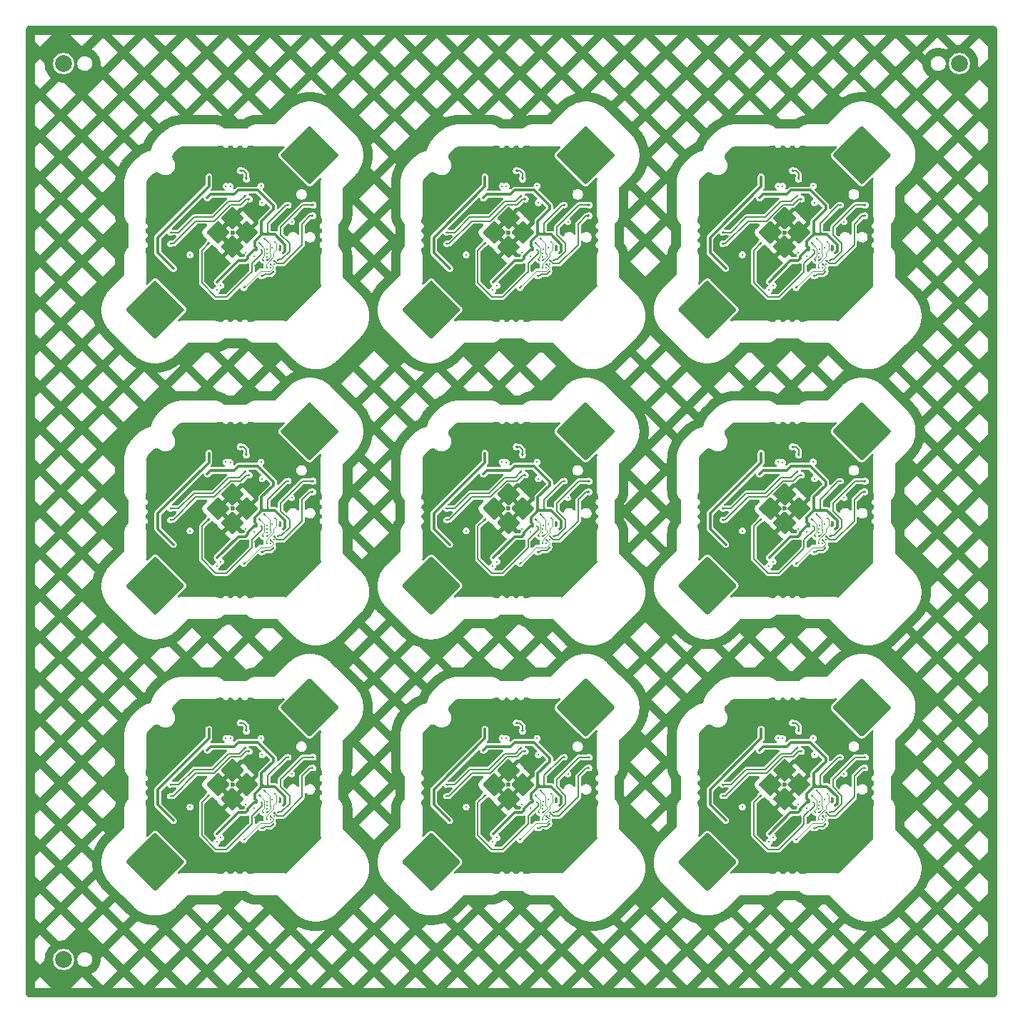
<source format=gbr>
G04 #@! TF.GenerationSoftware,KiCad,Pcbnew,9.0.0-rc2-3baa6cd791~182~ubuntu24.04.1*
G04 #@! TF.CreationDate,2025-02-06T23:06:30-05:00*
G04 #@! TF.ProjectId,PCA20073_Tiny_Board_Panel,50434132-3030-4373-935f-54696e795f42,rev?*
G04 #@! TF.SameCoordinates,PX5630ad8PY1312d00*
G04 #@! TF.FileFunction,Copper,L4,Bot*
G04 #@! TF.FilePolarity,Positive*
%FSLAX46Y46*%
G04 Gerber Fmt 4.6, Leading zero omitted, Abs format (unit mm)*
G04 Created by KiCad (PCBNEW 9.0.0-rc2-3baa6cd791~182~ubuntu24.04.1) date 2025-02-06 23:06:30*
%MOMM*%
%LPD*%
G01*
G04 APERTURE LIST*
G04 #@! TA.AperFunction,SMDPad,CuDef*
%ADD10C,2.000000*%
G04 #@! TD*
G04 #@! TA.AperFunction,ViaPad*
%ADD11C,0.250000*%
G04 #@! TD*
G04 #@! TA.AperFunction,ViaPad*
%ADD12C,0.300000*%
G04 #@! TD*
G04 #@! TA.AperFunction,ViaPad*
%ADD13C,0.600000*%
G04 #@! TD*
G04 #@! TA.AperFunction,Conductor*
%ADD14C,0.150000*%
G04 #@! TD*
G04 #@! TA.AperFunction,Conductor*
%ADD15C,0.100000*%
G04 #@! TD*
G04 #@! TA.AperFunction,Conductor*
%ADD16C,0.300000*%
G04 #@! TD*
G04 APERTURE END LIST*
D10*
X5000000Y-5000000D03*
G04 #@! TA.AperFunction,SMDPad,CuDef*
G36*
G01*
X34354611Y-45253761D02*
X37536592Y-48435742D01*
G75*
G02*
X37536592Y-48789296I-176777J-176777D01*
G01*
X34354611Y-51971277D01*
G75*
G02*
X34001057Y-51971277I-176777J176777D01*
G01*
X30819076Y-48789296D01*
G75*
G02*
X30819076Y-48435742I176777J176777D01*
G01*
X34001057Y-45253761D01*
G75*
G02*
X34354611Y-45253761I176777J-176777D01*
G01*
G37*
G04 #@! TD.AperFunction*
G04 #@! TA.AperFunction,SMDPad,CuDef*
G36*
G01*
X16040545Y-63567827D02*
X19222526Y-66749808D01*
G75*
G02*
X19222526Y-67103362I-176777J-176777D01*
G01*
X16040545Y-70285343D01*
G75*
G02*
X15686991Y-70285343I-176777J176777D01*
G01*
X12505010Y-67103362D01*
G75*
G02*
X12505010Y-66749808I176777J176777D01*
G01*
X15686991Y-63567827D01*
G75*
G02*
X16040545Y-63567827I176777J-176777D01*
G01*
G37*
G04 #@! TD.AperFunction*
G04 #@! TA.AperFunction,SMDPad,CuDef*
G36*
G01*
X26806245Y-56443727D02*
X28043682Y-57681164D01*
G75*
G02*
X28043682Y-57857940I-88388J-88388D01*
G01*
X26806245Y-59095377D01*
G75*
G02*
X26629469Y-59095377I-88388J88388D01*
G01*
X25392032Y-57857940D01*
G75*
G02*
X25392032Y-57681164I88388J88388D01*
G01*
X26629469Y-56443727D01*
G75*
G02*
X26806245Y-56443727I88388J-88388D01*
G01*
G37*
G04 #@! TD.AperFunction*
G04 #@! TA.AperFunction,SMDPad,CuDef*
G36*
G01*
X25109189Y-54746671D02*
X26346626Y-55984108D01*
G75*
G02*
X26346626Y-56160884I-88388J-88388D01*
G01*
X25109189Y-57398321D01*
G75*
G02*
X24932413Y-57398321I-88388J88388D01*
G01*
X23694976Y-56160884D01*
G75*
G02*
X23694976Y-55984108I88388J88388D01*
G01*
X24932413Y-54746671D01*
G75*
G02*
X25109189Y-54746671I88388J-88388D01*
G01*
G37*
G04 #@! TD.AperFunction*
G04 #@! TA.AperFunction,SMDPad,CuDef*
G36*
G01*
X25109189Y-58140783D02*
X26346626Y-59378220D01*
G75*
G02*
X26346626Y-59554996I-88388J-88388D01*
G01*
X25109189Y-60792433D01*
G75*
G02*
X24932413Y-60792433I-88388J88388D01*
G01*
X23694976Y-59554996D01*
G75*
G02*
X23694976Y-59378220I88388J88388D01*
G01*
X24932413Y-58140783D01*
G75*
G02*
X25109189Y-58140783I88388J-88388D01*
G01*
G37*
G04 #@! TD.AperFunction*
G04 #@! TA.AperFunction,SMDPad,CuDef*
G36*
G01*
X23412133Y-56443727D02*
X24649570Y-57681164D01*
G75*
G02*
X24649570Y-57857940I-88388J-88388D01*
G01*
X23412133Y-59095377D01*
G75*
G02*
X23235357Y-59095377I-88388J88388D01*
G01*
X21997920Y-57857940D01*
G75*
G02*
X21997920Y-57681164I88388J88388D01*
G01*
X23235357Y-56443727D01*
G75*
G02*
X23412133Y-56443727I88388J-88388D01*
G01*
G37*
G04 #@! TD.AperFunction*
G04 #@! TA.AperFunction,SMDPad,CuDef*
G36*
G01*
X34354611Y-12505024D02*
X37536592Y-15687005D01*
G75*
G02*
X37536592Y-16040559I-176777J-176777D01*
G01*
X34354611Y-19222540D01*
G75*
G02*
X34001057Y-19222540I-176777J176777D01*
G01*
X30819076Y-16040559D01*
G75*
G02*
X30819076Y-15687005I176777J176777D01*
G01*
X34001057Y-12505024D01*
G75*
G02*
X34354611Y-12505024I176777J-176777D01*
G01*
G37*
G04 #@! TD.AperFunction*
G04 #@! TA.AperFunction,SMDPad,CuDef*
G36*
G01*
X16040545Y-30819090D02*
X19222526Y-34001071D01*
G75*
G02*
X19222526Y-34354625I-176777J-176777D01*
G01*
X16040545Y-37536606D01*
G75*
G02*
X15686991Y-37536606I-176777J176777D01*
G01*
X12505010Y-34354625D01*
G75*
G02*
X12505010Y-34001071I176777J176777D01*
G01*
X15686991Y-30819090D01*
G75*
G02*
X16040545Y-30819090I176777J-176777D01*
G01*
G37*
G04 #@! TD.AperFunction*
G04 #@! TA.AperFunction,SMDPad,CuDef*
G36*
G01*
X26806245Y-23694990D02*
X28043682Y-24932427D01*
G75*
G02*
X28043682Y-25109203I-88388J-88388D01*
G01*
X26806245Y-26346640D01*
G75*
G02*
X26629469Y-26346640I-88388J88388D01*
G01*
X25392032Y-25109203D01*
G75*
G02*
X25392032Y-24932427I88388J88388D01*
G01*
X26629469Y-23694990D01*
G75*
G02*
X26806245Y-23694990I88388J-88388D01*
G01*
G37*
G04 #@! TD.AperFunction*
G04 #@! TA.AperFunction,SMDPad,CuDef*
G36*
G01*
X25109189Y-21997934D02*
X26346626Y-23235371D01*
G75*
G02*
X26346626Y-23412147I-88388J-88388D01*
G01*
X25109189Y-24649584D01*
G75*
G02*
X24932413Y-24649584I-88388J88388D01*
G01*
X23694976Y-23412147D01*
G75*
G02*
X23694976Y-23235371I88388J88388D01*
G01*
X24932413Y-21997934D01*
G75*
G02*
X25109189Y-21997934I88388J-88388D01*
G01*
G37*
G04 #@! TD.AperFunction*
G04 #@! TA.AperFunction,SMDPad,CuDef*
G36*
G01*
X25109189Y-25392046D02*
X26346626Y-26629483D01*
G75*
G02*
X26346626Y-26806259I-88388J-88388D01*
G01*
X25109189Y-28043696D01*
G75*
G02*
X24932413Y-28043696I-88388J88388D01*
G01*
X23694976Y-26806259D01*
G75*
G02*
X23694976Y-26629483I88388J88388D01*
G01*
X24932413Y-25392046D01*
G75*
G02*
X25109189Y-25392046I88388J-88388D01*
G01*
G37*
G04 #@! TD.AperFunction*
G04 #@! TA.AperFunction,SMDPad,CuDef*
G36*
G01*
X23412133Y-23694990D02*
X24649570Y-24932427D01*
G75*
G02*
X24649570Y-25109203I-88388J-88388D01*
G01*
X23412133Y-26346640D01*
G75*
G02*
X23235357Y-26346640I-88388J88388D01*
G01*
X21997920Y-25109203D01*
G75*
G02*
X21997920Y-24932427I88388J88388D01*
G01*
X23235357Y-23694990D01*
G75*
G02*
X23412133Y-23694990I88388J-88388D01*
G01*
G37*
G04 #@! TD.AperFunction*
X111246161Y-5000000D03*
G04 #@! TA.AperFunction,SMDPad,CuDef*
G36*
G01*
X34354611Y-78002498D02*
X37536592Y-81184479D01*
G75*
G02*
X37536592Y-81538033I-176777J-176777D01*
G01*
X34354611Y-84720014D01*
G75*
G02*
X34001057Y-84720014I-176777J176777D01*
G01*
X30819076Y-81538033D01*
G75*
G02*
X30819076Y-81184479I176777J176777D01*
G01*
X34001057Y-78002498D01*
G75*
G02*
X34354611Y-78002498I176777J-176777D01*
G01*
G37*
G04 #@! TD.AperFunction*
G04 #@! TA.AperFunction,SMDPad,CuDef*
G36*
G01*
X16040545Y-96316564D02*
X19222526Y-99498545D01*
G75*
G02*
X19222526Y-99852099I-176777J-176777D01*
G01*
X16040545Y-103034080D01*
G75*
G02*
X15686991Y-103034080I-176777J176777D01*
G01*
X12505010Y-99852099D01*
G75*
G02*
X12505010Y-99498545I176777J176777D01*
G01*
X15686991Y-96316564D01*
G75*
G02*
X16040545Y-96316564I176777J-176777D01*
G01*
G37*
G04 #@! TD.AperFunction*
G04 #@! TA.AperFunction,SMDPad,CuDef*
G36*
G01*
X26806245Y-89192464D02*
X28043682Y-90429901D01*
G75*
G02*
X28043682Y-90606677I-88388J-88388D01*
G01*
X26806245Y-91844114D01*
G75*
G02*
X26629469Y-91844114I-88388J88388D01*
G01*
X25392032Y-90606677D01*
G75*
G02*
X25392032Y-90429901I88388J88388D01*
G01*
X26629469Y-89192464D01*
G75*
G02*
X26806245Y-89192464I88388J-88388D01*
G01*
G37*
G04 #@! TD.AperFunction*
G04 #@! TA.AperFunction,SMDPad,CuDef*
G36*
G01*
X25109189Y-87495408D02*
X26346626Y-88732845D01*
G75*
G02*
X26346626Y-88909621I-88388J-88388D01*
G01*
X25109189Y-90147058D01*
G75*
G02*
X24932413Y-90147058I-88388J88388D01*
G01*
X23694976Y-88909621D01*
G75*
G02*
X23694976Y-88732845I88388J88388D01*
G01*
X24932413Y-87495408D01*
G75*
G02*
X25109189Y-87495408I88388J-88388D01*
G01*
G37*
G04 #@! TD.AperFunction*
G04 #@! TA.AperFunction,SMDPad,CuDef*
G36*
G01*
X25109189Y-90889520D02*
X26346626Y-92126957D01*
G75*
G02*
X26346626Y-92303733I-88388J-88388D01*
G01*
X25109189Y-93541170D01*
G75*
G02*
X24932413Y-93541170I-88388J88388D01*
G01*
X23694976Y-92303733D01*
G75*
G02*
X23694976Y-92126957I88388J88388D01*
G01*
X24932413Y-90889520D01*
G75*
G02*
X25109189Y-90889520I88388J-88388D01*
G01*
G37*
G04 #@! TD.AperFunction*
G04 #@! TA.AperFunction,SMDPad,CuDef*
G36*
G01*
X23412133Y-89192464D02*
X24649570Y-90429901D01*
G75*
G02*
X24649570Y-90606677I-88388J-88388D01*
G01*
X23412133Y-91844114D01*
G75*
G02*
X23235357Y-91844114I-88388J88388D01*
G01*
X21997920Y-90606677D01*
G75*
G02*
X21997920Y-90429901I88388J88388D01*
G01*
X23235357Y-89192464D01*
G75*
G02*
X23412133Y-89192464I88388J-88388D01*
G01*
G37*
G04 #@! TD.AperFunction*
X5000000Y-111246211D03*
G04 #@! TA.AperFunction,SMDPad,CuDef*
G36*
G01*
X99852053Y-78002498D02*
X103034034Y-81184479D01*
G75*
G02*
X103034034Y-81538033I-176777J-176777D01*
G01*
X99852053Y-84720014D01*
G75*
G02*
X99498499Y-84720014I-176777J176777D01*
G01*
X96316518Y-81538033D01*
G75*
G02*
X96316518Y-81184479I176777J176777D01*
G01*
X99498499Y-78002498D01*
G75*
G02*
X99852053Y-78002498I176777J-176777D01*
G01*
G37*
G04 #@! TD.AperFunction*
G04 #@! TA.AperFunction,SMDPad,CuDef*
G36*
G01*
X81537987Y-96316564D02*
X84719968Y-99498545D01*
G75*
G02*
X84719968Y-99852099I-176777J-176777D01*
G01*
X81537987Y-103034080D01*
G75*
G02*
X81184433Y-103034080I-176777J176777D01*
G01*
X78002452Y-99852099D01*
G75*
G02*
X78002452Y-99498545I176777J176777D01*
G01*
X81184433Y-96316564D01*
G75*
G02*
X81537987Y-96316564I176777J-176777D01*
G01*
G37*
G04 #@! TD.AperFunction*
G04 #@! TA.AperFunction,SMDPad,CuDef*
G36*
G01*
X92303687Y-89192464D02*
X93541124Y-90429901D01*
G75*
G02*
X93541124Y-90606677I-88388J-88388D01*
G01*
X92303687Y-91844114D01*
G75*
G02*
X92126911Y-91844114I-88388J88388D01*
G01*
X90889474Y-90606677D01*
G75*
G02*
X90889474Y-90429901I88388J88388D01*
G01*
X92126911Y-89192464D01*
G75*
G02*
X92303687Y-89192464I88388J-88388D01*
G01*
G37*
G04 #@! TD.AperFunction*
G04 #@! TA.AperFunction,SMDPad,CuDef*
G36*
G01*
X90606631Y-87495408D02*
X91844068Y-88732845D01*
G75*
G02*
X91844068Y-88909621I-88388J-88388D01*
G01*
X90606631Y-90147058D01*
G75*
G02*
X90429855Y-90147058I-88388J88388D01*
G01*
X89192418Y-88909621D01*
G75*
G02*
X89192418Y-88732845I88388J88388D01*
G01*
X90429855Y-87495408D01*
G75*
G02*
X90606631Y-87495408I88388J-88388D01*
G01*
G37*
G04 #@! TD.AperFunction*
G04 #@! TA.AperFunction,SMDPad,CuDef*
G36*
G01*
X90606631Y-90889520D02*
X91844068Y-92126957D01*
G75*
G02*
X91844068Y-92303733I-88388J-88388D01*
G01*
X90606631Y-93541170D01*
G75*
G02*
X90429855Y-93541170I-88388J88388D01*
G01*
X89192418Y-92303733D01*
G75*
G02*
X89192418Y-92126957I88388J88388D01*
G01*
X90429855Y-90889520D01*
G75*
G02*
X90606631Y-90889520I88388J-88388D01*
G01*
G37*
G04 #@! TD.AperFunction*
G04 #@! TA.AperFunction,SMDPad,CuDef*
G36*
G01*
X88909575Y-89192464D02*
X90147012Y-90429901D01*
G75*
G02*
X90147012Y-90606677I-88388J-88388D01*
G01*
X88909575Y-91844114D01*
G75*
G02*
X88732799Y-91844114I-88388J88388D01*
G01*
X87495362Y-90606677D01*
G75*
G02*
X87495362Y-90429901I88388J88388D01*
G01*
X88732799Y-89192464D01*
G75*
G02*
X88909575Y-89192464I88388J-88388D01*
G01*
G37*
G04 #@! TD.AperFunction*
G04 #@! TA.AperFunction,SMDPad,CuDef*
G36*
G01*
X67103332Y-45253761D02*
X70285313Y-48435742D01*
G75*
G02*
X70285313Y-48789296I-176777J-176777D01*
G01*
X67103332Y-51971277D01*
G75*
G02*
X66749778Y-51971277I-176777J176777D01*
G01*
X63567797Y-48789296D01*
G75*
G02*
X63567797Y-48435742I176777J176777D01*
G01*
X66749778Y-45253761D01*
G75*
G02*
X67103332Y-45253761I176777J-176777D01*
G01*
G37*
G04 #@! TD.AperFunction*
G04 #@! TA.AperFunction,SMDPad,CuDef*
G36*
G01*
X48789266Y-63567827D02*
X51971247Y-66749808D01*
G75*
G02*
X51971247Y-67103362I-176777J-176777D01*
G01*
X48789266Y-70285343D01*
G75*
G02*
X48435712Y-70285343I-176777J176777D01*
G01*
X45253731Y-67103362D01*
G75*
G02*
X45253731Y-66749808I176777J176777D01*
G01*
X48435712Y-63567827D01*
G75*
G02*
X48789266Y-63567827I176777J-176777D01*
G01*
G37*
G04 #@! TD.AperFunction*
G04 #@! TA.AperFunction,SMDPad,CuDef*
G36*
G01*
X59554966Y-56443727D02*
X60792403Y-57681164D01*
G75*
G02*
X60792403Y-57857940I-88388J-88388D01*
G01*
X59554966Y-59095377D01*
G75*
G02*
X59378190Y-59095377I-88388J88388D01*
G01*
X58140753Y-57857940D01*
G75*
G02*
X58140753Y-57681164I88388J88388D01*
G01*
X59378190Y-56443727D01*
G75*
G02*
X59554966Y-56443727I88388J-88388D01*
G01*
G37*
G04 #@! TD.AperFunction*
G04 #@! TA.AperFunction,SMDPad,CuDef*
G36*
G01*
X57857910Y-54746671D02*
X59095347Y-55984108D01*
G75*
G02*
X59095347Y-56160884I-88388J-88388D01*
G01*
X57857910Y-57398321D01*
G75*
G02*
X57681134Y-57398321I-88388J88388D01*
G01*
X56443697Y-56160884D01*
G75*
G02*
X56443697Y-55984108I88388J88388D01*
G01*
X57681134Y-54746671D01*
G75*
G02*
X57857910Y-54746671I88388J-88388D01*
G01*
G37*
G04 #@! TD.AperFunction*
G04 #@! TA.AperFunction,SMDPad,CuDef*
G36*
G01*
X57857910Y-58140783D02*
X59095347Y-59378220D01*
G75*
G02*
X59095347Y-59554996I-88388J-88388D01*
G01*
X57857910Y-60792433D01*
G75*
G02*
X57681134Y-60792433I-88388J88388D01*
G01*
X56443697Y-59554996D01*
G75*
G02*
X56443697Y-59378220I88388J88388D01*
G01*
X57681134Y-58140783D01*
G75*
G02*
X57857910Y-58140783I88388J-88388D01*
G01*
G37*
G04 #@! TD.AperFunction*
G04 #@! TA.AperFunction,SMDPad,CuDef*
G36*
G01*
X56160854Y-56443727D02*
X57398291Y-57681164D01*
G75*
G02*
X57398291Y-57857940I-88388J-88388D01*
G01*
X56160854Y-59095377D01*
G75*
G02*
X55984078Y-59095377I-88388J88388D01*
G01*
X54746641Y-57857940D01*
G75*
G02*
X54746641Y-57681164I88388J88388D01*
G01*
X55984078Y-56443727D01*
G75*
G02*
X56160854Y-56443727I88388J-88388D01*
G01*
G37*
G04 #@! TD.AperFunction*
G04 #@! TA.AperFunction,SMDPad,CuDef*
G36*
G01*
X99852053Y-45253761D02*
X103034034Y-48435742D01*
G75*
G02*
X103034034Y-48789296I-176777J-176777D01*
G01*
X99852053Y-51971277D01*
G75*
G02*
X99498499Y-51971277I-176777J176777D01*
G01*
X96316518Y-48789296D01*
G75*
G02*
X96316518Y-48435742I176777J176777D01*
G01*
X99498499Y-45253761D01*
G75*
G02*
X99852053Y-45253761I176777J-176777D01*
G01*
G37*
G04 #@! TD.AperFunction*
G04 #@! TA.AperFunction,SMDPad,CuDef*
G36*
G01*
X81537987Y-63567827D02*
X84719968Y-66749808D01*
G75*
G02*
X84719968Y-67103362I-176777J-176777D01*
G01*
X81537987Y-70285343D01*
G75*
G02*
X81184433Y-70285343I-176777J176777D01*
G01*
X78002452Y-67103362D01*
G75*
G02*
X78002452Y-66749808I176777J176777D01*
G01*
X81184433Y-63567827D01*
G75*
G02*
X81537987Y-63567827I176777J-176777D01*
G01*
G37*
G04 #@! TD.AperFunction*
G04 #@! TA.AperFunction,SMDPad,CuDef*
G36*
G01*
X92303687Y-56443727D02*
X93541124Y-57681164D01*
G75*
G02*
X93541124Y-57857940I-88388J-88388D01*
G01*
X92303687Y-59095377D01*
G75*
G02*
X92126911Y-59095377I-88388J88388D01*
G01*
X90889474Y-57857940D01*
G75*
G02*
X90889474Y-57681164I88388J88388D01*
G01*
X92126911Y-56443727D01*
G75*
G02*
X92303687Y-56443727I88388J-88388D01*
G01*
G37*
G04 #@! TD.AperFunction*
G04 #@! TA.AperFunction,SMDPad,CuDef*
G36*
G01*
X90606631Y-54746671D02*
X91844068Y-55984108D01*
G75*
G02*
X91844068Y-56160884I-88388J-88388D01*
G01*
X90606631Y-57398321D01*
G75*
G02*
X90429855Y-57398321I-88388J88388D01*
G01*
X89192418Y-56160884D01*
G75*
G02*
X89192418Y-55984108I88388J88388D01*
G01*
X90429855Y-54746671D01*
G75*
G02*
X90606631Y-54746671I88388J-88388D01*
G01*
G37*
G04 #@! TD.AperFunction*
G04 #@! TA.AperFunction,SMDPad,CuDef*
G36*
G01*
X90606631Y-58140783D02*
X91844068Y-59378220D01*
G75*
G02*
X91844068Y-59554996I-88388J-88388D01*
G01*
X90606631Y-60792433D01*
G75*
G02*
X90429855Y-60792433I-88388J88388D01*
G01*
X89192418Y-59554996D01*
G75*
G02*
X89192418Y-59378220I88388J88388D01*
G01*
X90429855Y-58140783D01*
G75*
G02*
X90606631Y-58140783I88388J-88388D01*
G01*
G37*
G04 #@! TD.AperFunction*
G04 #@! TA.AperFunction,SMDPad,CuDef*
G36*
G01*
X88909575Y-56443727D02*
X90147012Y-57681164D01*
G75*
G02*
X90147012Y-57857940I-88388J-88388D01*
G01*
X88909575Y-59095377D01*
G75*
G02*
X88732799Y-59095377I-88388J88388D01*
G01*
X87495362Y-57857940D01*
G75*
G02*
X87495362Y-57681164I88388J88388D01*
G01*
X88732799Y-56443727D01*
G75*
G02*
X88909575Y-56443727I88388J-88388D01*
G01*
G37*
G04 #@! TD.AperFunction*
G04 #@! TA.AperFunction,SMDPad,CuDef*
G36*
G01*
X67103332Y-12505024D02*
X70285313Y-15687005D01*
G75*
G02*
X70285313Y-16040559I-176777J-176777D01*
G01*
X67103332Y-19222540D01*
G75*
G02*
X66749778Y-19222540I-176777J176777D01*
G01*
X63567797Y-16040559D01*
G75*
G02*
X63567797Y-15687005I176777J176777D01*
G01*
X66749778Y-12505024D01*
G75*
G02*
X67103332Y-12505024I176777J-176777D01*
G01*
G37*
G04 #@! TD.AperFunction*
G04 #@! TA.AperFunction,SMDPad,CuDef*
G36*
G01*
X48789266Y-30819090D02*
X51971247Y-34001071D01*
G75*
G02*
X51971247Y-34354625I-176777J-176777D01*
G01*
X48789266Y-37536606D01*
G75*
G02*
X48435712Y-37536606I-176777J176777D01*
G01*
X45253731Y-34354625D01*
G75*
G02*
X45253731Y-34001071I176777J176777D01*
G01*
X48435712Y-30819090D01*
G75*
G02*
X48789266Y-30819090I176777J-176777D01*
G01*
G37*
G04 #@! TD.AperFunction*
G04 #@! TA.AperFunction,SMDPad,CuDef*
G36*
G01*
X59554966Y-23694990D02*
X60792403Y-24932427D01*
G75*
G02*
X60792403Y-25109203I-88388J-88388D01*
G01*
X59554966Y-26346640D01*
G75*
G02*
X59378190Y-26346640I-88388J88388D01*
G01*
X58140753Y-25109203D01*
G75*
G02*
X58140753Y-24932427I88388J88388D01*
G01*
X59378190Y-23694990D01*
G75*
G02*
X59554966Y-23694990I88388J-88388D01*
G01*
G37*
G04 #@! TD.AperFunction*
G04 #@! TA.AperFunction,SMDPad,CuDef*
G36*
G01*
X57857910Y-21997934D02*
X59095347Y-23235371D01*
G75*
G02*
X59095347Y-23412147I-88388J-88388D01*
G01*
X57857910Y-24649584D01*
G75*
G02*
X57681134Y-24649584I-88388J88388D01*
G01*
X56443697Y-23412147D01*
G75*
G02*
X56443697Y-23235371I88388J88388D01*
G01*
X57681134Y-21997934D01*
G75*
G02*
X57857910Y-21997934I88388J-88388D01*
G01*
G37*
G04 #@! TD.AperFunction*
G04 #@! TA.AperFunction,SMDPad,CuDef*
G36*
G01*
X57857910Y-25392046D02*
X59095347Y-26629483D01*
G75*
G02*
X59095347Y-26806259I-88388J-88388D01*
G01*
X57857910Y-28043696D01*
G75*
G02*
X57681134Y-28043696I-88388J88388D01*
G01*
X56443697Y-26806259D01*
G75*
G02*
X56443697Y-26629483I88388J88388D01*
G01*
X57681134Y-25392046D01*
G75*
G02*
X57857910Y-25392046I88388J-88388D01*
G01*
G37*
G04 #@! TD.AperFunction*
G04 #@! TA.AperFunction,SMDPad,CuDef*
G36*
G01*
X56160854Y-23694990D02*
X57398291Y-24932427D01*
G75*
G02*
X57398291Y-25109203I-88388J-88388D01*
G01*
X56160854Y-26346640D01*
G75*
G02*
X55984078Y-26346640I-88388J88388D01*
G01*
X54746641Y-25109203D01*
G75*
G02*
X54746641Y-24932427I88388J88388D01*
G01*
X55984078Y-23694990D01*
G75*
G02*
X56160854Y-23694990I88388J-88388D01*
G01*
G37*
G04 #@! TD.AperFunction*
G04 #@! TA.AperFunction,SMDPad,CuDef*
G36*
G01*
X67103332Y-78002498D02*
X70285313Y-81184479D01*
G75*
G02*
X70285313Y-81538033I-176777J-176777D01*
G01*
X67103332Y-84720014D01*
G75*
G02*
X66749778Y-84720014I-176777J176777D01*
G01*
X63567797Y-81538033D01*
G75*
G02*
X63567797Y-81184479I176777J176777D01*
G01*
X66749778Y-78002498D01*
G75*
G02*
X67103332Y-78002498I176777J-176777D01*
G01*
G37*
G04 #@! TD.AperFunction*
G04 #@! TA.AperFunction,SMDPad,CuDef*
G36*
G01*
X48789266Y-96316564D02*
X51971247Y-99498545D01*
G75*
G02*
X51971247Y-99852099I-176777J-176777D01*
G01*
X48789266Y-103034080D01*
G75*
G02*
X48435712Y-103034080I-176777J176777D01*
G01*
X45253731Y-99852099D01*
G75*
G02*
X45253731Y-99498545I176777J176777D01*
G01*
X48435712Y-96316564D01*
G75*
G02*
X48789266Y-96316564I176777J-176777D01*
G01*
G37*
G04 #@! TD.AperFunction*
G04 #@! TA.AperFunction,SMDPad,CuDef*
G36*
G01*
X59554966Y-89192464D02*
X60792403Y-90429901D01*
G75*
G02*
X60792403Y-90606677I-88388J-88388D01*
G01*
X59554966Y-91844114D01*
G75*
G02*
X59378190Y-91844114I-88388J88388D01*
G01*
X58140753Y-90606677D01*
G75*
G02*
X58140753Y-90429901I88388J88388D01*
G01*
X59378190Y-89192464D01*
G75*
G02*
X59554966Y-89192464I88388J-88388D01*
G01*
G37*
G04 #@! TD.AperFunction*
G04 #@! TA.AperFunction,SMDPad,CuDef*
G36*
G01*
X57857910Y-87495408D02*
X59095347Y-88732845D01*
G75*
G02*
X59095347Y-88909621I-88388J-88388D01*
G01*
X57857910Y-90147058D01*
G75*
G02*
X57681134Y-90147058I-88388J88388D01*
G01*
X56443697Y-88909621D01*
G75*
G02*
X56443697Y-88732845I88388J88388D01*
G01*
X57681134Y-87495408D01*
G75*
G02*
X57857910Y-87495408I88388J-88388D01*
G01*
G37*
G04 #@! TD.AperFunction*
G04 #@! TA.AperFunction,SMDPad,CuDef*
G36*
G01*
X57857910Y-90889520D02*
X59095347Y-92126957D01*
G75*
G02*
X59095347Y-92303733I-88388J-88388D01*
G01*
X57857910Y-93541170D01*
G75*
G02*
X57681134Y-93541170I-88388J88388D01*
G01*
X56443697Y-92303733D01*
G75*
G02*
X56443697Y-92126957I88388J88388D01*
G01*
X57681134Y-90889520D01*
G75*
G02*
X57857910Y-90889520I88388J-88388D01*
G01*
G37*
G04 #@! TD.AperFunction*
G04 #@! TA.AperFunction,SMDPad,CuDef*
G36*
G01*
X56160854Y-89192464D02*
X57398291Y-90429901D01*
G75*
G02*
X57398291Y-90606677I-88388J-88388D01*
G01*
X56160854Y-91844114D01*
G75*
G02*
X55984078Y-91844114I-88388J88388D01*
G01*
X54746641Y-90606677D01*
G75*
G02*
X54746641Y-90429901I88388J88388D01*
G01*
X55984078Y-89192464D01*
G75*
G02*
X56160854Y-89192464I88388J-88388D01*
G01*
G37*
G04 #@! TD.AperFunction*
G04 #@! TA.AperFunction,SMDPad,CuDef*
G36*
G01*
X99852053Y-12505024D02*
X103034034Y-15687005D01*
G75*
G02*
X103034034Y-16040559I-176777J-176777D01*
G01*
X99852053Y-19222540D01*
G75*
G02*
X99498499Y-19222540I-176777J176777D01*
G01*
X96316518Y-16040559D01*
G75*
G02*
X96316518Y-15687005I176777J176777D01*
G01*
X99498499Y-12505024D01*
G75*
G02*
X99852053Y-12505024I176777J-176777D01*
G01*
G37*
G04 #@! TD.AperFunction*
G04 #@! TA.AperFunction,SMDPad,CuDef*
G36*
G01*
X81537987Y-30819090D02*
X84719968Y-34001071D01*
G75*
G02*
X84719968Y-34354625I-176777J-176777D01*
G01*
X81537987Y-37536606D01*
G75*
G02*
X81184433Y-37536606I-176777J176777D01*
G01*
X78002452Y-34354625D01*
G75*
G02*
X78002452Y-34001071I176777J176777D01*
G01*
X81184433Y-30819090D01*
G75*
G02*
X81537987Y-30819090I176777J-176777D01*
G01*
G37*
G04 #@! TD.AperFunction*
G04 #@! TA.AperFunction,SMDPad,CuDef*
G36*
G01*
X92303687Y-23694990D02*
X93541124Y-24932427D01*
G75*
G02*
X93541124Y-25109203I-88388J-88388D01*
G01*
X92303687Y-26346640D01*
G75*
G02*
X92126911Y-26346640I-88388J88388D01*
G01*
X90889474Y-25109203D01*
G75*
G02*
X90889474Y-24932427I88388J88388D01*
G01*
X92126911Y-23694990D01*
G75*
G02*
X92303687Y-23694990I88388J-88388D01*
G01*
G37*
G04 #@! TD.AperFunction*
G04 #@! TA.AperFunction,SMDPad,CuDef*
G36*
G01*
X90606631Y-21997934D02*
X91844068Y-23235371D01*
G75*
G02*
X91844068Y-23412147I-88388J-88388D01*
G01*
X90606631Y-24649584D01*
G75*
G02*
X90429855Y-24649584I-88388J88388D01*
G01*
X89192418Y-23412147D01*
G75*
G02*
X89192418Y-23235371I88388J88388D01*
G01*
X90429855Y-21997934D01*
G75*
G02*
X90606631Y-21997934I88388J-88388D01*
G01*
G37*
G04 #@! TD.AperFunction*
G04 #@! TA.AperFunction,SMDPad,CuDef*
G36*
G01*
X90606631Y-25392046D02*
X91844068Y-26629483D01*
G75*
G02*
X91844068Y-26806259I-88388J-88388D01*
G01*
X90606631Y-28043696D01*
G75*
G02*
X90429855Y-28043696I-88388J88388D01*
G01*
X89192418Y-26806259D01*
G75*
G02*
X89192418Y-26629483I88388J88388D01*
G01*
X90429855Y-25392046D01*
G75*
G02*
X90606631Y-25392046I88388J-88388D01*
G01*
G37*
G04 #@! TD.AperFunction*
G04 #@! TA.AperFunction,SMDPad,CuDef*
G36*
G01*
X88909575Y-23694990D02*
X90147012Y-24932427D01*
G75*
G02*
X90147012Y-25109203I-88388J-88388D01*
G01*
X88909575Y-26346640D01*
G75*
G02*
X88732799Y-26346640I-88388J88388D01*
G01*
X87495362Y-25109203D01*
G75*
G02*
X87495362Y-24932427I88388J88388D01*
G01*
X88732799Y-23694990D01*
G75*
G02*
X88909575Y-23694990I88388J-88388D01*
G01*
G37*
G04 #@! TD.AperFunction*
D11*
X28421985Y-27092638D03*
D12*
X22259549Y-26261787D03*
X25935201Y-17699747D03*
X26682502Y-18692209D03*
D11*
X29517120Y-29174446D03*
D12*
X20000343Y-27665394D03*
D11*
X28670321Y-28326681D03*
X28220200Y-26284401D03*
X29518849Y-28750945D03*
D12*
X26385517Y-31561553D03*
X27021913Y-21068088D03*
D11*
X17658787Y-26369082D03*
X17658787Y-25019083D03*
D12*
X26555223Y-20615540D03*
D11*
X29150305Y-27014856D03*
D12*
X24257126Y-19519524D03*
X23663156Y-31314065D03*
X23168181Y-31809040D03*
D11*
X29094585Y-27902417D03*
D12*
X24766243Y-19533666D03*
X28414914Y-19505382D03*
D11*
X29094585Y-29175209D03*
X30076614Y-26145115D03*
X29094017Y-27478720D03*
D12*
X28556335Y-21485281D03*
X18041657Y-29284669D03*
X16758787Y-25019083D03*
X22234800Y-18430580D03*
X29970548Y-17242640D03*
X23606587Y-33506096D03*
X34213189Y-28556349D03*
X24106401Y-17699747D03*
X20389252Y-32551502D03*
X34920296Y-20778174D03*
D11*
X29715990Y-26816866D03*
D12*
X18656840Y-20071068D03*
D11*
X28155971Y-31366250D03*
D12*
X32091869Y-33506096D03*
X17242626Y-21485281D03*
X15828413Y-29970562D03*
X19363947Y-16535534D03*
X34920296Y-30677669D03*
X32091869Y-29263456D03*
X28556335Y-32798990D03*
X26435015Y-33506096D03*
X31384762Y-22899495D03*
X20778160Y-17949747D03*
X29970548Y-34213203D03*
X15828413Y-20071068D03*
D11*
X17548484Y-23055058D03*
D12*
X21485267Y-21485281D03*
X24313694Y-34213203D03*
X20071054Y-15828427D03*
X27849228Y-16535534D03*
X22192374Y-30677669D03*
X30677655Y-34920310D03*
X30677655Y-33506096D03*
X15828413Y-22899495D03*
X17949733Y-22192388D03*
X28556335Y-34213203D03*
X32919184Y-33697015D03*
X28556335Y-15828427D03*
X19363947Y-17949747D03*
X15828413Y-28556349D03*
X20071054Y-28556349D03*
X22899481Y-29970562D03*
X30677655Y-32091883D03*
X31384762Y-18656854D03*
X29263442Y-33506096D03*
X34213189Y-29970562D03*
D11*
X30554527Y-27034541D03*
D12*
X21485267Y-18656854D03*
X32091869Y-17949747D03*
X31215056Y-30946370D03*
D11*
X16758787Y-26369082D03*
D12*
X22192374Y-34920310D03*
X31384762Y-17242640D03*
D11*
X27618570Y-27816574D03*
D12*
X28556335Y-18656854D03*
X26435015Y-16535534D03*
X30677655Y-17949747D03*
X17589109Y-29737217D03*
X34213189Y-20071068D03*
D11*
X27710494Y-28940874D03*
D12*
X15828413Y-21485281D03*
D11*
X26625933Y-29779644D03*
D12*
X31384762Y-20071068D03*
X26435015Y-34920310D03*
X32091869Y-20778174D03*
X25020801Y-33506096D03*
X20778160Y-34920310D03*
X25727908Y-29970562D03*
X27142121Y-17242640D03*
X16535520Y-22192388D03*
X23606587Y-29263456D03*
X21485267Y-34213203D03*
X29970548Y-18656854D03*
X18656840Y-21485281D03*
X31384762Y-32798990D03*
X27142121Y-32798990D03*
X15828413Y-18656854D03*
X20071054Y-34213203D03*
X24270801Y-18809747D03*
X17242626Y-31384776D03*
D11*
X29192731Y-31823182D03*
D12*
X25770801Y-17089747D03*
X33506082Y-19363961D03*
X32487849Y-32219162D03*
X27142121Y-15828427D03*
X19363947Y-20778174D03*
X20071054Y-18656854D03*
X29970548Y-15828427D03*
X33506082Y-29263456D03*
X20778160Y-19363961D03*
X29263442Y-34920310D03*
X25609501Y-16238549D03*
X19682145Y-31844395D03*
X30677655Y-16535534D03*
X22192374Y-29263456D03*
X22192374Y-27849242D03*
X23606587Y-34920310D03*
X31384762Y-34213203D03*
X33506082Y-27849242D03*
X17242626Y-20071068D03*
X20071054Y-17242640D03*
X18338642Y-30500893D03*
X25020801Y-34920310D03*
X18656840Y-15828427D03*
X16535520Y-20778174D03*
X27849228Y-19363961D03*
X19363947Y-29263456D03*
X25020801Y-30677669D03*
X20672094Y-26222897D03*
X34920296Y-27849242D03*
X19279094Y-28386643D03*
D13*
X25020801Y-25020815D03*
D11*
X28665088Y-30871275D03*
D12*
X16535520Y-30677669D03*
X23406796Y-16217336D03*
D11*
X30239249Y-29814999D03*
D12*
X23606587Y-27849242D03*
X19363947Y-19363961D03*
X32091869Y-19363961D03*
X24313694Y-28556349D03*
X23125755Y-18835432D03*
D11*
X28789680Y-31448416D03*
D12*
X22899481Y-34213203D03*
D11*
X31915092Y-24306637D03*
D12*
X25727908Y-32798990D03*
X17949733Y-19363961D03*
X22899481Y-27142135D03*
X28556335Y-17242640D03*
X29263442Y-16535534D03*
X20071054Y-20071068D03*
X29263442Y-17949747D03*
X32798976Y-28556349D03*
X25270801Y-18809747D03*
X30677655Y-23606601D03*
X33506082Y-30677669D03*
X34213189Y-31384776D03*
X32798976Y-29970562D03*
X27849228Y-17949747D03*
X29970548Y-32798990D03*
X32798976Y-18656854D03*
X34213189Y-27142135D03*
D11*
X29152992Y-30383371D03*
D12*
X17949733Y-20778174D03*
X26625933Y-27417907D03*
X25727908Y-34213203D03*
X16535520Y-29263456D03*
X17242626Y-18656854D03*
X34920296Y-29263456D03*
X16535520Y-19363961D03*
X22192374Y-33506096D03*
X15934479Y-34248558D03*
X34552600Y-23040916D03*
D11*
X29943113Y-28326681D03*
X30367377Y-28326681D03*
D12*
X34609169Y-21768124D03*
D11*
X32077727Y-23748023D03*
X29943113Y-28750945D03*
X29878625Y-29666507D03*
X28452956Y-30178310D03*
X28801687Y-25701038D03*
X29095061Y-28327337D03*
D12*
X23210608Y-30861517D03*
D11*
X31667605Y-21768124D03*
D12*
X27820944Y-27113851D03*
X31007075Y-27487089D03*
X22042114Y-20928435D03*
X55008270Y-26261787D03*
D11*
X61170706Y-27092638D03*
D12*
X59431223Y-18692209D03*
X58683922Y-17699747D03*
D11*
X62265841Y-29174446D03*
D12*
X52749064Y-27665394D03*
D11*
X61419042Y-28326681D03*
X60968921Y-26284401D03*
D12*
X59134238Y-31561553D03*
D11*
X62267570Y-28750945D03*
D12*
X59770634Y-21068088D03*
D11*
X50407508Y-26369082D03*
D12*
X59303944Y-20615540D03*
D11*
X50407508Y-25019083D03*
X61899026Y-27014856D03*
D12*
X56411877Y-31314065D03*
X57005847Y-19519524D03*
X57514964Y-19533666D03*
X55916902Y-31809040D03*
D11*
X61843306Y-27902417D03*
X61843306Y-29175209D03*
X62825335Y-26145115D03*
D12*
X61163635Y-19505382D03*
X61305056Y-21485281D03*
D11*
X61842738Y-27478720D03*
D12*
X50790378Y-29284669D03*
X54983521Y-18430580D03*
X49507508Y-25019083D03*
X49284241Y-19363961D03*
X62719269Y-18656854D03*
X63426376Y-32091883D03*
X48577134Y-21485281D03*
X67669017Y-20778174D03*
X64133483Y-18656854D03*
X52819775Y-20071068D03*
X67669017Y-29263456D03*
X60597949Y-17949747D03*
D11*
X50297205Y-23055058D03*
D12*
X64840590Y-33506096D03*
X52819775Y-15828427D03*
X56855122Y-17699747D03*
X52112668Y-17949747D03*
X66254803Y-19363961D03*
X54233988Y-18656854D03*
X64133483Y-34213203D03*
X52819775Y-28556349D03*
X57062415Y-28556349D03*
X56355308Y-33506096D03*
X50698454Y-20778174D03*
X54941095Y-33506096D03*
X48577134Y-22899495D03*
X57769522Y-34920310D03*
X51405561Y-15828427D03*
D11*
X61538401Y-31448416D03*
D12*
X53526881Y-17949747D03*
X54941095Y-30677669D03*
X54941095Y-34920310D03*
D11*
X60367291Y-27816574D03*
D12*
X65667905Y-33697015D03*
X58476629Y-29970562D03*
D11*
X61901713Y-30383371D03*
D12*
X49991347Y-18656854D03*
X64133483Y-22899495D03*
X54941095Y-27849242D03*
X65236570Y-32219162D03*
X48577134Y-29970562D03*
X51405561Y-21485281D03*
X59890842Y-17242640D03*
X64133483Y-32798990D03*
X56355308Y-34920310D03*
X64840590Y-17949747D03*
D11*
X60459215Y-28940874D03*
D12*
X52819775Y-34213203D03*
X55648202Y-29970562D03*
X62719269Y-15828427D03*
X64840590Y-19363961D03*
X52112668Y-29263456D03*
X52112668Y-16535534D03*
X63426376Y-34920310D03*
X58476629Y-32798990D03*
D11*
X64663813Y-24306637D03*
D12*
X58476629Y-34213203D03*
X61305056Y-17242640D03*
X48577134Y-28556349D03*
X64133483Y-17242640D03*
X62012163Y-33506096D03*
X52819775Y-18656854D03*
X48577134Y-18656854D03*
X62719269Y-32798990D03*
X59183736Y-34920310D03*
X63963777Y-30946370D03*
X56355308Y-29263456D03*
D11*
X62987970Y-29814999D03*
D12*
X53420815Y-26222897D03*
X66254803Y-30677669D03*
X66961910Y-29970562D03*
X49991347Y-20071068D03*
X66961910Y-20071068D03*
X48577134Y-20071068D03*
D13*
X57769522Y-25020815D03*
D12*
X65547697Y-18656854D03*
X58019522Y-18809747D03*
X66254803Y-27849242D03*
X58519522Y-17089747D03*
X55874476Y-18835432D03*
X49284241Y-30677669D03*
X49284241Y-29263456D03*
X58358222Y-16238549D03*
X54233988Y-34213203D03*
X66961910Y-27142135D03*
X62719269Y-34213203D03*
X63426376Y-23606601D03*
X49284241Y-22192388D03*
X51405561Y-20071068D03*
X52819775Y-17242640D03*
X59183736Y-33506096D03*
D11*
X59374654Y-29779644D03*
D12*
X61305056Y-15828427D03*
X57769522Y-30677669D03*
X53526881Y-19363961D03*
X59890842Y-32798990D03*
X61305056Y-34213203D03*
X49991347Y-31384776D03*
X59374654Y-27417907D03*
X57062415Y-34213203D03*
X53526881Y-34920310D03*
X54233988Y-21485281D03*
X64840590Y-29263456D03*
X57769522Y-33506096D03*
X59183736Y-16535534D03*
X66254803Y-29263456D03*
D11*
X62464711Y-26816866D03*
D12*
X52027815Y-28386643D03*
D11*
X61413809Y-30871275D03*
D12*
X65547697Y-29970562D03*
X49991347Y-21485281D03*
X52112668Y-19363961D03*
X56355308Y-27849242D03*
X55648202Y-27142135D03*
X60597949Y-19363961D03*
D11*
X49507508Y-26369082D03*
D12*
X64840590Y-20778174D03*
D11*
X60904692Y-31366250D03*
D12*
X56155517Y-16217336D03*
X62012163Y-17949747D03*
X49284241Y-20778174D03*
X62012163Y-34920310D03*
X50698454Y-19363961D03*
X63426376Y-33506096D03*
X66961910Y-31384776D03*
X65547697Y-28556349D03*
X63426376Y-17949747D03*
X57019522Y-18809747D03*
X63426376Y-16535534D03*
X53137973Y-32551502D03*
X59890842Y-15828427D03*
X52112668Y-20778174D03*
X54941095Y-29263456D03*
X64133483Y-20071068D03*
X62012163Y-16535534D03*
D11*
X61941452Y-31823182D03*
D12*
X67669017Y-27849242D03*
X50698454Y-22192388D03*
X61305056Y-18656854D03*
X50337830Y-29737217D03*
X52430866Y-31844395D03*
D11*
X63303248Y-27034541D03*
D12*
X62719269Y-17242640D03*
X60597949Y-16535534D03*
X67669017Y-30677669D03*
X55648202Y-34213203D03*
X61305056Y-32798990D03*
X66961910Y-28556349D03*
X51087363Y-30500893D03*
X48683200Y-34248558D03*
D11*
X62691834Y-28326681D03*
D12*
X67301321Y-23040916D03*
D11*
X63116098Y-28326681D03*
D12*
X67357890Y-21768124D03*
D11*
X64826448Y-23748023D03*
X62691834Y-28750945D03*
X61201677Y-30178310D03*
X62627346Y-29666507D03*
X61550408Y-25701038D03*
X61843782Y-28327337D03*
X64416326Y-21768124D03*
D12*
X63755796Y-27487089D03*
X60569665Y-27113851D03*
X54790835Y-20928435D03*
X55959329Y-30861517D03*
X87756991Y-26261787D03*
D11*
X93919427Y-27092638D03*
D12*
X92179944Y-18692209D03*
X91432643Y-17699747D03*
X85497785Y-27665394D03*
D11*
X95014562Y-29174446D03*
X93717642Y-26284401D03*
X94167763Y-28326681D03*
X95016291Y-28750945D03*
D12*
X91882959Y-31561553D03*
X92519355Y-21068088D03*
D11*
X83156229Y-26369082D03*
X83156229Y-25019083D03*
D12*
X92052665Y-20615540D03*
D11*
X94647747Y-27014856D03*
D12*
X89754568Y-19519524D03*
X89160598Y-31314065D03*
X90263685Y-19533666D03*
X88665623Y-31809040D03*
D11*
X94592027Y-27902417D03*
X94592027Y-29175209D03*
D12*
X93912356Y-19505382D03*
D11*
X95574056Y-26145115D03*
X94591459Y-27478720D03*
D12*
X94053777Y-21485281D03*
X83539099Y-29284669D03*
X87732242Y-18430580D03*
X82256229Y-25019083D03*
D11*
X82256229Y-26369082D03*
D12*
X89104029Y-34920310D03*
X93346670Y-16535534D03*
X94053777Y-18656854D03*
X89811136Y-34213203D03*
X99710631Y-27142135D03*
X91932457Y-34920310D03*
X94760884Y-33506096D03*
X87689816Y-34920310D03*
X92123375Y-27417907D03*
X82740068Y-18656854D03*
D11*
X94162530Y-30871275D03*
D12*
X100417738Y-27849242D03*
X99710631Y-20071068D03*
X94053777Y-32798990D03*
X92639563Y-32798990D03*
X89104029Y-29263456D03*
X97589311Y-33506096D03*
X85568496Y-18656854D03*
D11*
X92123375Y-29779644D03*
D12*
X83447175Y-19363961D03*
X85568496Y-20071068D03*
X82032962Y-29263456D03*
X90518243Y-33506096D03*
X85568496Y-34213203D03*
X85886694Y-32551502D03*
X91932457Y-33506096D03*
X82032962Y-19363961D03*
X93346670Y-17949747D03*
X86275602Y-17949747D03*
D11*
X94650434Y-30383371D03*
D12*
X89104029Y-27849242D03*
X94053777Y-34213203D03*
X81325855Y-21485281D03*
X96882204Y-17242640D03*
X97589311Y-29263456D03*
X88396923Y-27142135D03*
D11*
X93116012Y-27816574D03*
D12*
X82740068Y-31384776D03*
X96175097Y-17949747D03*
X82740068Y-20071068D03*
X86982709Y-34213203D03*
X93346670Y-19363961D03*
X88396923Y-34213203D03*
X99003524Y-29263456D03*
X82032962Y-30677669D03*
X91106943Y-16238549D03*
X94053777Y-15828427D03*
X84861389Y-19363961D03*
X86169536Y-26222897D03*
X98296418Y-28556349D03*
X84861389Y-16535534D03*
X100417738Y-29263456D03*
X96175097Y-16535534D03*
X99003524Y-27849242D03*
X84861389Y-20778174D03*
X97589311Y-19363961D03*
X96175097Y-23606601D03*
X86982709Y-21485281D03*
X82032962Y-20778174D03*
X86275602Y-19363961D03*
D13*
X90518243Y-25020815D03*
D12*
X84861389Y-17949747D03*
X95467990Y-18656854D03*
D11*
X94287122Y-31448416D03*
D12*
X87689816Y-30677669D03*
X100417738Y-20778174D03*
D11*
X96051969Y-27034541D03*
X95213432Y-26816866D03*
D12*
X98296418Y-29970562D03*
X92639563Y-15828427D03*
X96882204Y-32798990D03*
X99003524Y-19363961D03*
X98416626Y-33697015D03*
X94760884Y-34920310D03*
X89768243Y-18809747D03*
X84776536Y-28386643D03*
X94760884Y-16535534D03*
X99710631Y-29970562D03*
X81325855Y-28556349D03*
X86982709Y-18656854D03*
X91225350Y-32798990D03*
X96712498Y-30946370D03*
X96175097Y-33506096D03*
X81325855Y-22899495D03*
X85179587Y-31844395D03*
X99710631Y-28556349D03*
X90768243Y-18809747D03*
X84154282Y-20071068D03*
X98296418Y-18656854D03*
X84154282Y-21485281D03*
D11*
X94690173Y-31823182D03*
D12*
X96882204Y-34213203D03*
X87689816Y-29263456D03*
X95467990Y-32798990D03*
X86275602Y-34920310D03*
X87689816Y-33506096D03*
X96882204Y-20071068D03*
X100417738Y-30677669D03*
X83447175Y-22192388D03*
X91225350Y-29970562D03*
X81325855Y-29970562D03*
X84154282Y-15828427D03*
X91268243Y-17089747D03*
X92639563Y-17242640D03*
X82032962Y-22192388D03*
X97589311Y-17949747D03*
X96175097Y-34920310D03*
X91225350Y-34213203D03*
X89104029Y-33506096D03*
X97589311Y-20778174D03*
X84861389Y-29263456D03*
X85568496Y-15828427D03*
X83447175Y-20778174D03*
X88904238Y-16217336D03*
X96882204Y-22899495D03*
X94053777Y-17242640D03*
X90518243Y-30677669D03*
X83836084Y-30500893D03*
X82740068Y-21485281D03*
X95467990Y-17242640D03*
X89603843Y-17699747D03*
X89811136Y-28556349D03*
X96175097Y-32091883D03*
X90518243Y-34920310D03*
X99710631Y-31384776D03*
X87689816Y-27849242D03*
X95467990Y-15828427D03*
D11*
X93653413Y-31366250D03*
X93207936Y-28940874D03*
D12*
X88396923Y-29970562D03*
X85568496Y-28556349D03*
X81325855Y-20071068D03*
X97985291Y-32219162D03*
X94760884Y-17949747D03*
X85568496Y-17242640D03*
D11*
X97412534Y-24306637D03*
D12*
X99003524Y-30677669D03*
X88623197Y-18835432D03*
X83086551Y-29737217D03*
X91932457Y-16535534D03*
D11*
X83045926Y-23055058D03*
D12*
X95467990Y-34213203D03*
D11*
X95736691Y-29814999D03*
D12*
X81325855Y-18656854D03*
X96882204Y-18656854D03*
X81431921Y-34248558D03*
X100050042Y-23040916D03*
D11*
X95440555Y-28326681D03*
X95864819Y-28326681D03*
D12*
X100106611Y-21768124D03*
D11*
X95440555Y-28750945D03*
X97575169Y-23748023D03*
X95376067Y-29666507D03*
X93950398Y-30178310D03*
X94299129Y-25701038D03*
X94592503Y-28327337D03*
D12*
X93318386Y-27113851D03*
X96504517Y-27487089D03*
D11*
X97165047Y-21768124D03*
D12*
X88708050Y-30861517D03*
X87539556Y-20928435D03*
D11*
X28421985Y-59841375D03*
D12*
X22259549Y-59010524D03*
X26682502Y-51440946D03*
X25935201Y-50448484D03*
D11*
X29517120Y-61923183D03*
D12*
X20000343Y-60414131D03*
D11*
X28220200Y-59033138D03*
X28670321Y-61075418D03*
X29518849Y-61499682D03*
D12*
X26385517Y-64310290D03*
D11*
X17658787Y-59117819D03*
D12*
X27021913Y-53816825D03*
X26555223Y-53364277D03*
D11*
X17658787Y-57767820D03*
X29150305Y-59763593D03*
D12*
X24257126Y-52268261D03*
X23663156Y-64062802D03*
X24766243Y-52282403D03*
D11*
X29094585Y-60651154D03*
D12*
X23168181Y-64557777D03*
D11*
X29094585Y-61923946D03*
X30076614Y-58893852D03*
D12*
X28414914Y-52254119D03*
X28556335Y-54234018D03*
D11*
X29094017Y-60227457D03*
D12*
X16758787Y-57767820D03*
X22234800Y-51179317D03*
X18041657Y-62033406D03*
X17949733Y-52112698D03*
X34920296Y-63426406D03*
X16535520Y-52112698D03*
X29970548Y-66961940D03*
X15828413Y-51405591D03*
X29263442Y-49284271D03*
X20071054Y-49991377D03*
D11*
X29715990Y-59565603D03*
X28789680Y-64197153D03*
X16758787Y-59117819D03*
D12*
X17242626Y-52819805D03*
X34920296Y-62012193D03*
X29263442Y-66254833D03*
X32091869Y-62012193D03*
D11*
X29192731Y-64571919D03*
D12*
X32091869Y-50698484D03*
X27142121Y-48577164D03*
X34213189Y-59890872D03*
X24270801Y-51558484D03*
X23606587Y-66254833D03*
X18656840Y-52819805D03*
X27849228Y-52112698D03*
X28556335Y-65547727D03*
X31215056Y-63695107D03*
X25020801Y-66254833D03*
X23125755Y-51584169D03*
X25609501Y-48987286D03*
X24313694Y-66961940D03*
D13*
X25020801Y-57769552D03*
D12*
X28556335Y-51405591D03*
X30677655Y-50698484D03*
X17242626Y-51405591D03*
X22192374Y-67669047D03*
X31384762Y-55648232D03*
X23606587Y-67669047D03*
X19363947Y-49284271D03*
X20071054Y-48577164D03*
X21485267Y-54234018D03*
X24313694Y-61305086D03*
X20778160Y-52112698D03*
X32919184Y-66445752D03*
X16535520Y-63426406D03*
X18656840Y-54234018D03*
X33506082Y-62012193D03*
X26435015Y-49284271D03*
X17242626Y-54234018D03*
X34920296Y-53526911D03*
X23606587Y-62012193D03*
X15828413Y-61305086D03*
X34213189Y-64133513D03*
X20672094Y-58971634D03*
X17589109Y-62485954D03*
X34213189Y-61305086D03*
X25727908Y-65547727D03*
X32798976Y-62719299D03*
X30677655Y-56355338D03*
X20389252Y-65300239D03*
X21485267Y-66961940D03*
X18338642Y-63249630D03*
X27849228Y-49284271D03*
X20071054Y-52819805D03*
X22899481Y-62719299D03*
X31384762Y-52819805D03*
X30677655Y-67669047D03*
X15828413Y-54234018D03*
X31384762Y-65547727D03*
X16535520Y-62012193D03*
X33506082Y-52112698D03*
X32091869Y-66254833D03*
X19363947Y-53526911D03*
X29970548Y-65547727D03*
X25770801Y-49838484D03*
X22192374Y-62012193D03*
X32487849Y-64967899D03*
D11*
X31915092Y-57055374D03*
D12*
X21485267Y-51405591D03*
X29970548Y-48577164D03*
X20778160Y-50698484D03*
X32091869Y-53526911D03*
D11*
X28665088Y-63620012D03*
X30239249Y-62563736D03*
X17548484Y-55803795D03*
D12*
X30677655Y-64840620D03*
X29263442Y-50698484D03*
X20071054Y-61305086D03*
X33506082Y-60597979D03*
X27142121Y-65547727D03*
X20778160Y-67669047D03*
X17242626Y-64133513D03*
X22192374Y-63426406D03*
X19363947Y-50698484D03*
X27849228Y-50698484D03*
X19363947Y-62012193D03*
X19363947Y-52112698D03*
X17949733Y-53526911D03*
X19682145Y-64593132D03*
X18656840Y-48577164D03*
X29970548Y-51405591D03*
X33506082Y-63426406D03*
X30677655Y-66254833D03*
X32798976Y-51405591D03*
X25727908Y-62719299D03*
D11*
X30554527Y-59783278D03*
D12*
X31384762Y-49991377D03*
X27142121Y-49991377D03*
X26625933Y-60166644D03*
D11*
X28155971Y-64114987D03*
D12*
X23606587Y-60597979D03*
X25020801Y-63426406D03*
X20071054Y-51405591D03*
X22192374Y-66254833D03*
X26435015Y-67669047D03*
D11*
X26625933Y-62528381D03*
D12*
X31384762Y-66961940D03*
X26435015Y-66254833D03*
X25270801Y-51558484D03*
X23406796Y-48966073D03*
X15828413Y-62719299D03*
X28556335Y-49991377D03*
X29263442Y-67669047D03*
X22899481Y-59890872D03*
X25020801Y-67669047D03*
X30677655Y-49284271D03*
X32798976Y-61305086D03*
X29970548Y-49991377D03*
D11*
X29152992Y-63132108D03*
D12*
X16535520Y-53526911D03*
X28556335Y-66961940D03*
X34213189Y-52819805D03*
X31384762Y-51405591D03*
D11*
X27710494Y-61689611D03*
D12*
X19279094Y-61135380D03*
X25727908Y-66961940D03*
X22192374Y-60597979D03*
X22899481Y-66961940D03*
X34920296Y-60597979D03*
D11*
X27618570Y-60565311D03*
D12*
X20071054Y-66961940D03*
X15828413Y-52819805D03*
X16535520Y-54941125D03*
X34213189Y-62719299D03*
X15828413Y-55648232D03*
X24106401Y-50448484D03*
X28556335Y-48577164D03*
X17949733Y-54941125D03*
X32091869Y-52112698D03*
X15934479Y-66997295D03*
X34552600Y-55789653D03*
D11*
X29943113Y-61075418D03*
D12*
X34609169Y-54516861D03*
D11*
X30367377Y-61075418D03*
X32077727Y-56496760D03*
X29943113Y-61499682D03*
X29878625Y-62415244D03*
X28452956Y-62927047D03*
X29095061Y-61076074D03*
X28801687Y-58449775D03*
D12*
X23210608Y-63610254D03*
X31007075Y-60235826D03*
D11*
X31667605Y-54516861D03*
D12*
X22042114Y-53677172D03*
X27820944Y-59862588D03*
D11*
X61170706Y-59841375D03*
D12*
X55008270Y-59010524D03*
X59431223Y-51440946D03*
X58683922Y-50448484D03*
X52749064Y-60414131D03*
D11*
X62265841Y-61923183D03*
X61419042Y-61075418D03*
X60968921Y-59033138D03*
X62267570Y-61499682D03*
D12*
X59134238Y-64310290D03*
D11*
X50407508Y-59117819D03*
D12*
X59770634Y-53816825D03*
D11*
X50407508Y-57767820D03*
D12*
X59303944Y-53364277D03*
X57005847Y-52268261D03*
D11*
X61899026Y-59763593D03*
D12*
X56411877Y-64062802D03*
D11*
X61843306Y-60651154D03*
D12*
X55916902Y-64557777D03*
X57514964Y-52282403D03*
D11*
X61843306Y-61923946D03*
X62825335Y-58893852D03*
D12*
X61163635Y-52254119D03*
D11*
X61842738Y-60227457D03*
D12*
X61305056Y-54234018D03*
X54983521Y-51179317D03*
X49507508Y-57767820D03*
X50790378Y-62033406D03*
X57062415Y-61305086D03*
X49991347Y-54234018D03*
X49991347Y-51405591D03*
X63426376Y-66254833D03*
X49284241Y-63426406D03*
X61305056Y-51405591D03*
X50337830Y-62485954D03*
X60597949Y-49284271D03*
X64133483Y-52819805D03*
D11*
X62987970Y-62563736D03*
D12*
X63426376Y-56355338D03*
X48577134Y-61305086D03*
X64133483Y-51405591D03*
X61305056Y-48577164D03*
X51405561Y-54234018D03*
X59890842Y-65547727D03*
X52819775Y-66961940D03*
D11*
X64663813Y-57055374D03*
D12*
X50698454Y-54941125D03*
X65547697Y-61305086D03*
X63426376Y-64840620D03*
D11*
X60459215Y-61689611D03*
D12*
X51405561Y-48577164D03*
X48577134Y-54234018D03*
X49284241Y-62012193D03*
X55648202Y-66961940D03*
X64133483Y-66961940D03*
X58019522Y-51558484D03*
X62012163Y-49284271D03*
D11*
X49507508Y-59117819D03*
D12*
X52819775Y-51405591D03*
X52027815Y-61135380D03*
X62719269Y-65547727D03*
X59374654Y-60166644D03*
X56355308Y-67669047D03*
X61305056Y-49991377D03*
X48577134Y-55648232D03*
X62719269Y-66961940D03*
D13*
X57769522Y-57769552D03*
D12*
X64133483Y-55648232D03*
X66254803Y-63426406D03*
X64133483Y-49991377D03*
D11*
X59374654Y-62528381D03*
D12*
X64840590Y-52112698D03*
D11*
X60904692Y-64114987D03*
D12*
X66254803Y-52112698D03*
X58476629Y-62719299D03*
X49284241Y-52112698D03*
X53526881Y-52112698D03*
X64133483Y-65547727D03*
X65236570Y-64967899D03*
X54941095Y-63426406D03*
X54233988Y-66961940D03*
D11*
X63303248Y-59783278D03*
D12*
X56355308Y-66254833D03*
X66961910Y-64133513D03*
X62719269Y-48577164D03*
X52112668Y-50698484D03*
X49284241Y-53526911D03*
X52112668Y-52112698D03*
X54941095Y-62012193D03*
X64840590Y-53526911D03*
X48577134Y-52819805D03*
X49991347Y-52819805D03*
X59183736Y-66254833D03*
X52819775Y-49991377D03*
X54941095Y-67669047D03*
X54233988Y-54234018D03*
X65547697Y-51405591D03*
X67669017Y-62012193D03*
X56855122Y-50448484D03*
X53526881Y-67669047D03*
X62012163Y-50698484D03*
X54233988Y-51405591D03*
X55874476Y-51584169D03*
X52112668Y-49284271D03*
X57769522Y-66254833D03*
X58519522Y-49838484D03*
X57062415Y-66961940D03*
X64840590Y-66254833D03*
X59890842Y-48577164D03*
X61305056Y-65547727D03*
X52819775Y-61305086D03*
X62719269Y-51405591D03*
X66961910Y-61305086D03*
X61305056Y-66961940D03*
X54941095Y-60597979D03*
X67669017Y-53526911D03*
X62012163Y-67669047D03*
X50698454Y-52112698D03*
X63426376Y-50698484D03*
X53137973Y-65300239D03*
X66961910Y-59890872D03*
X51405561Y-52819805D03*
X53420815Y-58971634D03*
D11*
X50297205Y-55803795D03*
X61901713Y-63132108D03*
D12*
X56355308Y-60597979D03*
X58476629Y-65547727D03*
X67669017Y-63426406D03*
X58358222Y-48987286D03*
D11*
X60367291Y-60565311D03*
D12*
X59890842Y-49991377D03*
X66254803Y-60597979D03*
X52819775Y-48577164D03*
X58476629Y-66961940D03*
X51087363Y-63249630D03*
X48577134Y-62719299D03*
X56155517Y-48966073D03*
X49991347Y-64133513D03*
D11*
X61538401Y-64197153D03*
D12*
X65667905Y-66445752D03*
X57019522Y-51558484D03*
D11*
X61941452Y-64571919D03*
X62464711Y-59565603D03*
D12*
X57769522Y-67669047D03*
X55648202Y-62719299D03*
X48577134Y-51405591D03*
X54941095Y-66254833D03*
X64840590Y-50698484D03*
X52112668Y-62012193D03*
X60597949Y-50698484D03*
X66254803Y-62012193D03*
X66961910Y-52819805D03*
X62012163Y-66254833D03*
X64840590Y-62012193D03*
X66961910Y-62719299D03*
X65547697Y-62719299D03*
X56355308Y-62012193D03*
X52819775Y-52819805D03*
X63963777Y-63695107D03*
X49284241Y-54941125D03*
X67669017Y-60597979D03*
X62719269Y-49991377D03*
X53526881Y-50698484D03*
X63426376Y-67669047D03*
X55648202Y-59890872D03*
X57769522Y-63426406D03*
X59183736Y-49284271D03*
X63426376Y-49284271D03*
X59183736Y-67669047D03*
X52430866Y-64593132D03*
D11*
X61413809Y-63620012D03*
D12*
X60597949Y-52112698D03*
X52112668Y-53526911D03*
X50698454Y-53526911D03*
X48683200Y-66997295D03*
X67301321Y-55789653D03*
D11*
X62691834Y-61075418D03*
D12*
X67357890Y-54516861D03*
D11*
X63116098Y-61075418D03*
X62691834Y-61499682D03*
X64826448Y-56496760D03*
X61201677Y-62927047D03*
X62627346Y-62415244D03*
X61843782Y-61076074D03*
X61550408Y-58449775D03*
D12*
X54790835Y-53677172D03*
X60569665Y-59862588D03*
X55959329Y-63610254D03*
D11*
X64416326Y-54516861D03*
D12*
X63755796Y-60235826D03*
X87756991Y-59010524D03*
D11*
X93919427Y-59841375D03*
D12*
X92179944Y-51440946D03*
X91432643Y-50448484D03*
X85497785Y-60414131D03*
D11*
X95014562Y-61923183D03*
X94167763Y-61075418D03*
X93717642Y-59033138D03*
X95016291Y-61499682D03*
D12*
X91882959Y-64310290D03*
D11*
X83156229Y-59117819D03*
D12*
X92519355Y-53816825D03*
D11*
X83156229Y-57767820D03*
D12*
X92052665Y-53364277D03*
D11*
X94647747Y-59763593D03*
D12*
X89160598Y-64062802D03*
X89754568Y-52268261D03*
D11*
X94592027Y-60651154D03*
D12*
X88665623Y-64557777D03*
X90263685Y-52282403D03*
X93912356Y-52254119D03*
D11*
X94592027Y-61923946D03*
X95574056Y-58893852D03*
D12*
X94053777Y-54234018D03*
D11*
X94591459Y-60227457D03*
D12*
X82256229Y-57767820D03*
X87732242Y-51179317D03*
X83539099Y-62033406D03*
X89603843Y-50448484D03*
X91225350Y-62719299D03*
X99003524Y-52112698D03*
X82740068Y-64133513D03*
X89104029Y-66254833D03*
X96175097Y-56355338D03*
X85568496Y-48577164D03*
X88623197Y-51584169D03*
X100417738Y-62012193D03*
X88396923Y-59890872D03*
X98296418Y-51405591D03*
X90518243Y-66254833D03*
X93346670Y-49284271D03*
D11*
X95213432Y-59565603D03*
D12*
X89768243Y-51558484D03*
X96712498Y-63695107D03*
X83836084Y-63249630D03*
D11*
X83045926Y-55803795D03*
D12*
X87689816Y-67669047D03*
X84154282Y-52819805D03*
X81325855Y-54234018D03*
X97589311Y-50698484D03*
X92639563Y-48577164D03*
X82032962Y-53526911D03*
X92123375Y-60166644D03*
X97589311Y-52112698D03*
X85568496Y-49991377D03*
X92639563Y-65547727D03*
X94760884Y-50698484D03*
X96175097Y-50698484D03*
X86982709Y-51405591D03*
X97589311Y-53526911D03*
X82032962Y-63426406D03*
X94053777Y-48577164D03*
X86275602Y-67669047D03*
X89104029Y-62012193D03*
X82032962Y-62012193D03*
D11*
X95736691Y-62563736D03*
D12*
X87689816Y-66254833D03*
X82740068Y-54234018D03*
X82032962Y-52112698D03*
X96882204Y-52819805D03*
X99710631Y-52819805D03*
X81325855Y-61305086D03*
X99003524Y-60597979D03*
X96882204Y-65547727D03*
X84861389Y-62012193D03*
X94053777Y-65547727D03*
X85568496Y-51405591D03*
X93346670Y-50698484D03*
X96175097Y-66254833D03*
X83447175Y-52112698D03*
X86275602Y-50698484D03*
X82740068Y-52819805D03*
X83447175Y-54941125D03*
X91932457Y-49284271D03*
X99003524Y-63426406D03*
D11*
X93207936Y-61689611D03*
X93116012Y-60565311D03*
D12*
X88904238Y-48966073D03*
X91225350Y-66961940D03*
X86982709Y-54234018D03*
X94760884Y-67669047D03*
X96882204Y-55648232D03*
X99710631Y-62719299D03*
X96882204Y-51405591D03*
X81325855Y-51405591D03*
X87689816Y-62012193D03*
X88396923Y-62719299D03*
D11*
X94287122Y-64197153D03*
D12*
X94053777Y-66961940D03*
X99710631Y-64133513D03*
D11*
X93653413Y-64114987D03*
D12*
X100417738Y-60597979D03*
X96882204Y-49991377D03*
X97589311Y-66254833D03*
X84861389Y-52112698D03*
X89811136Y-61305086D03*
X97985291Y-64967899D03*
X85886694Y-65300239D03*
X90518243Y-63426406D03*
X86275602Y-52112698D03*
X82032962Y-54941125D03*
X90768243Y-51558484D03*
X99710631Y-59890872D03*
D11*
X97412534Y-57055374D03*
D12*
X84861389Y-53526911D03*
X85568496Y-61305086D03*
D11*
X96051969Y-59783278D03*
X82256229Y-59117819D03*
D12*
X94053777Y-49991377D03*
X87689816Y-60597979D03*
D13*
X90518243Y-57769552D03*
D12*
X98296418Y-61305086D03*
X98416626Y-66445752D03*
X100417738Y-63426406D03*
X95467990Y-65547727D03*
X95467990Y-49991377D03*
X91225350Y-65547727D03*
X94760884Y-66254833D03*
X86982709Y-66961940D03*
X92639563Y-49991377D03*
X96175097Y-49284271D03*
X99710631Y-61305086D03*
X96175097Y-67669047D03*
X90518243Y-67669047D03*
X83447175Y-53526911D03*
X94053777Y-51405591D03*
X99003524Y-62012193D03*
X84776536Y-61135380D03*
X93346670Y-52112698D03*
X95467990Y-51405591D03*
X95467990Y-48577164D03*
X86169536Y-58971634D03*
X97589311Y-62012193D03*
X100417738Y-53526911D03*
X81325855Y-52819805D03*
X83086551Y-62485954D03*
X98296418Y-62719299D03*
X84861389Y-49284271D03*
D11*
X94162530Y-63620012D03*
D12*
X87689816Y-63426406D03*
X81325855Y-55648232D03*
X95467990Y-66961940D03*
X85568496Y-66961940D03*
X89104029Y-60597979D03*
D11*
X94650434Y-63132108D03*
D12*
X88396923Y-66961940D03*
X96882204Y-66961940D03*
D11*
X94690173Y-64571919D03*
X92123375Y-62528381D03*
D12*
X89104029Y-67669047D03*
X84154282Y-48577164D03*
X91932457Y-66254833D03*
X94760884Y-49284271D03*
X85568496Y-52819805D03*
X91106943Y-48987286D03*
X85179587Y-64593132D03*
X84861389Y-50698484D03*
X81325855Y-62719299D03*
X89811136Y-66961940D03*
X96175097Y-64840620D03*
X82740068Y-51405591D03*
X91932457Y-67669047D03*
X91268243Y-49838484D03*
X84154282Y-54234018D03*
X81431921Y-66997295D03*
X100050042Y-55789653D03*
D11*
X95440555Y-61075418D03*
X95864819Y-61075418D03*
D12*
X100106611Y-54516861D03*
D11*
X97575169Y-56496760D03*
X95440555Y-61499682D03*
X95376067Y-62415244D03*
X93950398Y-62927047D03*
X94592503Y-61076074D03*
X94299129Y-58449775D03*
D12*
X87539556Y-53677172D03*
X88708050Y-63610254D03*
X96504517Y-60235826D03*
X93318386Y-59862588D03*
D11*
X97165047Y-54516861D03*
X28421985Y-92590112D03*
D12*
X22259549Y-91759261D03*
X25935201Y-83197221D03*
X26682502Y-84189683D03*
X20000343Y-93162868D03*
D11*
X29517120Y-94671920D03*
X28220200Y-91781875D03*
X28670321Y-93824155D03*
D12*
X26385517Y-97059027D03*
D11*
X29518849Y-94248419D03*
D12*
X27021913Y-86565562D03*
D11*
X17658787Y-91866556D03*
D12*
X26555223Y-86113014D03*
D11*
X17658787Y-90516557D03*
D12*
X23663156Y-96811539D03*
X24257126Y-85016998D03*
D11*
X29150305Y-92512330D03*
D12*
X23168181Y-97306514D03*
D11*
X29094585Y-93399891D03*
D12*
X24766243Y-85031140D03*
D11*
X29094585Y-94672683D03*
X30076614Y-91642589D03*
D12*
X28414914Y-85002856D03*
D11*
X29094017Y-92976194D03*
D12*
X28556335Y-86982755D03*
X18041657Y-94782143D03*
X16758787Y-90516557D03*
X22234800Y-83928054D03*
X28556335Y-98296464D03*
X15828413Y-84154328D03*
X22192374Y-99003570D03*
X23606587Y-93346716D03*
X22899481Y-99710677D03*
D11*
X29152992Y-95880845D03*
D12*
X20389252Y-98048976D03*
X17242626Y-96882250D03*
X34213189Y-94053823D03*
X15828413Y-86982755D03*
X31384762Y-88396969D03*
X31384762Y-99710677D03*
D11*
X16758787Y-91866556D03*
D12*
X20071054Y-84154328D03*
X26435015Y-82033008D03*
X23125755Y-84332906D03*
X29263442Y-99003570D03*
X26625933Y-92915381D03*
X27849228Y-82033008D03*
X27142121Y-98296464D03*
X25727908Y-95468036D03*
X32798976Y-94053823D03*
D11*
X30239249Y-95312473D03*
D12*
X16535520Y-96175143D03*
X33506082Y-94760930D03*
X34920296Y-86275648D03*
X15828413Y-94053823D03*
X20071054Y-94053823D03*
X34213189Y-96882250D03*
X18656840Y-86982755D03*
D13*
X25020801Y-90518289D03*
D12*
X17949733Y-87689862D03*
X22899481Y-95468036D03*
X19279094Y-93884117D03*
X32091869Y-99003570D03*
X16535520Y-84861435D03*
X20778160Y-83447221D03*
X15828413Y-95468036D03*
X29970548Y-84154328D03*
X21485267Y-86982755D03*
X29970548Y-81325901D03*
D11*
X28155971Y-96863724D03*
D12*
X15828413Y-85568542D03*
X24106401Y-83197221D03*
X31384762Y-82740114D03*
X32798976Y-95468036D03*
X32091869Y-86275648D03*
D11*
X29192731Y-97320656D03*
D12*
X25727908Y-99710677D03*
X29263442Y-82033008D03*
D11*
X28665088Y-96368749D03*
D12*
X20778160Y-84861435D03*
X30677655Y-97589357D03*
X28556335Y-81325901D03*
D11*
X31915092Y-89804111D03*
X27618570Y-93314048D03*
D12*
X29970548Y-99710677D03*
X23606587Y-100417784D03*
X25020801Y-100417784D03*
X27849228Y-84861435D03*
X22192374Y-94760930D03*
X17589109Y-95234691D03*
D11*
X27710494Y-94438348D03*
D12*
X19363947Y-94760930D03*
D11*
X26625933Y-95277118D03*
D12*
X34920296Y-96175143D03*
X16535520Y-87689862D03*
X19363947Y-82033008D03*
X16535520Y-94760930D03*
X34213189Y-95468036D03*
X32091869Y-84861435D03*
X33506082Y-84861435D03*
X32798976Y-84154328D03*
X24270801Y-84307221D03*
X29263442Y-100417784D03*
X23406796Y-81714810D03*
X17242626Y-84154328D03*
X30677655Y-89104075D03*
X33506082Y-93346716D03*
X20778160Y-100417784D03*
X17242626Y-85568542D03*
X32487849Y-97716636D03*
X25020801Y-99003570D03*
X22192374Y-93346716D03*
X31384762Y-84154328D03*
X25270801Y-84307221D03*
D11*
X30554527Y-92532015D03*
D12*
X17949733Y-84861435D03*
X15828413Y-88396969D03*
X20071054Y-81325901D03*
X23606587Y-94760930D03*
X19363947Y-86275648D03*
X22899481Y-92639609D03*
X26435015Y-100417784D03*
X27142121Y-81325901D03*
X18656840Y-85568542D03*
X17949733Y-86275648D03*
X34213189Y-92639609D03*
X20672094Y-91720371D03*
X31215056Y-96443844D03*
D11*
X29715990Y-92314340D03*
D12*
X20071054Y-82740114D03*
X30677655Y-83447221D03*
X27142121Y-82740114D03*
X25020801Y-96175143D03*
X28556335Y-99710677D03*
X25609501Y-81736023D03*
X26435015Y-99003570D03*
X17242626Y-86982755D03*
X22192374Y-100417784D03*
X21485267Y-84154328D03*
D11*
X28789680Y-96945890D03*
D12*
X29970548Y-82740114D03*
X19363947Y-83447221D03*
X27849228Y-83447221D03*
X33506082Y-96175143D03*
X18656840Y-81325901D03*
X21485267Y-99710677D03*
X34213189Y-85568542D03*
X16535520Y-86275648D03*
X34920296Y-94760930D03*
X18338642Y-95998367D03*
D11*
X17548484Y-88552532D03*
D12*
X19363947Y-84861435D03*
X20071054Y-85568542D03*
X22192374Y-96175143D03*
X25770801Y-82587221D03*
X32091869Y-83447221D03*
X31384762Y-85568542D03*
X28556335Y-84154328D03*
X25727908Y-98296464D03*
X23606587Y-99003570D03*
X28556335Y-82740114D03*
X31384762Y-98296464D03*
X32919184Y-99194489D03*
X30677655Y-82033008D03*
X20071054Y-99710677D03*
X34920296Y-93346716D03*
X29263442Y-83447221D03*
X24313694Y-94053823D03*
X30677655Y-100417784D03*
X32091869Y-94760930D03*
X30677655Y-99003570D03*
X24313694Y-99710677D03*
X29970548Y-98296464D03*
X19682145Y-97341869D03*
X15934479Y-99746032D03*
D11*
X29943113Y-93824155D03*
D12*
X34552600Y-88538390D03*
X34609169Y-87265598D03*
D11*
X30367377Y-93824155D03*
X29943113Y-94248419D03*
X32077727Y-89245497D03*
X29878625Y-95163981D03*
X28452956Y-95675784D03*
X29095061Y-93824811D03*
X28801687Y-91198512D03*
D12*
X22042114Y-86425909D03*
D11*
X31667605Y-87265598D03*
D12*
X27820944Y-92611325D03*
X23210608Y-96358991D03*
X31007075Y-92984563D03*
D11*
X61170706Y-92590112D03*
D12*
X55008270Y-91759261D03*
X58683922Y-83197221D03*
X59431223Y-84189683D03*
D11*
X62265841Y-94671920D03*
D12*
X52749064Y-93162868D03*
D11*
X61419042Y-93824155D03*
X60968921Y-91781875D03*
D12*
X59134238Y-97059027D03*
D11*
X62267570Y-94248419D03*
X50407508Y-91866556D03*
D12*
X59770634Y-86565562D03*
X59303944Y-86113014D03*
D11*
X50407508Y-90516557D03*
D12*
X57005847Y-85016998D03*
D11*
X61899026Y-92512330D03*
D12*
X56411877Y-96811539D03*
X55916902Y-97306514D03*
X57514964Y-85031140D03*
D11*
X61843306Y-93399891D03*
D12*
X61163635Y-85002856D03*
D11*
X61843306Y-94672683D03*
X62825335Y-91642589D03*
X61842738Y-92976194D03*
D12*
X61305056Y-86982755D03*
X50790378Y-94782143D03*
X54983521Y-83928054D03*
X49507508Y-90516557D03*
D11*
X61901713Y-95880845D03*
D12*
X58476629Y-95468036D03*
X50337830Y-95234691D03*
X55648202Y-92639609D03*
X66254803Y-96175143D03*
X49284241Y-96175143D03*
X61305056Y-84154328D03*
X63426376Y-99003570D03*
X53420815Y-91720371D03*
X64133483Y-99710677D03*
X62012163Y-83447221D03*
X66254803Y-93346716D03*
X59183736Y-99003570D03*
X52112668Y-86275648D03*
X48577134Y-94053823D03*
X63426376Y-100417784D03*
X66254803Y-94760930D03*
D11*
X50297205Y-88552532D03*
D12*
X64840590Y-86275648D03*
X57062415Y-99710677D03*
X66254803Y-84861435D03*
X57769522Y-99003570D03*
X63426376Y-89104075D03*
X64840590Y-94760930D03*
X62012163Y-99003570D03*
D11*
X49507508Y-91866556D03*
D12*
X52112668Y-84861435D03*
X53526881Y-84861435D03*
X62719269Y-98296464D03*
X59183736Y-82033008D03*
X49284241Y-86275648D03*
X55648202Y-99710677D03*
X56855122Y-83197221D03*
X58476629Y-98296464D03*
X49991347Y-96882250D03*
X52819775Y-81325901D03*
X51405561Y-85568542D03*
X50698454Y-84861435D03*
X65667905Y-99194489D03*
X59890842Y-81325901D03*
D11*
X63303248Y-92532015D03*
D12*
X57019522Y-84307221D03*
X52027815Y-93884117D03*
X66961910Y-85568542D03*
X58476629Y-99710677D03*
D11*
X60459215Y-94438348D03*
D12*
X60597949Y-82033008D03*
X56155517Y-81714810D03*
D11*
X61538401Y-96945890D03*
D12*
X64133483Y-88396969D03*
X51405561Y-81325901D03*
X62012163Y-100417784D03*
D11*
X60367291Y-93314048D03*
D12*
X61305056Y-98296464D03*
X62012163Y-82033008D03*
X61305056Y-82740114D03*
X49991347Y-86982755D03*
X67669017Y-93346716D03*
X49284241Y-87689862D03*
X59890842Y-82740114D03*
X52430866Y-97341869D03*
X48577134Y-95468036D03*
X65547697Y-94053823D03*
X54941095Y-99003570D03*
X54941095Y-93346716D03*
X56355308Y-99003570D03*
X64133483Y-85568542D03*
X63963777Y-96443844D03*
X65236570Y-97716636D03*
X48577134Y-84154328D03*
X54233988Y-99710677D03*
X64840590Y-83447221D03*
X52819775Y-99710677D03*
X52112668Y-94760930D03*
X67669017Y-94760930D03*
X63426376Y-97589357D03*
D11*
X62464711Y-92314340D03*
D12*
X50698454Y-86275648D03*
X64840590Y-99003570D03*
X57769522Y-100417784D03*
X52819775Y-82740114D03*
X54233988Y-84154328D03*
X54941095Y-96175143D03*
X64133483Y-98296464D03*
X53137973Y-98048976D03*
D11*
X61941452Y-97320656D03*
D12*
X54233988Y-86982755D03*
X52819775Y-84154328D03*
X62719269Y-81325901D03*
X49284241Y-94760930D03*
X50698454Y-87689862D03*
D11*
X62987970Y-95312473D03*
D12*
X59183736Y-100417784D03*
X48577134Y-85568542D03*
X57062415Y-94053823D03*
X60597949Y-84861435D03*
X56355308Y-94760930D03*
X51087363Y-95998367D03*
X55648202Y-95468036D03*
X62719269Y-99710677D03*
X52819775Y-85568542D03*
X49991347Y-85568542D03*
X62719269Y-84154328D03*
X54941095Y-100417784D03*
X53526881Y-83447221D03*
X66961910Y-92639609D03*
X64133483Y-84154328D03*
D11*
X59374654Y-95277118D03*
D12*
X66961910Y-95468036D03*
X48577134Y-88396969D03*
X64133483Y-82740114D03*
X58019522Y-84307221D03*
X49991347Y-84154328D03*
X52819775Y-94053823D03*
D11*
X64663813Y-89804111D03*
D12*
X61305056Y-99710677D03*
X62719269Y-82740114D03*
X63426376Y-82033008D03*
X56355308Y-93346716D03*
D11*
X61413809Y-96368749D03*
D12*
X60597949Y-83447221D03*
X67669017Y-96175143D03*
X59374654Y-92915381D03*
X65547697Y-95468036D03*
X67669017Y-86275648D03*
X52112668Y-82033008D03*
X56355308Y-100417784D03*
X52112668Y-83447221D03*
X54941095Y-94760930D03*
D11*
X60904692Y-96863724D03*
D12*
X53526881Y-100417784D03*
X65547697Y-84154328D03*
X64840590Y-84861435D03*
X49284241Y-84861435D03*
D13*
X57769522Y-90518289D03*
D12*
X66961910Y-96882250D03*
X61305056Y-81325901D03*
X66961910Y-94053823D03*
X55874476Y-84332906D03*
X48577134Y-86982755D03*
X58519522Y-82587221D03*
X59890842Y-98296464D03*
X51405561Y-86982755D03*
X63426376Y-83447221D03*
X58358222Y-81736023D03*
X57769522Y-96175143D03*
X48683200Y-99746032D03*
X67301321Y-88538390D03*
D11*
X62691834Y-93824155D03*
X63116098Y-93824155D03*
D12*
X67357890Y-87265598D03*
D11*
X62691834Y-94248419D03*
X64826448Y-89245497D03*
X62627346Y-95163981D03*
X61201677Y-95675784D03*
X61550408Y-91198512D03*
X61843782Y-93824811D03*
D12*
X60569665Y-92611325D03*
X55959329Y-96358991D03*
X54790835Y-86425909D03*
X63755796Y-92984563D03*
D11*
X64416326Y-87265598D03*
X93919427Y-92590112D03*
D12*
X87756991Y-91759261D03*
X91432643Y-83197221D03*
X92179944Y-84189683D03*
D11*
X95014562Y-94671920D03*
D12*
X85497785Y-93162868D03*
D11*
X94167763Y-93824155D03*
X93717642Y-91781875D03*
D12*
X91882959Y-97059027D03*
D11*
X95016291Y-94248419D03*
X83156229Y-91866556D03*
D12*
X92519355Y-86565562D03*
D11*
X83156229Y-90516557D03*
D12*
X92052665Y-86113014D03*
D11*
X94647747Y-92512330D03*
D12*
X89754568Y-85016998D03*
X89160598Y-96811539D03*
D11*
X94592027Y-93399891D03*
D12*
X90263685Y-85031140D03*
X88665623Y-97306514D03*
D11*
X95574056Y-91642589D03*
X94592027Y-94672683D03*
D12*
X93912356Y-85002856D03*
D11*
X94591459Y-92976194D03*
D12*
X94053777Y-86982755D03*
X82256229Y-90516557D03*
X83539099Y-94782143D03*
X87732242Y-83928054D03*
X96175097Y-99003570D03*
D11*
X92123375Y-95277118D03*
D12*
X82740068Y-85568542D03*
X81325855Y-95468036D03*
X96882204Y-84154328D03*
X85886694Y-98048976D03*
X87689816Y-100417784D03*
X96175097Y-82033008D03*
D11*
X94162530Y-96368749D03*
X83045926Y-88552532D03*
D12*
X82032962Y-96175143D03*
X92123375Y-92915381D03*
X84861389Y-86275648D03*
X90518243Y-99003570D03*
X97589311Y-94760930D03*
X82032962Y-84861435D03*
X89104029Y-99003570D03*
X94760884Y-82033008D03*
X100417738Y-94760930D03*
X96175097Y-100417784D03*
X95467990Y-82740114D03*
X89104029Y-100417784D03*
X98296418Y-95468036D03*
X93346670Y-82033008D03*
X97589311Y-83447221D03*
X86275602Y-84861435D03*
X97589311Y-99003570D03*
X89811136Y-94053823D03*
X84154282Y-81325901D03*
X86275602Y-83447221D03*
X81325855Y-94053823D03*
X84861389Y-94760930D03*
X90518243Y-100417784D03*
X87689816Y-93346716D03*
X81325855Y-85568542D03*
X88904238Y-81714810D03*
X85568496Y-82740114D03*
X88396923Y-92639609D03*
D11*
X95736691Y-95312473D03*
D12*
X85568496Y-94053823D03*
X94053777Y-98296464D03*
X97589311Y-84861435D03*
X93346670Y-84861435D03*
X98296418Y-84154328D03*
X91106943Y-81736023D03*
X87689816Y-94760930D03*
X82740068Y-86982755D03*
X89104029Y-93346716D03*
X83086551Y-95234691D03*
X91932457Y-100417784D03*
X100417738Y-96175143D03*
X87689816Y-96175143D03*
X85568496Y-81325901D03*
X91225350Y-98296464D03*
X88623197Y-84332906D03*
X99003524Y-93346716D03*
X83447175Y-87689862D03*
X85179587Y-97341869D03*
X92639563Y-82740114D03*
X91225350Y-95468036D03*
X96882204Y-88396969D03*
X97985291Y-97716636D03*
X84154282Y-86982755D03*
X89768243Y-84307221D03*
X95467990Y-98296464D03*
X96175097Y-97589357D03*
X81325855Y-84154328D03*
X82032962Y-94760930D03*
X99003524Y-84861435D03*
X96712498Y-96443844D03*
X92639563Y-81325901D03*
X82740068Y-84154328D03*
X86169536Y-91720371D03*
X87689816Y-99003570D03*
X96175097Y-83447221D03*
X99003524Y-94760930D03*
X84861389Y-82033008D03*
X98416626Y-99194489D03*
D11*
X94690173Y-97320656D03*
D12*
X91932457Y-82033008D03*
X83447175Y-84861435D03*
X86275602Y-100417784D03*
X94053777Y-81325901D03*
X89603843Y-83197221D03*
D13*
X90518243Y-90518289D03*
D11*
X94287122Y-96945890D03*
D12*
X94760884Y-99003570D03*
X99710631Y-95468036D03*
X82740068Y-96882250D03*
X89811136Y-99710677D03*
X93346670Y-83447221D03*
X92639563Y-98296464D03*
X81325855Y-86982755D03*
D11*
X95213432Y-92314340D03*
D12*
X100417738Y-86275648D03*
X94760884Y-83447221D03*
X96882204Y-98296464D03*
X96882204Y-85568542D03*
X95467990Y-81325901D03*
X82032962Y-86275648D03*
X90768243Y-84307221D03*
X88396923Y-95468036D03*
X99710631Y-94053823D03*
X91932457Y-99003570D03*
X88396923Y-99710677D03*
X82032962Y-87689862D03*
D11*
X97412534Y-89804111D03*
D12*
X99710631Y-85568542D03*
X95467990Y-84154328D03*
X98296418Y-94053823D03*
X89104029Y-94760930D03*
X94760884Y-100417784D03*
X99710631Y-92639609D03*
X84861389Y-84861435D03*
D11*
X93653413Y-96863724D03*
D12*
X94053777Y-84154328D03*
X99710631Y-96882250D03*
X86982709Y-84154328D03*
X85568496Y-99710677D03*
X96882204Y-99710677D03*
X100417738Y-93346716D03*
X91225350Y-99710677D03*
D11*
X94650434Y-95880845D03*
D12*
X95467990Y-99710677D03*
D11*
X93116012Y-93314048D03*
X96051969Y-92532015D03*
D12*
X99003524Y-96175143D03*
X85568496Y-85568542D03*
X97589311Y-86275648D03*
X90518243Y-96175143D03*
D11*
X82256229Y-91866556D03*
D12*
X83447175Y-86275648D03*
X85568496Y-84154328D03*
X84861389Y-83447221D03*
X91268243Y-82587221D03*
X96882204Y-82740114D03*
X86982709Y-99710677D03*
X94053777Y-82740114D03*
X81325855Y-88396969D03*
X96175097Y-89104075D03*
X84154282Y-85568542D03*
X83836084Y-95998367D03*
X84776536Y-93884117D03*
X86982709Y-86982755D03*
X94053777Y-99710677D03*
D11*
X93207936Y-94438348D03*
D12*
X81431921Y-99746032D03*
D11*
X95440555Y-93824155D03*
D12*
X100050042Y-88538390D03*
X100106611Y-87265598D03*
D11*
X95864819Y-93824155D03*
X97575169Y-89245497D03*
X95440555Y-94248419D03*
X95376067Y-95163981D03*
X93950398Y-95675784D03*
X94592503Y-93824811D03*
X94299129Y-91198512D03*
D12*
X93318386Y-92611325D03*
X87539556Y-86425909D03*
X96504517Y-92984563D03*
X88708050Y-96358991D03*
D11*
X97165047Y-87265598D03*
D14*
X21386272Y-31017081D02*
X21386272Y-27135064D01*
X28530566Y-27201219D02*
X28530566Y-27535600D01*
X24327836Y-32685853D02*
X23055044Y-32685853D01*
X21386272Y-27135064D02*
X22259549Y-26261787D01*
X28421985Y-27092638D02*
X28530566Y-27201219D01*
X27099695Y-29913853D02*
X27099695Y-29913994D01*
X28530566Y-27535600D02*
X27333040Y-28733126D01*
X27333040Y-28733126D02*
X27333040Y-29680507D01*
X23055044Y-32685853D02*
X21386272Y-31017081D01*
X27099695Y-29913994D02*
X24327836Y-32685853D01*
X27333040Y-29680507D02*
X27099695Y-29913853D01*
X26456228Y-17815397D02*
X26682502Y-18041671D01*
X25935201Y-17699747D02*
X26340578Y-17699747D01*
X26340578Y-17699747D02*
X26456228Y-17815397D01*
X26682502Y-18041671D02*
X26682502Y-18692209D01*
D15*
X28542193Y-28075516D02*
X28817964Y-27799745D01*
X28817964Y-26882165D02*
X28220200Y-26284401D01*
X28817964Y-27799745D02*
X28817964Y-26882165D01*
X28542193Y-28198553D02*
X28542193Y-28075516D01*
X28670321Y-28326681D02*
X28542193Y-28198553D01*
X29871554Y-29103650D02*
X29871554Y-29235171D01*
X29871554Y-29235171D02*
X29496787Y-29609938D01*
X29518849Y-28750945D02*
X29871554Y-29103650D01*
X29496787Y-29609938D02*
X28337132Y-29609938D01*
X28337132Y-29609938D02*
X26385517Y-31561553D01*
D14*
X26703715Y-21068088D02*
X26031964Y-21739840D01*
X22878267Y-23670241D02*
X20700379Y-23670241D01*
X26031964Y-21739840D02*
X24808669Y-21739840D01*
X18001537Y-26369082D02*
X17658787Y-26369082D01*
X24808669Y-21739840D02*
X22878267Y-23670241D01*
X27021913Y-21068088D02*
X26703715Y-21068088D01*
X20700379Y-23670241D02*
X18001537Y-26369082D01*
X24582395Y-21358002D02*
X22729775Y-23210622D01*
X20452891Y-23210622D02*
X18644430Y-25019083D01*
X25812761Y-21358002D02*
X24582395Y-21358002D01*
X22729775Y-23210622D02*
X20452891Y-23210622D01*
X18644430Y-25019083D02*
X17658787Y-25019083D01*
X26555223Y-20615540D02*
X25812761Y-21358002D01*
D15*
X29030096Y-28817978D02*
X29199802Y-28648273D01*
X29899838Y-27453262D02*
X30225107Y-27127993D01*
X29199802Y-28648273D02*
X29199802Y-28580337D01*
X29899838Y-27880356D02*
X29899838Y-27453262D01*
X30225107Y-27127993D02*
X30225107Y-26293607D01*
X29030096Y-28860405D02*
X29030096Y-28916973D01*
X29199857Y-28580338D02*
X29899838Y-27880356D01*
X29030096Y-29110721D02*
X29030096Y-28860405D01*
X29094585Y-29175209D02*
X29030096Y-29110721D01*
X30225107Y-26293607D02*
X30076614Y-26145115D01*
X29030096Y-28916973D02*
X29030096Y-28817978D01*
X29199802Y-28580337D02*
X29199857Y-28580338D01*
D16*
X22234800Y-18430580D02*
X22234800Y-19543069D01*
X22234800Y-19543069D02*
X16758787Y-25019083D01*
X16167824Y-27410836D02*
X16167824Y-25610046D01*
X16167824Y-25610046D02*
X16758787Y-25019083D01*
X18041657Y-29284669D02*
X16167824Y-27410836D01*
D14*
X34241473Y-23040916D02*
X34552600Y-23040916D01*
X29943113Y-28330923D02*
X30331173Y-28718983D01*
X29943113Y-28326681D02*
X29943113Y-28330923D01*
X33272737Y-26484526D02*
X33272737Y-24009652D01*
X33272737Y-24009652D02*
X34241473Y-23040916D01*
X31038280Y-28718983D02*
X33272737Y-26484526D01*
X30331173Y-28718983D02*
X31038280Y-28718983D01*
X30748366Y-25289516D02*
X30748366Y-24384419D01*
X33364661Y-21768124D02*
X34609169Y-21768124D01*
X30748366Y-24384419D02*
X33364661Y-21768124D01*
X30479665Y-28231080D02*
X30847361Y-28231080D01*
X30384065Y-28326681D02*
X30479665Y-28231080D01*
X31809026Y-26350176D02*
X30748366Y-25289516D01*
X30367377Y-28326681D02*
X30384065Y-28326681D01*
X30847361Y-28231080D02*
X31809026Y-27269415D01*
X31809026Y-27269415D02*
X31809026Y-26350176D01*
X28902817Y-29977634D02*
X28702140Y-30178310D01*
X29878625Y-29666507D02*
X29567498Y-29977634D01*
X28702140Y-30178310D02*
X28452956Y-30178310D01*
X29567498Y-29977634D02*
X28902817Y-29977634D01*
D15*
X29532142Y-27594684D02*
X29532142Y-27890256D01*
X29426076Y-27488618D02*
X29532142Y-27594684D01*
X29532142Y-27890256D02*
X29095061Y-28327337D01*
X29426076Y-26325427D02*
X29426076Y-27488618D01*
X28801687Y-25701038D02*
X29426076Y-26325427D01*
D16*
X23210608Y-30861517D02*
X25720837Y-28351288D01*
X29899838Y-21881261D02*
X29899838Y-22263099D01*
X25749121Y-20007428D02*
X28026005Y-20007428D01*
X27856299Y-26852222D02*
X27672451Y-26668374D01*
X26866350Y-27856313D02*
X27608812Y-27113851D01*
X31257483Y-26463313D02*
X31257483Y-27255272D01*
X29023025Y-25254160D02*
X28740183Y-25254160D01*
X27856299Y-27078496D02*
X27856299Y-26852222D01*
X31257483Y-27255272D02*
X31059962Y-27452793D01*
X28485624Y-24879394D02*
X28485624Y-24957175D01*
X22042114Y-20928435D02*
X22475217Y-20495332D01*
X25720837Y-28351288D02*
X26583507Y-28351288D01*
D14*
X29461432Y-25254160D02*
X29468503Y-25254160D01*
D16*
X26866350Y-28068445D02*
X26866350Y-27856313D01*
X28485624Y-24957175D02*
X28740183Y-25211734D01*
X27856299Y-26965359D02*
X27707807Y-27113851D01*
X27820944Y-27113851D02*
X27856299Y-27078496D01*
X27672451Y-26668374D02*
X27672451Y-26088546D01*
X28740183Y-25254160D02*
X28506837Y-25254160D01*
D14*
X31667605Y-21768124D02*
X31398904Y-21768124D01*
D16*
X27707807Y-27113851D02*
X27608812Y-27113851D01*
X28485624Y-25268302D02*
X28485624Y-25091526D01*
X28740183Y-25211734D02*
X28740183Y-25254160D01*
X28485624Y-25275373D02*
X28266421Y-25494577D01*
D14*
X29221015Y-23946013D02*
X29221015Y-25013744D01*
D16*
X22475217Y-20495332D02*
X25261217Y-20495332D01*
X27856299Y-26852222D02*
X27856299Y-26965359D01*
D14*
X29221015Y-25013744D02*
X29221015Y-25056170D01*
D16*
X29899838Y-22263099D02*
X28485624Y-23677312D01*
X30048330Y-25254160D02*
X31257483Y-26463313D01*
X29468503Y-25254160D02*
X30048330Y-25254160D01*
D14*
X29221015Y-25013744D02*
X29461432Y-25254160D01*
D16*
X26583507Y-28351288D02*
X26866350Y-28068445D01*
X29023025Y-25254160D02*
X29221015Y-25254160D01*
X27672451Y-26088546D02*
X28266421Y-25494577D01*
D14*
X29221015Y-25013744D02*
X29221015Y-25254160D01*
D16*
X28485624Y-25091526D02*
X28485624Y-24879394D01*
D14*
X29221015Y-25056170D02*
X29023025Y-25254160D01*
D16*
X28506837Y-25254160D02*
X28485624Y-25275373D01*
X28485624Y-25268302D02*
X28485624Y-25275373D01*
D14*
X31398904Y-21768124D02*
X29221015Y-23946013D01*
D16*
X25261217Y-20495332D02*
X25749121Y-20007428D01*
X27608812Y-27113851D02*
X27820944Y-27113851D01*
X29221015Y-25254160D02*
X29468503Y-25254160D01*
X28026005Y-20007428D02*
X29899838Y-21881261D01*
X28485624Y-23677312D02*
X28485624Y-24879394D01*
D14*
X54134993Y-31017081D02*
X54134993Y-27135064D01*
X54134993Y-27135064D02*
X55008270Y-26261787D01*
X57076557Y-32685853D02*
X55803765Y-32685853D01*
X61170706Y-27092638D02*
X61279287Y-27201219D01*
X59848416Y-29913994D02*
X57076557Y-32685853D01*
X61279287Y-27535600D02*
X60081761Y-28733126D01*
X59848416Y-29913853D02*
X59848416Y-29913994D01*
X61279287Y-27201219D02*
X61279287Y-27535600D01*
X60081761Y-28733126D02*
X60081761Y-29680507D01*
X55803765Y-32685853D02*
X54134993Y-31017081D01*
X60081761Y-29680507D02*
X59848416Y-29913853D01*
X59204949Y-17815397D02*
X59431223Y-18041671D01*
X59089299Y-17699747D02*
X59204949Y-17815397D01*
X59431223Y-18041671D02*
X59431223Y-18692209D01*
X58683922Y-17699747D02*
X59089299Y-17699747D01*
D15*
X61566685Y-26882165D02*
X60968921Y-26284401D01*
X61566685Y-27799745D02*
X61566685Y-26882165D01*
X61290914Y-28198553D02*
X61290914Y-28075516D01*
X61419042Y-28326681D02*
X61290914Y-28198553D01*
X61290914Y-28075516D02*
X61566685Y-27799745D01*
X61085853Y-29609938D02*
X59134238Y-31561553D01*
X62245508Y-29609938D02*
X61085853Y-29609938D01*
X62267570Y-28750945D02*
X62620275Y-29103650D01*
X62620275Y-29103650D02*
X62620275Y-29235171D01*
X62620275Y-29235171D02*
X62245508Y-29609938D01*
D14*
X55626988Y-23670241D02*
X53449100Y-23670241D01*
X50750258Y-26369082D02*
X50407508Y-26369082D01*
X57557390Y-21739840D02*
X55626988Y-23670241D01*
X59770634Y-21068088D02*
X59452436Y-21068088D01*
X58780685Y-21739840D02*
X57557390Y-21739840D01*
X59452436Y-21068088D02*
X58780685Y-21739840D01*
X53449100Y-23670241D02*
X50750258Y-26369082D01*
X57331116Y-21358002D02*
X55478496Y-23210622D01*
X51393151Y-25019083D02*
X50407508Y-25019083D01*
X53201612Y-23210622D02*
X51393151Y-25019083D01*
X55478496Y-23210622D02*
X53201612Y-23210622D01*
X58561482Y-21358002D02*
X57331116Y-21358002D01*
X59303944Y-20615540D02*
X58561482Y-21358002D01*
D15*
X61778817Y-28817978D02*
X61948523Y-28648273D01*
X61778817Y-28860405D02*
X61778817Y-28916973D01*
X61778817Y-29110721D02*
X61778817Y-28860405D01*
X61948523Y-28648273D02*
X61948523Y-28580337D01*
X61778817Y-28916973D02*
X61778817Y-28817978D01*
X61948523Y-28580337D02*
X61948578Y-28580338D01*
X61843306Y-29175209D02*
X61778817Y-29110721D01*
X61948578Y-28580338D02*
X62648559Y-27880356D01*
X62973828Y-26293607D02*
X62825335Y-26145115D01*
X62648559Y-27453262D02*
X62973828Y-27127993D01*
X62973828Y-27127993D02*
X62973828Y-26293607D01*
X62648559Y-27880356D02*
X62648559Y-27453262D01*
D16*
X48916545Y-27410836D02*
X48916545Y-25610046D01*
X54983521Y-19543069D02*
X49507508Y-25019083D01*
X50790378Y-29284669D02*
X48916545Y-27410836D01*
X48916545Y-25610046D02*
X49507508Y-25019083D01*
X54983521Y-18430580D02*
X54983521Y-19543069D01*
D14*
X66021458Y-26484526D02*
X66021458Y-24009652D01*
X62691834Y-28326681D02*
X62691834Y-28330923D01*
X63079894Y-28718983D02*
X63787001Y-28718983D01*
X66021458Y-24009652D02*
X66990194Y-23040916D01*
X63787001Y-28718983D02*
X66021458Y-26484526D01*
X62691834Y-28330923D02*
X63079894Y-28718983D01*
X66990194Y-23040916D02*
X67301321Y-23040916D01*
X63596082Y-28231080D02*
X64557747Y-27269415D01*
X66113382Y-21768124D02*
X67357890Y-21768124D01*
X63228386Y-28231080D02*
X63596082Y-28231080D01*
X63132786Y-28326681D02*
X63228386Y-28231080D01*
X63497087Y-25289516D02*
X63497087Y-24384419D01*
X64557747Y-26350176D02*
X63497087Y-25289516D01*
X64557747Y-27269415D02*
X64557747Y-26350176D01*
X63497087Y-24384419D02*
X66113382Y-21768124D01*
X63116098Y-28326681D02*
X63132786Y-28326681D01*
X62627346Y-29666507D02*
X62316219Y-29977634D01*
X62316219Y-29977634D02*
X61651538Y-29977634D01*
X61651538Y-29977634D02*
X61450861Y-30178310D01*
X61450861Y-30178310D02*
X61201677Y-30178310D01*
D15*
X62280863Y-27594684D02*
X62280863Y-27890256D01*
X62174797Y-27488618D02*
X62280863Y-27594684D01*
X61550408Y-25701038D02*
X62174797Y-26325427D01*
X62174797Y-26325427D02*
X62174797Y-27488618D01*
X62280863Y-27890256D02*
X61843782Y-28327337D01*
D16*
X60605020Y-26852222D02*
X60605020Y-26965359D01*
X62648559Y-22263099D02*
X61234345Y-23677312D01*
X61234345Y-25268302D02*
X61234345Y-25275373D01*
X64006204Y-27255272D02*
X63808683Y-27452793D01*
X60456528Y-27113851D02*
X60357533Y-27113851D01*
X61771746Y-25254160D02*
X61488904Y-25254160D01*
X59615071Y-27856313D02*
X60357533Y-27113851D01*
X61234345Y-23677312D02*
X61234345Y-24879394D01*
X60569665Y-27113851D02*
X60605020Y-27078496D01*
X61234345Y-25275373D02*
X61015142Y-25494577D01*
X64006204Y-26463313D02*
X64006204Y-27255272D01*
X59332228Y-28351288D02*
X59615071Y-28068445D01*
X61234345Y-25268302D02*
X61234345Y-25091526D01*
X59615071Y-28068445D02*
X59615071Y-27856313D01*
X61255558Y-25254160D02*
X61234345Y-25275373D01*
X61234345Y-25091526D02*
X61234345Y-24879394D01*
D14*
X61969736Y-23946013D02*
X61969736Y-25013744D01*
D16*
X62797051Y-25254160D02*
X64006204Y-26463313D01*
X58009938Y-20495332D02*
X58497842Y-20007428D01*
D14*
X61969736Y-25013744D02*
X61969736Y-25056170D01*
D16*
X60605020Y-27078496D02*
X60605020Y-26852222D01*
X62217224Y-25254160D02*
X62797051Y-25254160D01*
D14*
X64416326Y-21768124D02*
X64147625Y-21768124D01*
D16*
X61234345Y-24957175D02*
X61488904Y-25211734D01*
X60357533Y-27113851D02*
X60569665Y-27113851D01*
X61771746Y-25254160D02*
X61969736Y-25254160D01*
X60421172Y-26088546D02*
X61015142Y-25494577D01*
X60605020Y-26852222D02*
X60421172Y-26668374D01*
X55959329Y-30861517D02*
X58469558Y-28351288D01*
X61488904Y-25211734D02*
X61488904Y-25254160D01*
D14*
X61969736Y-25013744D02*
X61969736Y-25254160D01*
D16*
X62648559Y-21881261D02*
X62648559Y-22263099D01*
X61234345Y-24879394D02*
X61234345Y-24957175D01*
D14*
X61969736Y-25056170D02*
X61771746Y-25254160D01*
D16*
X60605020Y-26965359D02*
X60456528Y-27113851D01*
X61488904Y-25254160D02*
X61255558Y-25254160D01*
D14*
X64147625Y-21768124D02*
X61969736Y-23946013D01*
D16*
X55223938Y-20495332D02*
X58009938Y-20495332D01*
X58469558Y-28351288D02*
X59332228Y-28351288D01*
X60421172Y-26668374D02*
X60421172Y-26088546D01*
X58497842Y-20007428D02*
X60774726Y-20007428D01*
D14*
X62210153Y-25254160D02*
X62217224Y-25254160D01*
X61969736Y-25013744D02*
X62210153Y-25254160D01*
D16*
X61969736Y-25254160D02*
X62217224Y-25254160D01*
X60774726Y-20007428D02*
X62648559Y-21881261D01*
X54790835Y-20928435D02*
X55223938Y-20495332D01*
D14*
X88552486Y-32685853D02*
X86883714Y-31017081D01*
X92597137Y-29913994D02*
X89825278Y-32685853D01*
X92830482Y-29680507D02*
X92597137Y-29913853D01*
X89825278Y-32685853D02*
X88552486Y-32685853D01*
X92830482Y-28733126D02*
X92830482Y-29680507D01*
X94028008Y-27535600D02*
X92830482Y-28733126D01*
X94028008Y-27201219D02*
X94028008Y-27535600D01*
X93919427Y-27092638D02*
X94028008Y-27201219D01*
X86883714Y-31017081D02*
X86883714Y-27135064D01*
X92597137Y-29913853D02*
X92597137Y-29913994D01*
X86883714Y-27135064D02*
X87756991Y-26261787D01*
X91432643Y-17699747D02*
X91838020Y-17699747D01*
X91953670Y-17815397D02*
X92179944Y-18041671D01*
X91838020Y-17699747D02*
X91953670Y-17815397D01*
X92179944Y-18041671D02*
X92179944Y-18692209D01*
D15*
X94039635Y-28075516D02*
X94315406Y-27799745D01*
X94167763Y-28326681D02*
X94039635Y-28198553D01*
X94315406Y-27799745D02*
X94315406Y-26882165D01*
X94039635Y-28198553D02*
X94039635Y-28075516D01*
X94315406Y-26882165D02*
X93717642Y-26284401D01*
X95016291Y-28750945D02*
X95368996Y-29103650D01*
X95368996Y-29235171D02*
X94994229Y-29609938D01*
X93834574Y-29609938D02*
X91882959Y-31561553D01*
X95368996Y-29103650D02*
X95368996Y-29235171D01*
X94994229Y-29609938D02*
X93834574Y-29609938D01*
D14*
X90306111Y-21739840D02*
X88375709Y-23670241D01*
X86197821Y-23670241D02*
X83498979Y-26369082D01*
X92519355Y-21068088D02*
X92201157Y-21068088D01*
X91529406Y-21739840D02*
X90306111Y-21739840D01*
X88375709Y-23670241D02*
X86197821Y-23670241D01*
X83498979Y-26369082D02*
X83156229Y-26369082D01*
X92201157Y-21068088D02*
X91529406Y-21739840D01*
X88227217Y-23210622D02*
X85950333Y-23210622D01*
X90079837Y-21358002D02*
X88227217Y-23210622D01*
X92052665Y-20615540D02*
X91310203Y-21358002D01*
X84141872Y-25019083D02*
X83156229Y-25019083D01*
X91310203Y-21358002D02*
X90079837Y-21358002D01*
X85950333Y-23210622D02*
X84141872Y-25019083D01*
D15*
X94697244Y-28648273D02*
X94697244Y-28580337D01*
X94697299Y-28580338D02*
X95397280Y-27880356D01*
X94697244Y-28580337D02*
X94697299Y-28580338D01*
X95722549Y-26293607D02*
X95574056Y-26145115D01*
X94527538Y-28916973D02*
X94527538Y-28817978D01*
X95397280Y-27453262D02*
X95722549Y-27127993D01*
X94527538Y-28860405D02*
X94527538Y-28916973D01*
X94592027Y-29175209D02*
X94527538Y-29110721D01*
X94527538Y-28817978D02*
X94697244Y-28648273D01*
X95397280Y-27880356D02*
X95397280Y-27453262D01*
X94527538Y-29110721D02*
X94527538Y-28860405D01*
X95722549Y-27127993D02*
X95722549Y-26293607D01*
D16*
X83539099Y-29284669D02*
X81665266Y-27410836D01*
X87732242Y-18430580D02*
X87732242Y-19543069D01*
X87732242Y-19543069D02*
X82256229Y-25019083D01*
X81665266Y-25610046D02*
X82256229Y-25019083D01*
X81665266Y-27410836D02*
X81665266Y-25610046D01*
D14*
X95828615Y-28718983D02*
X96535722Y-28718983D01*
X99738915Y-23040916D02*
X100050042Y-23040916D01*
X96535722Y-28718983D02*
X98770179Y-26484526D01*
X98770179Y-24009652D02*
X99738915Y-23040916D01*
X98770179Y-26484526D02*
X98770179Y-24009652D01*
X95440555Y-28330923D02*
X95828615Y-28718983D01*
X95440555Y-28326681D02*
X95440555Y-28330923D01*
X95977107Y-28231080D02*
X96344803Y-28231080D01*
X95864819Y-28326681D02*
X95881507Y-28326681D01*
X96245808Y-24384419D02*
X98862103Y-21768124D01*
X97306468Y-26350176D02*
X96245808Y-25289516D01*
X98862103Y-21768124D02*
X100106611Y-21768124D01*
X96344803Y-28231080D02*
X97306468Y-27269415D01*
X95881507Y-28326681D02*
X95977107Y-28231080D01*
X97306468Y-27269415D02*
X97306468Y-26350176D01*
X96245808Y-25289516D02*
X96245808Y-24384419D01*
X95376067Y-29666507D02*
X95064940Y-29977634D01*
X94400259Y-29977634D02*
X94199582Y-30178310D01*
X95064940Y-29977634D02*
X94400259Y-29977634D01*
X94199582Y-30178310D02*
X93950398Y-30178310D01*
D15*
X94923518Y-27488618D02*
X95029584Y-27594684D01*
X95029584Y-27890256D02*
X94592503Y-28327337D01*
X94923518Y-26325427D02*
X94923518Y-27488618D01*
X94299129Y-25701038D02*
X94923518Y-26325427D01*
X95029584Y-27594684D02*
X95029584Y-27890256D01*
D16*
X93983066Y-23677312D02*
X93983066Y-24879394D01*
X93353741Y-26965359D02*
X93205249Y-27113851D01*
X93353741Y-26852222D02*
X93169893Y-26668374D01*
X92363792Y-27856313D02*
X93106254Y-27113851D01*
X93983066Y-25275373D02*
X93763863Y-25494577D01*
X92080949Y-28351288D02*
X92363792Y-28068445D01*
X96754925Y-27255272D02*
X96557404Y-27452793D01*
X93106254Y-27113851D02*
X93318386Y-27113851D01*
X93983066Y-25268302D02*
X93983066Y-25091526D01*
X92363792Y-28068445D02*
X92363792Y-27856313D01*
X94520467Y-25254160D02*
X94718457Y-25254160D01*
X94004279Y-25254160D02*
X93983066Y-25275373D01*
X87972659Y-20495332D02*
X90758659Y-20495332D01*
X87539556Y-20928435D02*
X87972659Y-20495332D01*
D14*
X94718457Y-25013744D02*
X94958874Y-25254160D01*
D16*
X93983066Y-24957175D02*
X94237625Y-25211734D01*
X95397280Y-22263099D02*
X93983066Y-23677312D01*
X94718457Y-25254160D02*
X94965945Y-25254160D01*
D14*
X94718457Y-25056170D02*
X94520467Y-25254160D01*
D16*
X93205249Y-27113851D02*
X93106254Y-27113851D01*
X94237625Y-25254160D02*
X94004279Y-25254160D01*
X93169893Y-26668374D02*
X93169893Y-26088546D01*
X93353741Y-27078496D02*
X93353741Y-26852222D01*
X91246563Y-20007428D02*
X93523447Y-20007428D01*
X93318386Y-27113851D02*
X93353741Y-27078496D01*
X90758659Y-20495332D02*
X91246563Y-20007428D01*
D14*
X94718457Y-25013744D02*
X94718457Y-25254160D01*
D16*
X94237625Y-25211734D02*
X94237625Y-25254160D01*
X93523447Y-20007428D02*
X95397280Y-21881261D01*
X94965945Y-25254160D02*
X95545772Y-25254160D01*
X95397280Y-21881261D02*
X95397280Y-22263099D01*
D14*
X94958874Y-25254160D02*
X94965945Y-25254160D01*
D16*
X91218279Y-28351288D02*
X92080949Y-28351288D01*
X93983066Y-25268302D02*
X93983066Y-25275373D01*
X93169893Y-26088546D02*
X93763863Y-25494577D01*
X93983066Y-24879394D02*
X93983066Y-24957175D01*
D14*
X97165047Y-21768124D02*
X96896346Y-21768124D01*
D16*
X95545772Y-25254160D02*
X96754925Y-26463313D01*
X96754925Y-26463313D02*
X96754925Y-27255272D01*
X88708050Y-30861517D02*
X91218279Y-28351288D01*
X94520467Y-25254160D02*
X94237625Y-25254160D01*
D14*
X94718457Y-23946013D02*
X94718457Y-25013744D01*
X94718457Y-25013744D02*
X94718457Y-25056170D01*
D16*
X93353741Y-26852222D02*
X93353741Y-26965359D01*
D14*
X96896346Y-21768124D02*
X94718457Y-23946013D01*
D16*
X93983066Y-25091526D02*
X93983066Y-24879394D01*
D14*
X27099695Y-62662731D02*
X24327836Y-65434590D01*
X23055044Y-65434590D02*
X21386272Y-63765818D01*
X27333040Y-62429244D02*
X27099695Y-62662590D01*
X28530566Y-59949956D02*
X28530566Y-60284337D01*
X28421985Y-59841375D02*
X28530566Y-59949956D01*
X27333040Y-61481863D02*
X27333040Y-62429244D01*
X27099695Y-62662590D02*
X27099695Y-62662731D01*
X24327836Y-65434590D02*
X23055044Y-65434590D01*
X28530566Y-60284337D02*
X27333040Y-61481863D01*
X21386272Y-63765818D02*
X21386272Y-59883801D01*
X21386272Y-59883801D02*
X22259549Y-59010524D01*
X26456228Y-50564134D02*
X26682502Y-50790408D01*
X25935201Y-50448484D02*
X26340578Y-50448484D01*
X26682502Y-50790408D02*
X26682502Y-51440946D01*
X26340578Y-50448484D02*
X26456228Y-50564134D01*
D15*
X28817964Y-59630902D02*
X28220200Y-59033138D01*
X28817964Y-60548482D02*
X28817964Y-59630902D01*
X28542193Y-60824253D02*
X28817964Y-60548482D01*
X28542193Y-60947290D02*
X28542193Y-60824253D01*
X28670321Y-61075418D02*
X28542193Y-60947290D01*
X29518849Y-61499682D02*
X29871554Y-61852387D01*
X29871554Y-61983908D02*
X29496787Y-62358675D01*
X29871554Y-61852387D02*
X29871554Y-61983908D01*
X28337132Y-62358675D02*
X26385517Y-64310290D01*
X29496787Y-62358675D02*
X28337132Y-62358675D01*
D14*
X26031964Y-54488577D02*
X24808669Y-54488577D01*
X18001537Y-59117819D02*
X17658787Y-59117819D01*
X20700379Y-56418978D02*
X18001537Y-59117819D01*
X26703715Y-53816825D02*
X26031964Y-54488577D01*
X22878267Y-56418978D02*
X20700379Y-56418978D01*
X27021913Y-53816825D02*
X26703715Y-53816825D01*
X24808669Y-54488577D02*
X22878267Y-56418978D01*
X22729775Y-55959359D02*
X20452891Y-55959359D01*
X26555223Y-53364277D02*
X25812761Y-54106739D01*
X25812761Y-54106739D02*
X24582395Y-54106739D01*
X20452891Y-55959359D02*
X18644430Y-57767820D01*
X24582395Y-54106739D02*
X22729775Y-55959359D01*
X18644430Y-57767820D02*
X17658787Y-57767820D01*
D15*
X30225107Y-59876730D02*
X30225107Y-59042344D01*
X29199857Y-61329075D02*
X29899838Y-60629093D01*
X30225107Y-59042344D02*
X30076614Y-58893852D01*
X29030096Y-61566715D02*
X29199802Y-61397010D01*
X29094585Y-61923946D02*
X29030096Y-61859458D01*
X29199802Y-61329074D02*
X29199857Y-61329075D01*
X29899838Y-60629093D02*
X29899838Y-60201999D01*
X29030096Y-61859458D02*
X29030096Y-61609142D01*
X29030096Y-61665710D02*
X29030096Y-61566715D01*
X29899838Y-60201999D02*
X30225107Y-59876730D01*
X29199802Y-61397010D02*
X29199802Y-61329074D01*
X29030096Y-61609142D02*
X29030096Y-61665710D01*
D16*
X16167824Y-58358783D02*
X16758787Y-57767820D01*
X18041657Y-62033406D02*
X16167824Y-60159573D01*
X22234800Y-52291806D02*
X16758787Y-57767820D01*
X22234800Y-51179317D02*
X22234800Y-52291806D01*
X16167824Y-60159573D02*
X16167824Y-58358783D01*
D14*
X30331173Y-61467720D02*
X31038280Y-61467720D01*
X31038280Y-61467720D02*
X33272737Y-59233263D01*
X33272737Y-56758389D02*
X34241473Y-55789653D01*
X33272737Y-59233263D02*
X33272737Y-56758389D01*
X29943113Y-61075418D02*
X29943113Y-61079660D01*
X34241473Y-55789653D02*
X34552600Y-55789653D01*
X29943113Y-61079660D02*
X30331173Y-61467720D01*
X33364661Y-54516861D02*
X34609169Y-54516861D01*
X31809026Y-60018152D02*
X31809026Y-59098913D01*
X30479665Y-60979817D02*
X30847361Y-60979817D01*
X31809026Y-59098913D02*
X30748366Y-58038253D01*
X30847361Y-60979817D02*
X31809026Y-60018152D01*
X30384065Y-61075418D02*
X30479665Y-60979817D01*
X30367377Y-61075418D02*
X30384065Y-61075418D01*
X30748366Y-58038253D02*
X30748366Y-57133156D01*
X30748366Y-57133156D02*
X33364661Y-54516861D01*
X29567498Y-62726371D02*
X28902817Y-62726371D01*
X28902817Y-62726371D02*
X28702140Y-62927047D01*
X28702140Y-62927047D02*
X28452956Y-62927047D01*
X29878625Y-62415244D02*
X29567498Y-62726371D01*
D15*
X28801687Y-58449775D02*
X29426076Y-59074164D01*
X29426076Y-60237355D02*
X29532142Y-60343421D01*
X29532142Y-60638993D02*
X29095061Y-61076074D01*
X29426076Y-59074164D02*
X29426076Y-60237355D01*
X29532142Y-60343421D02*
X29532142Y-60638993D01*
D16*
X28740183Y-57960471D02*
X28740183Y-58002897D01*
X26866350Y-60817182D02*
X26866350Y-60605050D01*
X28485624Y-56426049D02*
X28485624Y-57628131D01*
X27608812Y-59862588D02*
X27820944Y-59862588D01*
X29468503Y-58002897D02*
X30048330Y-58002897D01*
X30048330Y-58002897D02*
X31257483Y-59212050D01*
D14*
X31398904Y-54516861D02*
X29221015Y-56694750D01*
D16*
X28485624Y-58024110D02*
X28266421Y-58243314D01*
D14*
X29221015Y-57762481D02*
X29461432Y-58002897D01*
D16*
X27820944Y-59862588D02*
X27856299Y-59827233D01*
X29221015Y-58002897D02*
X29468503Y-58002897D01*
X29023025Y-58002897D02*
X28740183Y-58002897D01*
X23210608Y-63610254D02*
X25720837Y-61100025D01*
X28740183Y-58002897D02*
X28506837Y-58002897D01*
D14*
X29461432Y-58002897D02*
X29468503Y-58002897D01*
D16*
X29899838Y-55011836D02*
X28485624Y-56426049D01*
X25720837Y-61100025D02*
X26583507Y-61100025D01*
X28026005Y-52756165D02*
X29899838Y-54629998D01*
D14*
X29221015Y-57762481D02*
X29221015Y-58002897D01*
D16*
X27672451Y-59417111D02*
X27672451Y-58837283D01*
X22042114Y-53677172D02*
X22475217Y-53244069D01*
X28485624Y-57840263D02*
X28485624Y-57628131D01*
X29023025Y-58002897D02*
X29221015Y-58002897D01*
X27707807Y-59862588D02*
X27608812Y-59862588D01*
X28485624Y-57628131D02*
X28485624Y-57705912D01*
X22475217Y-53244069D02*
X25261217Y-53244069D01*
X28485624Y-58017039D02*
X28485624Y-58024110D01*
X26866350Y-60605050D02*
X27608812Y-59862588D01*
D14*
X31667605Y-54516861D02*
X31398904Y-54516861D01*
D16*
X27856299Y-59600959D02*
X27672451Y-59417111D01*
X28485624Y-57705912D02*
X28740183Y-57960471D01*
X29899838Y-54629998D02*
X29899838Y-55011836D01*
X27672451Y-58837283D02*
X28266421Y-58243314D01*
X27856299Y-59714096D02*
X27707807Y-59862588D01*
D14*
X29221015Y-56694750D02*
X29221015Y-57762481D01*
D16*
X25261217Y-53244069D02*
X25749121Y-52756165D01*
X27856299Y-59600959D02*
X27856299Y-59714096D01*
D14*
X29221015Y-57762481D02*
X29221015Y-57804907D01*
D16*
X26583507Y-61100025D02*
X26866350Y-60817182D01*
X28485624Y-58017039D02*
X28485624Y-57840263D01*
X31257483Y-59212050D02*
X31257483Y-60004009D01*
X31257483Y-60004009D02*
X31059962Y-60201530D01*
X25749121Y-52756165D02*
X28026005Y-52756165D01*
X27856299Y-59827233D02*
X27856299Y-59600959D01*
X28506837Y-58002897D02*
X28485624Y-58024110D01*
D14*
X29221015Y-57804907D02*
X29023025Y-58002897D01*
X57076557Y-65434590D02*
X55803765Y-65434590D01*
X61170706Y-59841375D02*
X61279287Y-59949956D01*
X60081761Y-61481863D02*
X60081761Y-62429244D01*
X59848416Y-62662731D02*
X57076557Y-65434590D01*
X60081761Y-62429244D02*
X59848416Y-62662590D01*
X61279287Y-59949956D02*
X61279287Y-60284337D01*
X54134993Y-59883801D02*
X55008270Y-59010524D01*
X55803765Y-65434590D02*
X54134993Y-63765818D01*
X59848416Y-62662590D02*
X59848416Y-62662731D01*
X54134993Y-63765818D02*
X54134993Y-59883801D01*
X61279287Y-60284337D02*
X60081761Y-61481863D01*
X59431223Y-50790408D02*
X59431223Y-51440946D01*
X59089299Y-50448484D02*
X59204949Y-50564134D01*
X58683922Y-50448484D02*
X59089299Y-50448484D01*
X59204949Y-50564134D02*
X59431223Y-50790408D01*
D15*
X61419042Y-61075418D02*
X61290914Y-60947290D01*
X61566685Y-60548482D02*
X61566685Y-59630902D01*
X61290914Y-60947290D02*
X61290914Y-60824253D01*
X61290914Y-60824253D02*
X61566685Y-60548482D01*
X61566685Y-59630902D02*
X60968921Y-59033138D01*
X62267570Y-61499682D02*
X62620275Y-61852387D01*
X62245508Y-62358675D02*
X61085853Y-62358675D01*
X62620275Y-61852387D02*
X62620275Y-61983908D01*
X61085853Y-62358675D02*
X59134238Y-64310290D01*
X62620275Y-61983908D02*
X62245508Y-62358675D01*
D14*
X55626988Y-56418978D02*
X53449100Y-56418978D01*
X57557390Y-54488577D02*
X55626988Y-56418978D01*
X58780685Y-54488577D02*
X57557390Y-54488577D01*
X53449100Y-56418978D02*
X50750258Y-59117819D01*
X59770634Y-53816825D02*
X59452436Y-53816825D01*
X59452436Y-53816825D02*
X58780685Y-54488577D01*
X50750258Y-59117819D02*
X50407508Y-59117819D01*
X55478496Y-55959359D02*
X53201612Y-55959359D01*
X58561482Y-54106739D02*
X57331116Y-54106739D01*
X57331116Y-54106739D02*
X55478496Y-55959359D01*
X53201612Y-55959359D02*
X51393151Y-57767820D01*
X51393151Y-57767820D02*
X50407508Y-57767820D01*
X59303944Y-53364277D02*
X58561482Y-54106739D01*
D15*
X61778817Y-61859458D02*
X61778817Y-61609142D01*
X61778817Y-61609142D02*
X61778817Y-61665710D01*
X61948523Y-61397010D02*
X61948523Y-61329074D01*
X61843306Y-61923946D02*
X61778817Y-61859458D01*
X61948523Y-61329074D02*
X61948578Y-61329075D01*
X62973828Y-59042344D02*
X62825335Y-58893852D01*
X61948578Y-61329075D02*
X62648559Y-60629093D01*
X62648559Y-60201999D02*
X62973828Y-59876730D01*
X62973828Y-59876730D02*
X62973828Y-59042344D01*
X61778817Y-61566715D02*
X61948523Y-61397010D01*
X62648559Y-60629093D02*
X62648559Y-60201999D01*
X61778817Y-61665710D02*
X61778817Y-61566715D01*
D16*
X54983521Y-52291806D02*
X49507508Y-57767820D01*
X54983521Y-51179317D02*
X54983521Y-52291806D01*
X48916545Y-60159573D02*
X48916545Y-58358783D01*
X48916545Y-58358783D02*
X49507508Y-57767820D01*
X50790378Y-62033406D02*
X48916545Y-60159573D01*
D14*
X62691834Y-61079660D02*
X63079894Y-61467720D01*
X66021458Y-59233263D02*
X66021458Y-56758389D01*
X66990194Y-55789653D02*
X67301321Y-55789653D01*
X62691834Y-61075418D02*
X62691834Y-61079660D01*
X63079894Y-61467720D02*
X63787001Y-61467720D01*
X66021458Y-56758389D02*
X66990194Y-55789653D01*
X63787001Y-61467720D02*
X66021458Y-59233263D01*
X64557747Y-60018152D02*
X64557747Y-59098913D01*
X63116098Y-61075418D02*
X63132786Y-61075418D01*
X63497087Y-57133156D02*
X66113382Y-54516861D01*
X64557747Y-59098913D02*
X63497087Y-58038253D01*
X63497087Y-58038253D02*
X63497087Y-57133156D01*
X63132786Y-61075418D02*
X63228386Y-60979817D01*
X63228386Y-60979817D02*
X63596082Y-60979817D01*
X66113382Y-54516861D02*
X67357890Y-54516861D01*
X63596082Y-60979817D02*
X64557747Y-60018152D01*
X62627346Y-62415244D02*
X62316219Y-62726371D01*
X61651538Y-62726371D02*
X61450861Y-62927047D01*
X61450861Y-62927047D02*
X61201677Y-62927047D01*
X62316219Y-62726371D02*
X61651538Y-62726371D01*
D15*
X62280863Y-60638993D02*
X61843782Y-61076074D01*
X62174797Y-60237355D02*
X62280863Y-60343421D01*
X62280863Y-60343421D02*
X62280863Y-60638993D01*
X61550408Y-58449775D02*
X62174797Y-59074164D01*
X62174797Y-59074164D02*
X62174797Y-60237355D01*
D16*
X61771746Y-58002897D02*
X61488904Y-58002897D01*
X60456528Y-59862588D02*
X60357533Y-59862588D01*
X60605020Y-59600959D02*
X60421172Y-59417111D01*
D14*
X64416326Y-54516861D02*
X64147625Y-54516861D01*
D16*
X58497842Y-52756165D02*
X60774726Y-52756165D01*
X55959329Y-63610254D02*
X58469558Y-61100025D01*
X60421172Y-59417111D02*
X60421172Y-58837283D01*
X61488904Y-57960471D02*
X61488904Y-58002897D01*
X61234345Y-57840263D02*
X61234345Y-57628131D01*
D14*
X62210153Y-58002897D02*
X62217224Y-58002897D01*
X64147625Y-54516861D02*
X61969736Y-56694750D01*
D16*
X62648559Y-55011836D02*
X61234345Y-56426049D01*
X64006204Y-60004009D02*
X63808683Y-60201530D01*
D14*
X61969736Y-57762481D02*
X62210153Y-58002897D01*
X61969736Y-57804907D02*
X61771746Y-58002897D01*
D16*
X61234345Y-57628131D02*
X61234345Y-57705912D01*
X60569665Y-59862588D02*
X60605020Y-59827233D01*
X61969736Y-58002897D02*
X62217224Y-58002897D01*
X61234345Y-58017039D02*
X61234345Y-58024110D01*
X62217224Y-58002897D02*
X62797051Y-58002897D01*
X62648559Y-54629998D02*
X62648559Y-55011836D01*
X59332228Y-61100025D02*
X59615071Y-60817182D01*
X60774726Y-52756165D02*
X62648559Y-54629998D01*
X59615071Y-60817182D02*
X59615071Y-60605050D01*
X61255558Y-58002897D02*
X61234345Y-58024110D01*
X60605020Y-59600959D02*
X60605020Y-59714096D01*
X61234345Y-58024110D02*
X61015142Y-58243314D01*
X61234345Y-57705912D02*
X61488904Y-57960471D01*
X58009938Y-53244069D02*
X58497842Y-52756165D01*
D14*
X61969736Y-57762481D02*
X61969736Y-57804907D01*
X61969736Y-56694750D02*
X61969736Y-57762481D01*
D16*
X61488904Y-58002897D02*
X61255558Y-58002897D01*
X61234345Y-58017039D02*
X61234345Y-57840263D01*
X60605020Y-59714096D02*
X60456528Y-59862588D01*
X60357533Y-59862588D02*
X60569665Y-59862588D01*
X54790835Y-53677172D02*
X55223938Y-53244069D01*
X61771746Y-58002897D02*
X61969736Y-58002897D01*
X62797051Y-58002897D02*
X64006204Y-59212050D01*
D14*
X61969736Y-57762481D02*
X61969736Y-58002897D01*
D16*
X60421172Y-58837283D02*
X61015142Y-58243314D01*
X60605020Y-59827233D02*
X60605020Y-59600959D01*
X55223938Y-53244069D02*
X58009938Y-53244069D01*
X59615071Y-60605050D02*
X60357533Y-59862588D01*
X64006204Y-59212050D02*
X64006204Y-60004009D01*
X61234345Y-56426049D02*
X61234345Y-57628131D01*
X58469558Y-61100025D02*
X59332228Y-61100025D01*
D14*
X94028008Y-59949956D02*
X94028008Y-60284337D01*
X93919427Y-59841375D02*
X94028008Y-59949956D01*
X88552486Y-65434590D02*
X86883714Y-63765818D01*
X94028008Y-60284337D02*
X92830482Y-61481863D01*
X89825278Y-65434590D02*
X88552486Y-65434590D01*
X86883714Y-59883801D02*
X87756991Y-59010524D01*
X92830482Y-61481863D02*
X92830482Y-62429244D01*
X92597137Y-62662590D02*
X92597137Y-62662731D01*
X92830482Y-62429244D02*
X92597137Y-62662590D01*
X92597137Y-62662731D02*
X89825278Y-65434590D01*
X86883714Y-63765818D02*
X86883714Y-59883801D01*
X91838020Y-50448484D02*
X91953670Y-50564134D01*
X92179944Y-50790408D02*
X92179944Y-51440946D01*
X91953670Y-50564134D02*
X92179944Y-50790408D01*
X91432643Y-50448484D02*
X91838020Y-50448484D01*
D15*
X94039635Y-60824253D02*
X94315406Y-60548482D01*
X94039635Y-60947290D02*
X94039635Y-60824253D01*
X94315406Y-60548482D02*
X94315406Y-59630902D01*
X94315406Y-59630902D02*
X93717642Y-59033138D01*
X94167763Y-61075418D02*
X94039635Y-60947290D01*
X93834574Y-62358675D02*
X91882959Y-64310290D01*
X95368996Y-61852387D02*
X95368996Y-61983908D01*
X94994229Y-62358675D02*
X93834574Y-62358675D01*
X95016291Y-61499682D02*
X95368996Y-61852387D01*
X95368996Y-61983908D02*
X94994229Y-62358675D01*
D14*
X92519355Y-53816825D02*
X92201157Y-53816825D01*
X92201157Y-53816825D02*
X91529406Y-54488577D01*
X88375709Y-56418978D02*
X86197821Y-56418978D01*
X90306111Y-54488577D02*
X88375709Y-56418978D01*
X86197821Y-56418978D02*
X83498979Y-59117819D01*
X83498979Y-59117819D02*
X83156229Y-59117819D01*
X91529406Y-54488577D02*
X90306111Y-54488577D01*
X92052665Y-53364277D02*
X91310203Y-54106739D01*
X88227217Y-55959359D02*
X85950333Y-55959359D01*
X84141872Y-57767820D02*
X83156229Y-57767820D01*
X90079837Y-54106739D02*
X88227217Y-55959359D01*
X85950333Y-55959359D02*
X84141872Y-57767820D01*
X91310203Y-54106739D02*
X90079837Y-54106739D01*
D15*
X94697244Y-61329074D02*
X94697299Y-61329075D01*
X94527538Y-61665710D02*
X94527538Y-61566715D01*
X94527538Y-61609142D02*
X94527538Y-61665710D01*
X94697299Y-61329075D02*
X95397280Y-60629093D01*
X95397280Y-60629093D02*
X95397280Y-60201999D01*
X94527538Y-61566715D02*
X94697244Y-61397010D01*
X94697244Y-61397010D02*
X94697244Y-61329074D01*
X95722549Y-59042344D02*
X95574056Y-58893852D01*
X95397280Y-60201999D02*
X95722549Y-59876730D01*
X94527538Y-61859458D02*
X94527538Y-61609142D01*
X95722549Y-59876730D02*
X95722549Y-59042344D01*
X94592027Y-61923946D02*
X94527538Y-61859458D01*
D16*
X87732242Y-52291806D02*
X82256229Y-57767820D01*
X87732242Y-51179317D02*
X87732242Y-52291806D01*
X81665266Y-58358783D02*
X82256229Y-57767820D01*
X81665266Y-60159573D02*
X81665266Y-58358783D01*
X83539099Y-62033406D02*
X81665266Y-60159573D01*
D14*
X95440555Y-61075418D02*
X95440555Y-61079660D01*
X96535722Y-61467720D02*
X98770179Y-59233263D01*
X95440555Y-61079660D02*
X95828615Y-61467720D01*
X95828615Y-61467720D02*
X96535722Y-61467720D01*
X99738915Y-55789653D02*
X100050042Y-55789653D01*
X98770179Y-59233263D02*
X98770179Y-56758389D01*
X98770179Y-56758389D02*
X99738915Y-55789653D01*
X96344803Y-60979817D02*
X97306468Y-60018152D01*
X97306468Y-59098913D02*
X96245808Y-58038253D01*
X95881507Y-61075418D02*
X95977107Y-60979817D01*
X98862103Y-54516861D02*
X100106611Y-54516861D01*
X97306468Y-60018152D02*
X97306468Y-59098913D01*
X95977107Y-60979817D02*
X96344803Y-60979817D01*
X95864819Y-61075418D02*
X95881507Y-61075418D01*
X96245808Y-57133156D02*
X98862103Y-54516861D01*
X96245808Y-58038253D02*
X96245808Y-57133156D01*
X95064940Y-62726371D02*
X94400259Y-62726371D01*
X94400259Y-62726371D02*
X94199582Y-62927047D01*
X95376067Y-62415244D02*
X95064940Y-62726371D01*
X94199582Y-62927047D02*
X93950398Y-62927047D01*
D15*
X95029584Y-60638993D02*
X94592503Y-61076074D01*
X94923518Y-59074164D02*
X94923518Y-60237355D01*
X95029584Y-60343421D02*
X95029584Y-60638993D01*
X94299129Y-58449775D02*
X94923518Y-59074164D01*
X94923518Y-60237355D02*
X95029584Y-60343421D01*
D16*
X94237625Y-57960471D02*
X94237625Y-58002897D01*
X94520467Y-58002897D02*
X94237625Y-58002897D01*
X93353741Y-59600959D02*
X93169893Y-59417111D01*
X94237625Y-58002897D02*
X94004279Y-58002897D01*
X93983066Y-57628131D02*
X93983066Y-57705912D01*
X93983066Y-58017039D02*
X93983066Y-57840263D01*
X93983066Y-56426049D02*
X93983066Y-57628131D01*
X93205249Y-59862588D02*
X93106254Y-59862588D01*
D14*
X94958874Y-58002897D02*
X94965945Y-58002897D01*
D16*
X93353741Y-59714096D02*
X93205249Y-59862588D01*
D14*
X94718457Y-56694750D02*
X94718457Y-57762481D01*
D16*
X92080949Y-61100025D02*
X92363792Y-60817182D01*
X93983066Y-57705912D02*
X94237625Y-57960471D01*
X87539556Y-53677172D02*
X87972659Y-53244069D01*
X93353741Y-59600959D02*
X93353741Y-59714096D01*
X93318386Y-59862588D02*
X93353741Y-59827233D01*
D14*
X94718457Y-57762481D02*
X94718457Y-58002897D01*
D16*
X92363792Y-60605050D02*
X93106254Y-59862588D01*
X92363792Y-60817182D02*
X92363792Y-60605050D01*
X94965945Y-58002897D02*
X95545772Y-58002897D01*
D14*
X94718457Y-57762481D02*
X94718457Y-57804907D01*
D16*
X91246563Y-52756165D02*
X93523447Y-52756165D01*
X93983066Y-57840263D02*
X93983066Y-57628131D01*
X95397280Y-54629998D02*
X95397280Y-55011836D01*
D14*
X97165047Y-54516861D02*
X96896346Y-54516861D01*
X96896346Y-54516861D02*
X94718457Y-56694750D01*
D16*
X94004279Y-58002897D02*
X93983066Y-58024110D01*
X95397280Y-55011836D02*
X93983066Y-56426049D01*
X96754925Y-59212050D02*
X96754925Y-60004009D01*
X94520467Y-58002897D02*
X94718457Y-58002897D01*
X93106254Y-59862588D02*
X93318386Y-59862588D01*
X93983066Y-58024110D02*
X93763863Y-58243314D01*
X93523447Y-52756165D02*
X95397280Y-54629998D01*
X93983066Y-58017039D02*
X93983066Y-58024110D01*
X90758659Y-53244069D02*
X91246563Y-52756165D01*
X87972659Y-53244069D02*
X90758659Y-53244069D01*
X91218279Y-61100025D02*
X92080949Y-61100025D01*
X93169893Y-59417111D02*
X93169893Y-58837283D01*
D14*
X94718457Y-57804907D02*
X94520467Y-58002897D01*
D16*
X95545772Y-58002897D02*
X96754925Y-59212050D01*
X93353741Y-59827233D02*
X93353741Y-59600959D01*
X88708050Y-63610254D02*
X91218279Y-61100025D01*
X93169893Y-58837283D02*
X93763863Y-58243314D01*
X94718457Y-58002897D02*
X94965945Y-58002897D01*
D14*
X94718457Y-57762481D02*
X94958874Y-58002897D01*
D16*
X96754925Y-60004009D02*
X96557404Y-60201530D01*
D14*
X27333040Y-94230600D02*
X27333040Y-95177981D01*
X24327836Y-98183327D02*
X23055044Y-98183327D01*
X28530566Y-92698693D02*
X28530566Y-93033074D01*
X27099695Y-95411327D02*
X27099695Y-95411468D01*
X23055044Y-98183327D02*
X21386272Y-96514555D01*
X27333040Y-95177981D02*
X27099695Y-95411327D01*
X28421985Y-92590112D02*
X28530566Y-92698693D01*
X28530566Y-93033074D02*
X27333040Y-94230600D01*
X21386272Y-96514555D02*
X21386272Y-92632538D01*
X21386272Y-92632538D02*
X22259549Y-91759261D01*
X27099695Y-95411468D02*
X24327836Y-98183327D01*
X26340578Y-83197221D02*
X26456228Y-83312871D01*
X26456228Y-83312871D02*
X26682502Y-83539145D01*
X25935201Y-83197221D02*
X26340578Y-83197221D01*
X26682502Y-83539145D02*
X26682502Y-84189683D01*
D15*
X28670321Y-93824155D02*
X28542193Y-93696027D01*
X28542193Y-93572990D02*
X28817964Y-93297219D01*
X28817964Y-93297219D02*
X28817964Y-92379639D01*
X28817964Y-92379639D02*
X28220200Y-91781875D01*
X28542193Y-93696027D02*
X28542193Y-93572990D01*
X29871554Y-94601124D02*
X29871554Y-94732645D01*
X29496787Y-95107412D02*
X28337132Y-95107412D01*
X28337132Y-95107412D02*
X26385517Y-97059027D01*
X29871554Y-94732645D02*
X29496787Y-95107412D01*
X29518849Y-94248419D02*
X29871554Y-94601124D01*
D14*
X24808669Y-87237314D02*
X22878267Y-89167715D01*
X27021913Y-86565562D02*
X26703715Y-86565562D01*
X18001537Y-91866556D02*
X17658787Y-91866556D01*
X22878267Y-89167715D02*
X20700379Y-89167715D01*
X26703715Y-86565562D02*
X26031964Y-87237314D01*
X26031964Y-87237314D02*
X24808669Y-87237314D01*
X20700379Y-89167715D02*
X18001537Y-91866556D01*
X25812761Y-86855476D02*
X24582395Y-86855476D01*
X24582395Y-86855476D02*
X22729775Y-88708096D01*
X20452891Y-88708096D02*
X18644430Y-90516557D01*
X22729775Y-88708096D02*
X20452891Y-88708096D01*
X18644430Y-90516557D02*
X17658787Y-90516557D01*
X26555223Y-86113014D02*
X25812761Y-86855476D01*
D15*
X30225107Y-91791081D02*
X30076614Y-91642589D01*
X29899838Y-93377830D02*
X29899838Y-92950736D01*
X29030096Y-94608195D02*
X29030096Y-94357879D01*
X30225107Y-92625467D02*
X30225107Y-91791081D01*
X29094585Y-94672683D02*
X29030096Y-94608195D01*
X29030096Y-94414447D02*
X29030096Y-94315452D01*
X29199857Y-94077812D02*
X29899838Y-93377830D01*
X29030096Y-94357879D02*
X29030096Y-94414447D01*
X29199802Y-94145747D02*
X29199802Y-94077811D01*
X29199802Y-94077811D02*
X29199857Y-94077812D01*
X29899838Y-92950736D02*
X30225107Y-92625467D01*
X29030096Y-94315452D02*
X29199802Y-94145747D01*
D16*
X22234800Y-85040543D02*
X16758787Y-90516557D01*
X16167824Y-91107520D02*
X16758787Y-90516557D01*
X22234800Y-83928054D02*
X22234800Y-85040543D01*
X16167824Y-92908310D02*
X16167824Y-91107520D01*
X18041657Y-94782143D02*
X16167824Y-92908310D01*
D14*
X33272737Y-91982000D02*
X33272737Y-89507126D01*
X34241473Y-88538390D02*
X34552600Y-88538390D01*
X29943113Y-93828397D02*
X30331173Y-94216457D01*
X30331173Y-94216457D02*
X31038280Y-94216457D01*
X31038280Y-94216457D02*
X33272737Y-91982000D01*
X29943113Y-93824155D02*
X29943113Y-93828397D01*
X33272737Y-89507126D02*
X34241473Y-88538390D01*
X30367377Y-93824155D02*
X30384065Y-93824155D01*
X30847361Y-93728554D02*
X31809026Y-92766889D01*
X31809026Y-92766889D02*
X31809026Y-91847650D01*
X30479665Y-93728554D02*
X30847361Y-93728554D01*
X30748366Y-89881893D02*
X33364661Y-87265598D01*
X31809026Y-91847650D02*
X30748366Y-90786990D01*
X33364661Y-87265598D02*
X34609169Y-87265598D01*
X30384065Y-93824155D02*
X30479665Y-93728554D01*
X30748366Y-90786990D02*
X30748366Y-89881893D01*
X29567498Y-95475108D02*
X28902817Y-95475108D01*
X28902817Y-95475108D02*
X28702140Y-95675784D01*
X29878625Y-95163981D02*
X29567498Y-95475108D01*
X28702140Y-95675784D02*
X28452956Y-95675784D01*
D15*
X29532142Y-93092158D02*
X29532142Y-93387730D01*
X29532142Y-93387730D02*
X29095061Y-93824811D01*
X29426076Y-92986092D02*
X29532142Y-93092158D01*
X28801687Y-91198512D02*
X29426076Y-91822901D01*
X29426076Y-91822901D02*
X29426076Y-92986092D01*
D16*
X27820944Y-92611325D02*
X27856299Y-92575970D01*
X26866350Y-93565919D02*
X26866350Y-93353787D01*
X28485624Y-90589000D02*
X28485624Y-90376868D01*
X23210608Y-96358991D02*
X25720837Y-93848762D01*
D14*
X29461432Y-90751634D02*
X29468503Y-90751634D01*
D16*
X27856299Y-92575970D02*
X27856299Y-92349696D01*
X28485624Y-89174786D02*
X28485624Y-90376868D01*
X26583507Y-93848762D02*
X26866350Y-93565919D01*
X25749121Y-85504902D02*
X28026005Y-85504902D01*
X31257483Y-92752746D02*
X31059962Y-92950267D01*
X22042114Y-86425909D02*
X22475217Y-85992806D01*
X29023025Y-90751634D02*
X28740183Y-90751634D01*
X29899838Y-87760573D02*
X28485624Y-89174786D01*
X28485624Y-90376868D02*
X28485624Y-90454649D01*
X29468503Y-90751634D02*
X30048330Y-90751634D01*
X28485624Y-90454649D02*
X28740183Y-90709208D01*
D14*
X29221015Y-89443487D02*
X29221015Y-90511218D01*
D16*
X27707807Y-92611325D02*
X27608812Y-92611325D01*
X27672451Y-91586020D02*
X28266421Y-90992051D01*
X22475217Y-85992806D02*
X25261217Y-85992806D01*
X29023025Y-90751634D02*
X29221015Y-90751634D01*
X27672451Y-92165848D02*
X27672451Y-91586020D01*
X29221015Y-90751634D02*
X29468503Y-90751634D01*
X27608812Y-92611325D02*
X27820944Y-92611325D01*
D14*
X31398904Y-87265598D02*
X29221015Y-89443487D01*
X31667605Y-87265598D02*
X31398904Y-87265598D01*
X29221015Y-90511218D02*
X29461432Y-90751634D01*
X29221015Y-90511218D02*
X29221015Y-90751634D01*
D16*
X25720837Y-93848762D02*
X26583507Y-93848762D01*
X31257483Y-91960787D02*
X31257483Y-92752746D01*
D14*
X29221015Y-90553644D02*
X29023025Y-90751634D01*
D16*
X28506837Y-90751634D02*
X28485624Y-90772847D01*
X25261217Y-85992806D02*
X25749121Y-85504902D01*
X28740183Y-90709208D02*
X28740183Y-90751634D01*
X27856299Y-92349696D02*
X27672451Y-92165848D01*
X28026005Y-85504902D02*
X29899838Y-87378735D01*
D14*
X29221015Y-90511218D02*
X29221015Y-90553644D01*
D16*
X26866350Y-93353787D02*
X27608812Y-92611325D01*
X27856299Y-92462833D02*
X27707807Y-92611325D01*
X28740183Y-90751634D02*
X28506837Y-90751634D01*
X30048330Y-90751634D02*
X31257483Y-91960787D01*
X27856299Y-92349696D02*
X27856299Y-92462833D01*
X28485624Y-90772847D02*
X28266421Y-90992051D01*
X28485624Y-90765776D02*
X28485624Y-90589000D01*
X29899838Y-87378735D02*
X29899838Y-87760573D01*
X28485624Y-90765776D02*
X28485624Y-90772847D01*
D14*
X60081761Y-95177981D02*
X59848416Y-95411327D01*
X54134993Y-92632538D02*
X55008270Y-91759261D01*
X60081761Y-94230600D02*
X60081761Y-95177981D01*
X61279287Y-93033074D02*
X60081761Y-94230600D01*
X55803765Y-98183327D02*
X54134993Y-96514555D01*
X61279287Y-92698693D02*
X61279287Y-93033074D01*
X54134993Y-96514555D02*
X54134993Y-92632538D01*
X61170706Y-92590112D02*
X61279287Y-92698693D01*
X59848416Y-95411327D02*
X59848416Y-95411468D01*
X59848416Y-95411468D02*
X57076557Y-98183327D01*
X57076557Y-98183327D02*
X55803765Y-98183327D01*
X59431223Y-83539145D02*
X59431223Y-84189683D01*
X59204949Y-83312871D02*
X59431223Y-83539145D01*
X58683922Y-83197221D02*
X59089299Y-83197221D01*
X59089299Y-83197221D02*
X59204949Y-83312871D01*
D15*
X61290914Y-93572990D02*
X61566685Y-93297219D01*
X61290914Y-93696027D02*
X61290914Y-93572990D01*
X61566685Y-93297219D02*
X61566685Y-92379639D01*
X61566685Y-92379639D02*
X60968921Y-91781875D01*
X61419042Y-93824155D02*
X61290914Y-93696027D01*
X62620275Y-94601124D02*
X62620275Y-94732645D01*
X62245508Y-95107412D02*
X61085853Y-95107412D01*
X61085853Y-95107412D02*
X59134238Y-97059027D01*
X62267570Y-94248419D02*
X62620275Y-94601124D01*
X62620275Y-94732645D02*
X62245508Y-95107412D01*
D14*
X58780685Y-87237314D02*
X57557390Y-87237314D01*
X55626988Y-89167715D02*
X53449100Y-89167715D01*
X57557390Y-87237314D02*
X55626988Y-89167715D01*
X59770634Y-86565562D02*
X59452436Y-86565562D01*
X53449100Y-89167715D02*
X50750258Y-91866556D01*
X59452436Y-86565562D02*
X58780685Y-87237314D01*
X50750258Y-91866556D02*
X50407508Y-91866556D01*
X53201612Y-88708096D02*
X51393151Y-90516557D01*
X57331116Y-86855476D02*
X55478496Y-88708096D01*
X58561482Y-86855476D02*
X57331116Y-86855476D01*
X55478496Y-88708096D02*
X53201612Y-88708096D01*
X51393151Y-90516557D02*
X50407508Y-90516557D01*
X59303944Y-86113014D02*
X58561482Y-86855476D01*
D15*
X62973828Y-92625467D02*
X62973828Y-91791081D01*
X61778817Y-94414447D02*
X61778817Y-94315452D01*
X62648559Y-93377830D02*
X62648559Y-92950736D01*
X61778817Y-94315452D02*
X61948523Y-94145747D01*
X62648559Y-92950736D02*
X62973828Y-92625467D01*
X61948578Y-94077812D02*
X62648559Y-93377830D01*
X61948523Y-94077811D02*
X61948578Y-94077812D01*
X61843306Y-94672683D02*
X61778817Y-94608195D01*
X62973828Y-91791081D02*
X62825335Y-91642589D01*
X61948523Y-94145747D02*
X61948523Y-94077811D01*
X61778817Y-94608195D02*
X61778817Y-94357879D01*
X61778817Y-94357879D02*
X61778817Y-94414447D01*
D16*
X48916545Y-92908310D02*
X48916545Y-91107520D01*
X48916545Y-91107520D02*
X49507508Y-90516557D01*
X50790378Y-94782143D02*
X48916545Y-92908310D01*
X54983521Y-85040543D02*
X49507508Y-90516557D01*
X54983521Y-83928054D02*
X54983521Y-85040543D01*
D14*
X63079894Y-94216457D02*
X63787001Y-94216457D01*
X63787001Y-94216457D02*
X66021458Y-91982000D01*
X62691834Y-93828397D02*
X63079894Y-94216457D01*
X66021458Y-89507126D02*
X66990194Y-88538390D01*
X66990194Y-88538390D02*
X67301321Y-88538390D01*
X66021458Y-91982000D02*
X66021458Y-89507126D01*
X62691834Y-93824155D02*
X62691834Y-93828397D01*
X63596082Y-93728554D02*
X64557747Y-92766889D01*
X64557747Y-91847650D02*
X63497087Y-90786990D01*
X63497087Y-89881893D02*
X66113382Y-87265598D01*
X63497087Y-90786990D02*
X63497087Y-89881893D01*
X63228386Y-93728554D02*
X63596082Y-93728554D01*
X64557747Y-92766889D02*
X64557747Y-91847650D01*
X63132786Y-93824155D02*
X63228386Y-93728554D01*
X63116098Y-93824155D02*
X63132786Y-93824155D01*
X66113382Y-87265598D02*
X67357890Y-87265598D01*
X62316219Y-95475108D02*
X61651538Y-95475108D01*
X62627346Y-95163981D02*
X62316219Y-95475108D01*
X61651538Y-95475108D02*
X61450861Y-95675784D01*
X61450861Y-95675784D02*
X61201677Y-95675784D01*
D15*
X62280863Y-93387730D02*
X61843782Y-93824811D01*
X62280863Y-93092158D02*
X62280863Y-93387730D01*
X61550408Y-91198512D02*
X62174797Y-91822901D01*
X62174797Y-92986092D02*
X62280863Y-93092158D01*
X62174797Y-91822901D02*
X62174797Y-92986092D01*
D16*
X61234345Y-90589000D02*
X61234345Y-90376868D01*
X61771746Y-90751634D02*
X61488904Y-90751634D01*
X60569665Y-92611325D02*
X60605020Y-92575970D01*
D14*
X64147625Y-87265598D02*
X61969736Y-89443487D01*
D16*
X61255558Y-90751634D02*
X61234345Y-90772847D01*
X61234345Y-89174786D02*
X61234345Y-90376868D01*
X60357533Y-92611325D02*
X60569665Y-92611325D01*
X64006204Y-92752746D02*
X63808683Y-92950267D01*
X61234345Y-90454649D02*
X61488904Y-90709208D01*
X61234345Y-90376868D02*
X61234345Y-90454649D01*
X55223938Y-85992806D02*
X58009938Y-85992806D01*
X62648559Y-87378735D02*
X62648559Y-87760573D01*
X61234345Y-90765776D02*
X61234345Y-90772847D01*
X60605020Y-92462833D02*
X60456528Y-92611325D01*
X62797051Y-90751634D02*
X64006204Y-91960787D01*
D14*
X61969736Y-90511218D02*
X62210153Y-90751634D01*
D16*
X61234345Y-90765776D02*
X61234345Y-90589000D01*
X60421172Y-92165848D02*
X60421172Y-91586020D01*
X58009938Y-85992806D02*
X58497842Y-85504902D01*
X60456528Y-92611325D02*
X60357533Y-92611325D01*
D14*
X61969736Y-89443487D02*
X61969736Y-90511218D01*
D16*
X60605020Y-92349696D02*
X60421172Y-92165848D01*
X60421172Y-91586020D02*
X61015142Y-90992051D01*
X54790835Y-86425909D02*
X55223938Y-85992806D01*
X60774726Y-85504902D02*
X62648559Y-87378735D01*
X58497842Y-85504902D02*
X60774726Y-85504902D01*
X58469558Y-93848762D02*
X59332228Y-93848762D01*
X61969736Y-90751634D02*
X62217224Y-90751634D01*
X61488904Y-90709208D02*
X61488904Y-90751634D01*
X61488904Y-90751634D02*
X61255558Y-90751634D01*
X60605020Y-92575970D02*
X60605020Y-92349696D01*
D14*
X61969736Y-90553644D02*
X61771746Y-90751634D01*
D16*
X61771746Y-90751634D02*
X61969736Y-90751634D01*
X59615071Y-93353787D02*
X60357533Y-92611325D01*
X61234345Y-90772847D02*
X61015142Y-90992051D01*
D14*
X61969736Y-90511218D02*
X61969736Y-90553644D01*
D16*
X59332228Y-93848762D02*
X59615071Y-93565919D01*
X59615071Y-93565919D02*
X59615071Y-93353787D01*
X60605020Y-92349696D02*
X60605020Y-92462833D01*
X62217224Y-90751634D02*
X62797051Y-90751634D01*
X62648559Y-87760573D02*
X61234345Y-89174786D01*
D14*
X62210153Y-90751634D02*
X62217224Y-90751634D01*
X61969736Y-90511218D02*
X61969736Y-90751634D01*
D16*
X64006204Y-91960787D02*
X64006204Y-92752746D01*
X55959329Y-96358991D02*
X58469558Y-93848762D01*
D14*
X64416326Y-87265598D02*
X64147625Y-87265598D01*
X92830482Y-95177981D02*
X92597137Y-95411327D01*
X86883714Y-92632538D02*
X87756991Y-91759261D01*
X92597137Y-95411468D02*
X89825278Y-98183327D01*
X89825278Y-98183327D02*
X88552486Y-98183327D01*
X86883714Y-96514555D02*
X86883714Y-92632538D01*
X94028008Y-93033074D02*
X92830482Y-94230600D01*
X93919427Y-92590112D02*
X94028008Y-92698693D01*
X92597137Y-95411327D02*
X92597137Y-95411468D01*
X88552486Y-98183327D02*
X86883714Y-96514555D01*
X92830482Y-94230600D02*
X92830482Y-95177981D01*
X94028008Y-92698693D02*
X94028008Y-93033074D01*
X91432643Y-83197221D02*
X91838020Y-83197221D01*
X91838020Y-83197221D02*
X91953670Y-83312871D01*
X92179944Y-83539145D02*
X92179944Y-84189683D01*
X91953670Y-83312871D02*
X92179944Y-83539145D01*
D15*
X94039635Y-93696027D02*
X94039635Y-93572990D01*
X94315406Y-93297219D02*
X94315406Y-92379639D01*
X94167763Y-93824155D02*
X94039635Y-93696027D01*
X94315406Y-92379639D02*
X93717642Y-91781875D01*
X94039635Y-93572990D02*
X94315406Y-93297219D01*
X95368996Y-94601124D02*
X95368996Y-94732645D01*
X94994229Y-95107412D02*
X93834574Y-95107412D01*
X93834574Y-95107412D02*
X91882959Y-97059027D01*
X95368996Y-94732645D02*
X94994229Y-95107412D01*
X95016291Y-94248419D02*
X95368996Y-94601124D01*
D14*
X90306111Y-87237314D02*
X88375709Y-89167715D01*
X86197821Y-89167715D02*
X83498979Y-91866556D01*
X91529406Y-87237314D02*
X90306111Y-87237314D01*
X88375709Y-89167715D02*
X86197821Y-89167715D01*
X92519355Y-86565562D02*
X92201157Y-86565562D01*
X92201157Y-86565562D02*
X91529406Y-87237314D01*
X83498979Y-91866556D02*
X83156229Y-91866556D01*
X91310203Y-86855476D02*
X90079837Y-86855476D01*
X85950333Y-88708096D02*
X84141872Y-90516557D01*
X90079837Y-86855476D02*
X88227217Y-88708096D01*
X92052665Y-86113014D02*
X91310203Y-86855476D01*
X88227217Y-88708096D02*
X85950333Y-88708096D01*
X84141872Y-90516557D02*
X83156229Y-90516557D01*
D15*
X95397280Y-93377830D02*
X95397280Y-92950736D01*
X94697244Y-94077811D02*
X94697299Y-94077812D01*
X94697299Y-94077812D02*
X95397280Y-93377830D01*
X95722549Y-91791081D02*
X95574056Y-91642589D01*
X94527538Y-94608195D02*
X94527538Y-94357879D01*
X95722549Y-92625467D02*
X95722549Y-91791081D01*
X94527538Y-94357879D02*
X94527538Y-94414447D01*
X94697244Y-94145747D02*
X94697244Y-94077811D01*
X94527538Y-94315452D02*
X94697244Y-94145747D01*
X95397280Y-92950736D02*
X95722549Y-92625467D01*
X94527538Y-94414447D02*
X94527538Y-94315452D01*
X94592027Y-94672683D02*
X94527538Y-94608195D01*
D16*
X87732242Y-83928054D02*
X87732242Y-85040543D01*
X81665266Y-92908310D02*
X81665266Y-91107520D01*
X83539099Y-94782143D02*
X81665266Y-92908310D01*
X87732242Y-85040543D02*
X82256229Y-90516557D01*
X81665266Y-91107520D02*
X82256229Y-90516557D01*
D14*
X98770179Y-91982000D02*
X98770179Y-89507126D01*
X98770179Y-89507126D02*
X99738915Y-88538390D01*
X95440555Y-93828397D02*
X95828615Y-94216457D01*
X95440555Y-93824155D02*
X95440555Y-93828397D01*
X99738915Y-88538390D02*
X100050042Y-88538390D01*
X96535722Y-94216457D02*
X98770179Y-91982000D01*
X95828615Y-94216457D02*
X96535722Y-94216457D01*
X97306468Y-92766889D02*
X97306468Y-91847650D01*
X96245808Y-90786990D02*
X96245808Y-89881893D01*
X96344803Y-93728554D02*
X97306468Y-92766889D01*
X95881507Y-93824155D02*
X95977107Y-93728554D01*
X98862103Y-87265598D02*
X100106611Y-87265598D01*
X97306468Y-91847650D02*
X96245808Y-90786990D01*
X95864819Y-93824155D02*
X95881507Y-93824155D01*
X95977107Y-93728554D02*
X96344803Y-93728554D01*
X96245808Y-89881893D02*
X98862103Y-87265598D01*
X95064940Y-95475108D02*
X94400259Y-95475108D01*
X95376067Y-95163981D02*
X95064940Y-95475108D01*
X94199582Y-95675784D02*
X93950398Y-95675784D01*
X94400259Y-95475108D02*
X94199582Y-95675784D01*
D15*
X94923518Y-92986092D02*
X95029584Y-93092158D01*
X95029584Y-93092158D02*
X95029584Y-93387730D01*
X94923518Y-91822901D02*
X94923518Y-92986092D01*
X95029584Y-93387730D02*
X94592503Y-93824811D01*
X94299129Y-91198512D02*
X94923518Y-91822901D01*
D16*
X93169893Y-92165848D02*
X93169893Y-91586020D01*
X93983066Y-90454649D02*
X94237625Y-90709208D01*
X94718457Y-90751634D02*
X94965945Y-90751634D01*
X96754925Y-91960787D02*
X96754925Y-92752746D01*
X90758659Y-85992806D02*
X91246563Y-85504902D01*
X92363792Y-93565919D02*
X92363792Y-93353787D01*
D14*
X94718457Y-90511218D02*
X94958874Y-90751634D01*
D16*
X94520467Y-90751634D02*
X94718457Y-90751634D01*
X88708050Y-96358991D02*
X91218279Y-93848762D01*
X96754925Y-92752746D02*
X96557404Y-92950267D01*
X94004279Y-90751634D02*
X93983066Y-90772847D01*
D14*
X94718457Y-89443487D02*
X94718457Y-90511218D01*
D16*
X93983066Y-89174786D02*
X93983066Y-90376868D01*
X93983066Y-90376868D02*
X93983066Y-90454649D01*
X95397280Y-87378735D02*
X95397280Y-87760573D01*
X93353741Y-92575970D02*
X93353741Y-92349696D01*
X92080949Y-93848762D02*
X92363792Y-93565919D01*
X93169893Y-91586020D02*
X93763863Y-90992051D01*
X95545772Y-90751634D02*
X96754925Y-91960787D01*
X93353741Y-92349696D02*
X93353741Y-92462833D01*
X94520467Y-90751634D02*
X94237625Y-90751634D01*
X94237625Y-90751634D02*
X94004279Y-90751634D01*
X93983066Y-90765776D02*
X93983066Y-90589000D01*
X93983066Y-90772847D02*
X93763863Y-90992051D01*
X92363792Y-93353787D02*
X93106254Y-92611325D01*
X95397280Y-87760573D02*
X93983066Y-89174786D01*
X93983066Y-90589000D02*
X93983066Y-90376868D01*
X93523447Y-85504902D02*
X95397280Y-87378735D01*
X91246563Y-85504902D02*
X93523447Y-85504902D01*
X94237625Y-90709208D02*
X94237625Y-90751634D01*
D14*
X94718457Y-90511218D02*
X94718457Y-90553644D01*
D16*
X93353741Y-92349696D02*
X93169893Y-92165848D01*
D14*
X94718457Y-90511218D02*
X94718457Y-90751634D01*
D16*
X91218279Y-93848762D02*
X92080949Y-93848762D01*
X93318386Y-92611325D02*
X93353741Y-92575970D01*
X87539556Y-86425909D02*
X87972659Y-85992806D01*
D14*
X94958874Y-90751634D02*
X94965945Y-90751634D01*
D16*
X87972659Y-85992806D02*
X90758659Y-85992806D01*
X93353741Y-92462833D02*
X93205249Y-92611325D01*
D14*
X96896346Y-87265598D02*
X94718457Y-89443487D01*
X97165047Y-87265598D02*
X96896346Y-87265598D01*
D16*
X93983066Y-90765776D02*
X93983066Y-90772847D01*
X94965945Y-90751634D02*
X95545772Y-90751634D01*
D14*
X94718457Y-90553644D02*
X94520467Y-90751634D01*
D16*
X93106254Y-92611325D02*
X93318386Y-92611325D01*
X93205249Y-92611325D02*
X93106254Y-92611325D01*
G04 #@! TA.AperFunction,Conductor*
G36*
X59704187Y-61431433D02*
G01*
X59747378Y-61486353D01*
X59756261Y-61532441D01*
X59756261Y-62243055D01*
X59747624Y-62272466D01*
X59741123Y-62302426D01*
X59737343Y-62307480D01*
X59736576Y-62310094D01*
X59720109Y-62330527D01*
X59719987Y-62330690D01*
X59648555Y-62402123D01*
X59648554Y-62402125D01*
X59587951Y-62462728D01*
X59587765Y-62463048D01*
X59581810Y-62469010D01*
X59581765Y-62469054D01*
X56978049Y-65072771D01*
X56916726Y-65106256D01*
X56890368Y-65109090D01*
X56225774Y-65109090D01*
X56158735Y-65089405D01*
X56112980Y-65036601D01*
X56103036Y-64967443D01*
X56132061Y-64903887D01*
X56156656Y-64883578D01*
X56156369Y-64883203D01*
X56162810Y-64878259D01*
X56162815Y-64878257D01*
X56237382Y-64803690D01*
X56290109Y-64712364D01*
X56317402Y-64610504D01*
X56317402Y-64587302D01*
X56337087Y-64520263D01*
X56389891Y-64474508D01*
X56441402Y-64463302D01*
X56464602Y-64463302D01*
X56464604Y-64463302D01*
X56566464Y-64436009D01*
X56657790Y-64383282D01*
X56732357Y-64308715D01*
X56785084Y-64217389D01*
X56812377Y-64115529D01*
X56812377Y-64010075D01*
X56785084Y-63908215D01*
X56732357Y-63816889D01*
X56657790Y-63742322D01*
X56630280Y-63726439D01*
X56582067Y-63675874D01*
X56568843Y-63607267D01*
X56594811Y-63542403D01*
X56604592Y-63531382D01*
X58599132Y-61536844D01*
X58660455Y-61503359D01*
X58686813Y-61500525D01*
X59384953Y-61500525D01*
X59384955Y-61500525D01*
X59486816Y-61473232D01*
X59570260Y-61425054D01*
X59638159Y-61408581D01*
X59704187Y-61431433D01*
G37*
G04 #@! TD.AperFunction*
G04 #@! TA.AperFunction,Conductor*
G36*
X60624510Y-53176350D02*
G01*
X60645152Y-53192984D01*
X61139228Y-53687060D01*
X61172713Y-53748383D01*
X61167729Y-53818075D01*
X61125857Y-53874008D01*
X61113556Y-53882122D01*
X61059143Y-53913538D01*
X61059140Y-53913540D01*
X60984577Y-53988103D01*
X60931850Y-54079428D01*
X60931849Y-54079431D01*
X60904556Y-54181291D01*
X60904556Y-54286745D01*
X60927379Y-54371920D01*
X60931849Y-54388604D01*
X60931850Y-54388607D01*
X60938338Y-54399845D01*
X60984576Y-54479931D01*
X61059143Y-54554498D01*
X61150469Y-54607225D01*
X61252329Y-54634518D01*
X61252331Y-54634518D01*
X61357781Y-54634518D01*
X61357783Y-54634518D01*
X61459643Y-54607225D01*
X61550969Y-54554498D01*
X61625536Y-54479931D01*
X61656948Y-54425522D01*
X61707510Y-54377311D01*
X61776117Y-54364087D01*
X61840982Y-54390054D01*
X61852013Y-54399845D01*
X62185403Y-54733235D01*
X62218888Y-54794558D01*
X62213904Y-54864250D01*
X62185403Y-54908597D01*
X60913867Y-56180133D01*
X60913865Y-56180136D01*
X60861138Y-56271460D01*
X60859478Y-56277656D01*
X60838407Y-56356298D01*
X60838406Y-56356300D01*
X60838405Y-56356302D01*
X60833845Y-56373316D01*
X60833845Y-56761668D01*
X60814160Y-56828707D01*
X60761356Y-56874462D01*
X60709845Y-56885668D01*
X60704014Y-56885668D01*
X59643355Y-57946329D01*
X58123076Y-59466608D01*
X59006958Y-60350491D01*
X59006959Y-60350491D01*
X59037855Y-60319595D01*
X59099178Y-60286110D01*
X59168870Y-60291094D01*
X59224803Y-60332966D01*
X59249220Y-60398430D01*
X59246942Y-60432506D01*
X59243967Y-60446818D01*
X59241864Y-60450462D01*
X59223935Y-60517376D01*
X59214571Y-60552323D01*
X59214571Y-60588272D01*
X59211977Y-60600755D01*
X59201281Y-60620782D01*
X59194886Y-60642564D01*
X59185140Y-60651008D01*
X59179064Y-60662387D01*
X59159237Y-60673453D01*
X59142082Y-60688319D01*
X59126553Y-60691697D01*
X59118055Y-60696441D01*
X59107705Y-60695797D01*
X59090571Y-60699525D01*
X58700247Y-60699525D01*
X58633208Y-60679840D01*
X58612566Y-60663206D01*
X57769522Y-59820162D01*
X56885638Y-60704045D01*
X57372201Y-61190608D01*
X57372220Y-61190626D01*
X57399235Y-61213697D01*
X57506328Y-61272571D01*
X57555593Y-61322117D01*
X57570250Y-61390432D01*
X57545647Y-61455827D01*
X57534273Y-61468915D01*
X55638851Y-63364338D01*
X55638849Y-63364341D01*
X55586124Y-63455662D01*
X55586123Y-63455662D01*
X55578239Y-63485085D01*
X55558829Y-63557527D01*
X55558829Y-63662981D01*
X55569668Y-63703432D01*
X55586122Y-63764843D01*
X55592724Y-63776277D01*
X55638849Y-63856167D01*
X55713416Y-63930734D01*
X55772079Y-63964603D01*
X55820294Y-64015171D01*
X55833516Y-64083778D01*
X55807548Y-64148642D01*
X55768185Y-64178482D01*
X55769354Y-64180506D01*
X55670987Y-64237298D01*
X55596423Y-64311862D01*
X55543696Y-64403187D01*
X55543695Y-64403189D01*
X55543695Y-64403190D01*
X55534902Y-64436009D01*
X55533560Y-64441016D01*
X55497194Y-64500676D01*
X55434347Y-64531204D01*
X55364971Y-64522909D01*
X55326104Y-64496602D01*
X54496812Y-63667310D01*
X54463327Y-63605987D01*
X54460493Y-63579629D01*
X54460493Y-60069989D01*
X54480178Y-60002950D01*
X54496808Y-59982312D01*
X54979719Y-59499400D01*
X55005520Y-59479626D01*
X55208321Y-59362866D01*
X55215108Y-59358817D01*
X55215707Y-59358447D01*
X55222004Y-59354429D01*
X55222514Y-59353924D01*
X55227625Y-59349157D01*
X55236903Y-59340979D01*
X55254183Y-59331004D01*
X55298474Y-59286712D01*
X55301400Y-59284134D01*
X55329664Y-59270936D01*
X55357032Y-59255993D01*
X55361053Y-59256280D01*
X55364709Y-59254574D01*
X55395612Y-59258752D01*
X55426724Y-59260977D01*
X55430627Y-59263486D01*
X55433949Y-59263935D01*
X55442006Y-59270798D01*
X55471071Y-59289478D01*
X55675145Y-59493552D01*
X55675164Y-59493570D01*
X55702179Y-59516641D01*
X55840556Y-59592715D01*
X55853712Y-59596093D01*
X55913750Y-59631831D01*
X55942979Y-59685357D01*
X55946357Y-59698513D01*
X55946358Y-59698517D01*
X56022430Y-59836892D01*
X56045503Y-59863909D01*
X56045521Y-59863928D01*
X56532084Y-60350491D01*
X57415968Y-59466608D01*
X55983370Y-58034010D01*
X55949885Y-57972687D01*
X55954869Y-57902995D01*
X55983370Y-57858648D01*
X56072466Y-57769552D01*
X56426020Y-57769552D01*
X57769522Y-59113054D01*
X59113024Y-57769552D01*
X57769522Y-56426050D01*
X56426020Y-57769552D01*
X56072466Y-57769552D01*
X55983370Y-57680456D01*
X55949885Y-57619133D01*
X55954869Y-57549441D01*
X55983370Y-57505094D01*
X57415969Y-56072495D01*
X58123076Y-56072495D01*
X58123076Y-56072496D01*
X59466578Y-57415998D01*
X59466579Y-57415998D01*
X60350461Y-56532114D01*
X59863898Y-56045551D01*
X59863879Y-56045533D01*
X59836862Y-56022460D01*
X59698487Y-55946388D01*
X59698483Y-55946387D01*
X59685327Y-55943009D01*
X59625290Y-55907269D01*
X59596063Y-55853742D01*
X59592685Y-55840586D01*
X59516611Y-55702209D01*
X59493540Y-55675194D01*
X59493522Y-55675175D01*
X59006959Y-55188612D01*
X59006958Y-55188612D01*
X58123076Y-56072495D01*
X57415969Y-56072495D01*
X58638068Y-54850396D01*
X58699391Y-54816911D01*
X58725749Y-54814077D01*
X58823536Y-54814077D01*
X58823538Y-54814077D01*
X58906324Y-54791895D01*
X58980547Y-54749042D01*
X59501334Y-54228251D01*
X59509122Y-54223998D01*
X59514423Y-54216877D01*
X59539312Y-54207513D01*
X59562653Y-54194769D01*
X59573231Y-54194754D01*
X59579819Y-54192276D01*
X59605509Y-54194708D01*
X59615030Y-54194695D01*
X59618141Y-54195362D01*
X59662945Y-54207426D01*
X59670487Y-54209334D01*
X59671171Y-54209496D01*
X59678585Y-54211136D01*
X59692046Y-54211222D01*
X59704509Y-54213897D01*
X59706095Y-54214757D01*
X59710586Y-54215363D01*
X59717907Y-54217325D01*
X59717909Y-54217325D01*
X59823359Y-54217325D01*
X59823361Y-54217325D01*
X59925221Y-54190032D01*
X60016547Y-54137305D01*
X60091114Y-54062738D01*
X60143841Y-53971412D01*
X60171134Y-53869552D01*
X60171134Y-53764098D01*
X60143841Y-53662238D01*
X60091114Y-53570912D01*
X60016547Y-53496345D01*
X59925221Y-53443618D01*
X59823361Y-53416325D01*
X59823360Y-53416325D01*
X59815301Y-53415264D01*
X59815601Y-53412982D01*
X59797095Y-53407548D01*
X59766706Y-53400688D01*
X59763849Y-53397786D01*
X59759944Y-53396640D01*
X59739547Y-53373101D01*
X59717689Y-53350898D01*
X59716140Y-53346088D01*
X59714189Y-53343836D01*
X59705614Y-53317733D01*
X59704444Y-53312144D01*
X59704444Y-53311550D01*
X59703875Y-53309427D01*
X59703173Y-53306073D01*
X59705676Y-53274544D01*
X59706428Y-53242913D01*
X59708421Y-53239967D01*
X59708703Y-53236423D01*
X59727857Y-53211248D01*
X59745589Y-53185049D01*
X59748857Y-53183649D01*
X59751011Y-53180819D01*
X59780743Y-53169993D01*
X59809816Y-53157543D01*
X59815943Y-53157177D01*
X59816665Y-53156915D01*
X59817434Y-53157088D01*
X59824542Y-53156665D01*
X60557471Y-53156665D01*
X60624510Y-53176350D01*
G37*
G04 #@! TD.AperFunction*
G04 #@! TA.AperFunction,Conductor*
G36*
X60992162Y-61134299D02*
G01*
X61048096Y-61176170D01*
X61065933Y-61212886D01*
X61066023Y-61212850D01*
X61066642Y-61214345D01*
X61068602Y-61218379D01*
X61069131Y-61220355D01*
X61069132Y-61220356D01*
X61118567Y-61305980D01*
X61188480Y-61375893D01*
X61274104Y-61425328D01*
X61369607Y-61450918D01*
X61369615Y-61450918D01*
X61370493Y-61451034D01*
X61371185Y-61451340D01*
X61371204Y-61451345D01*
X61371964Y-61451236D01*
X61373621Y-61451993D01*
X61377458Y-61453021D01*
X61377285Y-61453666D01*
X61403099Y-61465454D01*
X61434392Y-61479295D01*
X61434817Y-61479940D01*
X61435520Y-61480261D01*
X61454023Y-61509052D01*
X61472867Y-61537617D01*
X61473015Y-61538605D01*
X61473294Y-61539039D01*
X61478317Y-61573974D01*
X61478317Y-61818958D01*
X61474092Y-61851050D01*
X61467806Y-61874509D01*
X61467806Y-61934175D01*
X61448121Y-62001214D01*
X61395317Y-62046969D01*
X61343806Y-62058175D01*
X61046291Y-62058175D01*
X61015720Y-62066366D01*
X60969861Y-62078654D01*
X60969860Y-62078655D01*
X60926408Y-62103743D01*
X60926407Y-62103744D01*
X60901343Y-62118214D01*
X60901340Y-62118216D01*
X60618942Y-62400614D01*
X60557619Y-62434099D01*
X60487927Y-62429115D01*
X60431994Y-62387243D01*
X60407577Y-62321779D01*
X60407261Y-62312933D01*
X60407261Y-61668050D01*
X60426946Y-61601011D01*
X60443576Y-61580373D01*
X60861150Y-61162798D01*
X60922471Y-61129315D01*
X60992162Y-61134299D01*
G37*
G04 #@! TD.AperFunction*
G04 #@! TA.AperFunction,Conductor*
G36*
X63479531Y-59252215D02*
G01*
X63486009Y-59258247D01*
X63569385Y-59341623D01*
X63602870Y-59402946D01*
X63605704Y-59429304D01*
X63605704Y-59786753D01*
X63586019Y-59853792D01*
X63569374Y-59874445D01*
X63565401Y-59878417D01*
X63539734Y-59898111D01*
X63509879Y-59915348D01*
X63486009Y-59939219D01*
X63424686Y-59972704D01*
X63354994Y-59967720D01*
X63299061Y-59925848D01*
X63274644Y-59860384D01*
X63274328Y-59851538D01*
X63274328Y-59345928D01*
X63294013Y-59278889D01*
X63346817Y-59233134D01*
X63415975Y-59223190D01*
X63479531Y-59252215D01*
G37*
G04 #@! TD.AperFunction*
G04 #@! TA.AperFunction,Conductor*
G36*
X54311148Y-53633083D02*
G01*
X54367081Y-53674955D01*
X54386459Y-53722524D01*
X54388232Y-53722049D01*
X54390335Y-53729897D01*
X54390335Y-53729899D01*
X54399499Y-53764100D01*
X54417628Y-53831761D01*
X54427303Y-53848518D01*
X54470355Y-53923085D01*
X54544922Y-53997652D01*
X54636247Y-54050379D01*
X54738108Y-54077672D01*
X54738110Y-54077672D01*
X54843560Y-54077672D01*
X54843562Y-54077672D01*
X54945423Y-54050379D01*
X55036748Y-53997652D01*
X55353512Y-53680888D01*
X55414835Y-53647403D01*
X55441193Y-53644569D01*
X57033597Y-53644569D01*
X57100636Y-53664254D01*
X57146391Y-53717058D01*
X57156335Y-53786216D01*
X57127310Y-53849772D01*
X57121278Y-53856250D01*
X55379988Y-55597540D01*
X55318665Y-55631025D01*
X55292307Y-55633859D01*
X53158759Y-55633859D01*
X53075971Y-55656041D01*
X53001750Y-55698894D01*
X53001747Y-55698896D01*
X51294643Y-57406001D01*
X51233320Y-57439486D01*
X51206962Y-57442320D01*
X50718567Y-57442320D01*
X50692706Y-57439593D01*
X50676382Y-57436112D01*
X50614922Y-57402879D01*
X50581186Y-57341694D01*
X50585884Y-57271982D01*
X50614560Y-57227160D01*
X54180136Y-53661582D01*
X54241456Y-53628099D01*
X54311148Y-53633083D01*
G37*
G04 #@! TD.AperFunction*
G04 #@! TA.AperFunction,Conductor*
G36*
X56615365Y-47475529D02*
G01*
X56655713Y-47517843D01*
X56669432Y-47541604D01*
X56696005Y-47587630D01*
X56766290Y-47657915D01*
X56852371Y-47707614D01*
X56948381Y-47733340D01*
X56948384Y-47733340D01*
X57047776Y-47733340D01*
X57047779Y-47733340D01*
X57143789Y-47707614D01*
X57229870Y-47657915D01*
X57300155Y-47587630D01*
X57339995Y-47518625D01*
X57340447Y-47517843D01*
X57349134Y-47509559D01*
X57354121Y-47498641D01*
X57373953Y-47485895D01*
X57391015Y-47469628D01*
X57404270Y-47466412D01*
X57412899Y-47460867D01*
X57447834Y-47455844D01*
X57673326Y-47455844D01*
X57740365Y-47475529D01*
X57780712Y-47517842D01*
X57821005Y-47587631D01*
X57891290Y-47657916D01*
X57977371Y-47707615D01*
X58073381Y-47733341D01*
X58073384Y-47733341D01*
X58172776Y-47733341D01*
X58172779Y-47733341D01*
X58268789Y-47707615D01*
X58354870Y-47657916D01*
X58425155Y-47587631D01*
X58465447Y-47517842D01*
X58474134Y-47509559D01*
X58479121Y-47498641D01*
X58498951Y-47485896D01*
X58516014Y-47469628D01*
X58529270Y-47466412D01*
X58537899Y-47460867D01*
X58572834Y-47455844D01*
X58798326Y-47455844D01*
X58865365Y-47475529D01*
X58905712Y-47517842D01*
X58946005Y-47587631D01*
X59016290Y-47657916D01*
X59102371Y-47707615D01*
X59198381Y-47733341D01*
X59198384Y-47733341D01*
X59297776Y-47733341D01*
X59297779Y-47733341D01*
X59393789Y-47707615D01*
X59479870Y-47657916D01*
X59550155Y-47587631D01*
X59590447Y-47517842D01*
X59641014Y-47469628D01*
X59697834Y-47455844D01*
X60070458Y-47455844D01*
X60080264Y-47457919D01*
X60086731Y-47456916D01*
X60120703Y-47466479D01*
X60137640Y-47473987D01*
X60143140Y-47476588D01*
X60165135Y-47487660D01*
X60188139Y-47496534D01*
X60193759Y-47498862D01*
X60196342Y-47500007D01*
X60211297Y-47506636D01*
X60216279Y-47508844D01*
X60221450Y-47510552D01*
X60221451Y-47510553D01*
X60234495Y-47514862D01*
X60239677Y-47516574D01*
X60245401Y-47518622D01*
X60263302Y-47525528D01*
X60268383Y-47527488D01*
X60273635Y-47528941D01*
X60273636Y-47528942D01*
X60292150Y-47534065D01*
X60297945Y-47535823D01*
X60316171Y-47541845D01*
X60321341Y-47543553D01*
X60326659Y-47544747D01*
X60326662Y-47544749D01*
X60345430Y-47548963D01*
X60351284Y-47550430D01*
X60369778Y-47555548D01*
X60369779Y-47555547D01*
X60375035Y-47557002D01*
X60380398Y-47557932D01*
X60380399Y-47557933D01*
X60382808Y-47558351D01*
X60399305Y-47561214D01*
X60405258Y-47562397D01*
X60423994Y-47566605D01*
X60423995Y-47566604D01*
X60429313Y-47567799D01*
X60434718Y-47568465D01*
X60434719Y-47568466D01*
X60440427Y-47569169D01*
X60453771Y-47570816D01*
X60459784Y-47571708D01*
X60478686Y-47574988D01*
X60478687Y-47574987D01*
X60484055Y-47575919D01*
X60489488Y-47576319D01*
X60489489Y-47576320D01*
X60508611Y-47577729D01*
X60514668Y-47578326D01*
X60533724Y-47580677D01*
X60533726Y-47580676D01*
X60539116Y-47581341D01*
X60544573Y-47581475D01*
X60544578Y-47581477D01*
X60563774Y-47581947D01*
X60569834Y-47582245D01*
X60588974Y-47583658D01*
X60588974Y-47583657D01*
X60591270Y-47583827D01*
X60599159Y-47583342D01*
X60618995Y-47583342D01*
X60622039Y-47583379D01*
X60649975Y-47584065D01*
X60658366Y-47583342D01*
X63376461Y-47583342D01*
X63376958Y-47583343D01*
X63388926Y-47583391D01*
X63389607Y-47583663D01*
X63405351Y-47583456D01*
X63406377Y-47583461D01*
X63407189Y-47583703D01*
X63408971Y-47583843D01*
X63417423Y-47583620D01*
X63417426Y-47583622D01*
X63419681Y-47583562D01*
X63428587Y-47584089D01*
X63433898Y-47583810D01*
X63433899Y-47583811D01*
X63449952Y-47582969D01*
X63452436Y-47582865D01*
X63453591Y-47582827D01*
X63466466Y-47582660D01*
X63467081Y-47582394D01*
X63478872Y-47582016D01*
X63479045Y-47582060D01*
X63479600Y-47581995D01*
X63480793Y-47581963D01*
X63481241Y-47581952D01*
X63481241Y-47581951D01*
X63483678Y-47581888D01*
X63490605Y-47582115D01*
X63492909Y-47581872D01*
X63492910Y-47581873D01*
X63511573Y-47579912D01*
X63516699Y-47579481D01*
X63517386Y-47579437D01*
X63536795Y-47578421D01*
X63537307Y-47578176D01*
X63547394Y-47577538D01*
X63551748Y-47576848D01*
X63551751Y-47576849D01*
X63570311Y-47573909D01*
X63576684Y-47573071D01*
X63595400Y-47571105D01*
X63595402Y-47571103D01*
X63602899Y-47570316D01*
X63610249Y-47568753D01*
X63610252Y-47568754D01*
X63628662Y-47564840D01*
X63633681Y-47563883D01*
X63634302Y-47563777D01*
X63653539Y-47560732D01*
X63654025Y-47560433D01*
X63663993Y-47558744D01*
X63668241Y-47557605D01*
X63668244Y-47557606D01*
X63686402Y-47552740D01*
X63692660Y-47551238D01*
X63711055Y-47547329D01*
X63711057Y-47547327D01*
X63715349Y-47546415D01*
X63725005Y-47543393D01*
X63725574Y-47543438D01*
X63744136Y-47537406D01*
X63744704Y-47537229D01*
X63744810Y-47537227D01*
X63749611Y-47535804D01*
X63767789Y-47530935D01*
X63767791Y-47530933D01*
X63775064Y-47528985D01*
X63784076Y-47525526D01*
X63788444Y-47523849D01*
X63790750Y-47522964D01*
X63860391Y-47517313D01*
X63922031Y-47550211D01*
X63956101Y-47611211D01*
X63951783Y-47680947D01*
X63922873Y-47726407D01*
X63356821Y-48292459D01*
X63356812Y-48292469D01*
X63319196Y-48339145D01*
X63259409Y-48470059D01*
X63259408Y-48470063D01*
X63238928Y-48612519D01*
X63259408Y-48754974D01*
X63259409Y-48754978D01*
X63319195Y-48885889D01*
X63319196Y-48885890D01*
X63319197Y-48885892D01*
X63356816Y-48932575D01*
X63356819Y-48932578D01*
X63356824Y-48932584D01*
X66065800Y-51641557D01*
X66606499Y-52182256D01*
X66606503Y-52182259D01*
X66606505Y-52182261D01*
X66653181Y-52219877D01*
X66784095Y-52279664D01*
X66784096Y-52279664D01*
X66784098Y-52279665D01*
X66926555Y-52300146D01*
X67069012Y-52279665D01*
X67199928Y-52219877D01*
X67246611Y-52182258D01*
X68104294Y-51324574D01*
X68108019Y-51322540D01*
X68110297Y-51318956D01*
X68138423Y-51305938D01*
X68165616Y-51291090D01*
X68169850Y-51291392D01*
X68173705Y-51289609D01*
X68204399Y-51293863D01*
X68235307Y-51296074D01*
X68238706Y-51298618D01*
X68242913Y-51299202D01*
X68266429Y-51319371D01*
X68291241Y-51337945D01*
X68292725Y-51341925D01*
X68295948Y-51344689D01*
X68304827Y-51374371D01*
X68315658Y-51403410D01*
X68315101Y-51408715D01*
X68315972Y-51411627D01*
X68311127Y-51446587D01*
X68303179Y-51474172D01*
X68301071Y-51480787D01*
X68291760Y-51507400D01*
X68285482Y-51534897D01*
X68284601Y-51538505D01*
X68284194Y-51540069D01*
X68278688Y-51559185D01*
X68278849Y-51560618D01*
X68275767Y-51572470D01*
X68275126Y-51573538D01*
X68271229Y-51596459D01*
X68269876Y-51603261D01*
X68265142Y-51624003D01*
X68264875Y-51627205D01*
X68263186Y-51639339D01*
X68262490Y-51640599D01*
X68260261Y-51660357D01*
X68260035Y-51661983D01*
X68259963Y-51662140D01*
X68259466Y-51665665D01*
X68254746Y-51693438D01*
X68253159Y-51721597D01*
X68252576Y-51728509D01*
X68250255Y-51749090D01*
X68250410Y-51754608D01*
X68250105Y-51765416D01*
X68249504Y-51770436D01*
X68249237Y-51789348D01*
X68249053Y-51794554D01*
X68247990Y-51813441D01*
X68248495Y-51820554D01*
X68248498Y-51822418D01*
X68248356Y-51827482D01*
X68248507Y-51827880D01*
X68248526Y-51838701D01*
X68248397Y-51839141D01*
X68248514Y-51840654D01*
X68248163Y-51865612D01*
X68248621Y-51870633D01*
X68248612Y-55416446D01*
X68248612Y-55600352D01*
X68248028Y-55601867D01*
X68248612Y-55625653D01*
X68248612Y-55647030D01*
X68248127Y-55654925D01*
X68249706Y-55676333D01*
X68250005Y-55682409D01*
X68250609Y-55707050D01*
X68253627Y-55731517D01*
X68254223Y-55737572D01*
X68256033Y-55762122D01*
X68260246Y-55786400D01*
X68261138Y-55792415D01*
X68264156Y-55816883D01*
X68269551Y-55840905D01*
X68270738Y-55846869D01*
X68274954Y-55871164D01*
X68281524Y-55894906D01*
X68283002Y-55900804D01*
X68288394Y-55924815D01*
X68290109Y-55930007D01*
X68290109Y-55930008D01*
X68296126Y-55948224D01*
X68297889Y-55954038D01*
X68304467Y-55977806D01*
X68313327Y-56000774D01*
X68315379Y-56006509D01*
X68323103Y-56029893D01*
X68333087Y-56052419D01*
X68335410Y-56058027D01*
X68344291Y-56081045D01*
X68355367Y-56103048D01*
X68357968Y-56108547D01*
X68365484Y-56125501D01*
X68376124Y-56175755D01*
X68376124Y-56548340D01*
X68356439Y-56615379D01*
X68314125Y-56655726D01*
X68263790Y-56684788D01*
X68244318Y-56696030D01*
X68244315Y-56696032D01*
X68174035Y-56766312D01*
X68174033Y-56766315D01*
X68137509Y-56829577D01*
X68124334Y-56852396D01*
X68098608Y-56948406D01*
X68098608Y-57047804D01*
X68124334Y-57143814D01*
X68174033Y-57229895D01*
X68244318Y-57300180D01*
X68314104Y-57340471D01*
X68314125Y-57340483D01*
X68322408Y-57349170D01*
X68333327Y-57354157D01*
X68346071Y-57373987D01*
X68362340Y-57391050D01*
X68365555Y-57404306D01*
X68371101Y-57412935D01*
X68376124Y-57447870D01*
X68376124Y-57673338D01*
X68356439Y-57740377D01*
X68314125Y-57780725D01*
X68244315Y-57821030D01*
X68244312Y-57821032D01*
X68174032Y-57891312D01*
X68174030Y-57891315D01*
X68142268Y-57946329D01*
X68124331Y-57977396D01*
X68098605Y-58073406D01*
X68098605Y-58172804D01*
X68124331Y-58268814D01*
X68174030Y-58354895D01*
X68244315Y-58425180D01*
X68314124Y-58465484D01*
X68322406Y-58474170D01*
X68333327Y-58479158D01*
X68346073Y-58498991D01*
X68362339Y-58516051D01*
X68365554Y-58529305D01*
X68371101Y-58537936D01*
X68376124Y-58572871D01*
X68376124Y-58798336D01*
X68356439Y-58865375D01*
X68314125Y-58905723D01*
X68244312Y-58946030D01*
X68244309Y-58946032D01*
X68174029Y-59016312D01*
X68174027Y-59016315D01*
X68156562Y-59046566D01*
X68124328Y-59102396D01*
X68098602Y-59198406D01*
X68098602Y-59297804D01*
X68124328Y-59393814D01*
X68174027Y-59479895D01*
X68244312Y-59550180D01*
X68298243Y-59581317D01*
X68314124Y-59590486D01*
X68362340Y-59641053D01*
X68376124Y-59697873D01*
X68376124Y-60070420D01*
X68374046Y-60080232D01*
X68375050Y-60086702D01*
X68365484Y-60120675D01*
X68357955Y-60137658D01*
X68355358Y-60143149D01*
X68344274Y-60165170D01*
X68335400Y-60188172D01*
X68333076Y-60193781D01*
X68323094Y-60216300D01*
X68315364Y-60239698D01*
X68313317Y-60245419D01*
X68304451Y-60268402D01*
X68297877Y-60292159D01*
X68296112Y-60297978D01*
X68288381Y-60321378D01*
X68282985Y-60345409D01*
X68281508Y-60351307D01*
X68274940Y-60375039D01*
X68270726Y-60399325D01*
X68269540Y-60405285D01*
X68264140Y-60429334D01*
X68261125Y-60453779D01*
X68260233Y-60459795D01*
X68256021Y-60484069D01*
X68254209Y-60508631D01*
X68253613Y-60514680D01*
X68250594Y-60539158D01*
X68249989Y-60563809D01*
X68249690Y-60569881D01*
X68248112Y-60591276D01*
X68248598Y-60599186D01*
X68248597Y-60619015D01*
X68248560Y-60622046D01*
X68247875Y-60649989D01*
X68248596Y-60658373D01*
X68248589Y-63668497D01*
X68248588Y-63668877D01*
X68248551Y-63680917D01*
X68248246Y-63681685D01*
X68248494Y-63699400D01*
X68248491Y-63700501D01*
X68248255Y-63701293D01*
X68248090Y-63703432D01*
X68248411Y-63714821D01*
X68247880Y-63724287D01*
X68249016Y-63744517D01*
X68249134Y-63747104D01*
X68249181Y-63748466D01*
X68249351Y-63760485D01*
X68249627Y-63761128D01*
X68250038Y-63772784D01*
X68249986Y-63772984D01*
X68250066Y-63773649D01*
X68250371Y-63784459D01*
X68250215Y-63790021D01*
X68252536Y-63810610D01*
X68252898Y-63814321D01*
X68253030Y-63815932D01*
X68254147Y-63835789D01*
X68254772Y-63837087D01*
X68255777Y-63849291D01*
X68255525Y-63850510D01*
X68259425Y-63873464D01*
X68260396Y-63880336D01*
X68263553Y-63908331D01*
X68269826Y-63935818D01*
X68271179Y-63942621D01*
X68274743Y-63963585D01*
X68275719Y-63966634D01*
X68278802Y-63978485D01*
X68278642Y-63979917D01*
X68284147Y-63999021D01*
X68284557Y-64000597D01*
X68284551Y-64000769D01*
X68285444Y-64004229D01*
X68291715Y-64031703D01*
X68297087Y-64047053D01*
X68300650Y-64116831D01*
X68267727Y-64175690D01*
X64175628Y-68267789D01*
X64163188Y-68274581D01*
X64153782Y-68285188D01*
X64133130Y-68290994D01*
X64114305Y-68301274D01*
X64098850Y-68300632D01*
X64086520Y-68304100D01*
X64056901Y-68298892D01*
X64051646Y-68298675D01*
X64049279Y-68297950D01*
X64041010Y-68295057D01*
X64040011Y-68295112D01*
X64029498Y-68291894D01*
X64028107Y-68290977D01*
X64019829Y-68289087D01*
X64004175Y-68285512D01*
X63997465Y-68283781D01*
X63977058Y-68277902D01*
X63973865Y-68277455D01*
X63961851Y-68275089D01*
X63960631Y-68274323D01*
X63941035Y-68270991D01*
X63939452Y-68270680D01*
X63939296Y-68270599D01*
X63935814Y-68269906D01*
X63908317Y-68263630D01*
X63880283Y-68260468D01*
X63876593Y-68259995D01*
X63874991Y-68259765D01*
X63855383Y-68256433D01*
X63853975Y-68256753D01*
X63841855Y-68255017D01*
X63840721Y-68254500D01*
X63835755Y-68254220D01*
X63831414Y-68253975D01*
X63817475Y-68253190D01*
X63810564Y-68252606D01*
X63789984Y-68250286D01*
X63784462Y-68250440D01*
X63773652Y-68250134D01*
X63768651Y-68249535D01*
X63749723Y-68249267D01*
X63744520Y-68249083D01*
X63725641Y-68248021D01*
X63718522Y-68248525D01*
X63716653Y-68248528D01*
X63711591Y-68248386D01*
X63711192Y-68248537D01*
X63700382Y-68248556D01*
X63699942Y-68248427D01*
X63698429Y-68248544D01*
X63673475Y-68248193D01*
X63668448Y-68248651D01*
X60658361Y-68248644D01*
X60645833Y-68248644D01*
X60644319Y-68248060D01*
X60620532Y-68248644D01*
X60599155Y-68248644D01*
X60591261Y-68248159D01*
X60569849Y-68249738D01*
X60563776Y-68250037D01*
X60539127Y-68250642D01*
X60514670Y-68253659D01*
X60508613Y-68254255D01*
X60484055Y-68256066D01*
X60459786Y-68260277D01*
X60453773Y-68261169D01*
X60429318Y-68264185D01*
X60407821Y-68269012D01*
X60405266Y-68269586D01*
X60399310Y-68270771D01*
X60375032Y-68274984D01*
X60351292Y-68281553D01*
X60345399Y-68283029D01*
X60326665Y-68287237D01*
X60326664Y-68287237D01*
X60321345Y-68288432D01*
X60297943Y-68296162D01*
X60292126Y-68297927D01*
X60268377Y-68304499D01*
X60245409Y-68313359D01*
X60239684Y-68315407D01*
X60216288Y-68323136D01*
X60193741Y-68333130D01*
X60188127Y-68335456D01*
X60165145Y-68344321D01*
X60143143Y-68355396D01*
X60137652Y-68357993D01*
X60120690Y-68365513D01*
X60070433Y-68376154D01*
X59697844Y-68376154D01*
X59630805Y-68356469D01*
X59590457Y-68314155D01*
X59586051Y-68306523D01*
X59550155Y-68244350D01*
X59479870Y-68174065D01*
X59393789Y-68124366D01*
X59297779Y-68098640D01*
X59198381Y-68098640D01*
X59102371Y-68124366D01*
X59102369Y-68124366D01*
X59102369Y-68124367D01*
X59016290Y-68174065D01*
X59016287Y-68174067D01*
X58946007Y-68244347D01*
X58946005Y-68244350D01*
X58912578Y-68302248D01*
X58905703Y-68314155D01*
X58897015Y-68322438D01*
X58892029Y-68333357D01*
X58872196Y-68346102D01*
X58855135Y-68362370D01*
X58841879Y-68365585D01*
X58833251Y-68371131D01*
X58798316Y-68376154D01*
X58572845Y-68376154D01*
X58505806Y-68356469D01*
X58465458Y-68314154D01*
X58464999Y-68313359D01*
X58425155Y-68244347D01*
X58354870Y-68174062D01*
X58268789Y-68124363D01*
X58172779Y-68098637D01*
X58073381Y-68098637D01*
X57977371Y-68124363D01*
X57977369Y-68124363D01*
X57977369Y-68124364D01*
X57891290Y-68174062D01*
X57891287Y-68174064D01*
X57821007Y-68244344D01*
X57821003Y-68244350D01*
X57807471Y-68267789D01*
X57781166Y-68313351D01*
X57780702Y-68314154D01*
X57772014Y-68322437D01*
X57767028Y-68333357D01*
X57747196Y-68346101D01*
X57730135Y-68362370D01*
X57716878Y-68365585D01*
X57708250Y-68371131D01*
X57673315Y-68376154D01*
X57447847Y-68376154D01*
X57380808Y-68356469D01*
X57340460Y-68314154D01*
X57334118Y-68303169D01*
X57300155Y-68244344D01*
X57229870Y-68174059D01*
X57143789Y-68124360D01*
X57047779Y-68098634D01*
X56948381Y-68098634D01*
X56852371Y-68124360D01*
X56852369Y-68124360D01*
X56852369Y-68124361D01*
X56766290Y-68174059D01*
X56766287Y-68174061D01*
X56696007Y-68244341D01*
X56696003Y-68244347D01*
X56655700Y-68314154D01*
X56605133Y-68362370D01*
X56548313Y-68376154D01*
X56175758Y-68376154D01*
X56165948Y-68374077D01*
X56159480Y-68375081D01*
X56125506Y-68365515D01*
X56109097Y-68358241D01*
X56108511Y-68357981D01*
X56103036Y-68355392D01*
X56085881Y-68346757D01*
X56085880Y-68346756D01*
X56081007Y-68344304D01*
X56058026Y-68335438D01*
X56052409Y-68333111D01*
X56029896Y-68323131D01*
X56006486Y-68315397D01*
X56000768Y-68313351D01*
X55987602Y-68308273D01*
X55982860Y-68306444D01*
X55982859Y-68306444D01*
X55977767Y-68304480D01*
X55954039Y-68297913D01*
X55948219Y-68296148D01*
X55924816Y-68288416D01*
X55900784Y-68283020D01*
X55894886Y-68281542D01*
X55871144Y-68274972D01*
X55846849Y-68270756D01*
X55840901Y-68269573D01*
X55826778Y-68266402D01*
X55816839Y-68264170D01*
X55792407Y-68261157D01*
X55786390Y-68260265D01*
X55762121Y-68256054D01*
X55737555Y-68254242D01*
X55731503Y-68253646D01*
X55707016Y-68250626D01*
X55682375Y-68250021D01*
X55676300Y-68249722D01*
X55654909Y-68248144D01*
X55646999Y-68248629D01*
X55634796Y-68248629D01*
X55627167Y-68248629D01*
X55624139Y-68248592D01*
X55614255Y-68248350D01*
X55601845Y-68248046D01*
X55601844Y-68248046D01*
X55596201Y-68247908D01*
X55587819Y-68248628D01*
X51870585Y-68248619D01*
X51870201Y-68248618D01*
X51858153Y-68248580D01*
X51857388Y-68248276D01*
X51839729Y-68248523D01*
X51838579Y-68248520D01*
X51837786Y-68248284D01*
X51835658Y-68248120D01*
X51824256Y-68248441D01*
X51814794Y-68247909D01*
X51794554Y-68249046D01*
X51791969Y-68249164D01*
X51790608Y-68249211D01*
X51778588Y-68249381D01*
X51777943Y-68249658D01*
X51766304Y-68250068D01*
X51766101Y-68250016D01*
X51765433Y-68250096D01*
X51754613Y-68250401D01*
X51749051Y-68250246D01*
X51728478Y-68252564D01*
X51724768Y-68252926D01*
X51723112Y-68253062D01*
X51703283Y-68254177D01*
X51701986Y-68254801D01*
X51689782Y-68255806D01*
X51688564Y-68255554D01*
X51665610Y-68259455D01*
X51658734Y-68260426D01*
X51630741Y-68263582D01*
X51603256Y-68269856D01*
X51596448Y-68271211D01*
X51588780Y-68272514D01*
X51578395Y-68274280D01*
X51578394Y-68274280D01*
X51575485Y-68274775D01*
X51572437Y-68275750D01*
X51560588Y-68278833D01*
X51559156Y-68278672D01*
X51540026Y-68284183D01*
X51538471Y-68284588D01*
X51538298Y-68284582D01*
X51534851Y-68285472D01*
X51507352Y-68291751D01*
X51480754Y-68301059D01*
X51474136Y-68303169D01*
X51446619Y-68311099D01*
X51376750Y-68310748D01*
X51318162Y-68272680D01*
X51289456Y-68208979D01*
X51299746Y-68139871D01*
X51324598Y-68104268D01*
X52182226Y-67246641D01*
X52219847Y-67199958D01*
X52279635Y-67069042D01*
X52300116Y-66926585D01*
X52279635Y-66784128D01*
X52275689Y-66775488D01*
X52219848Y-66653214D01*
X52219847Y-66653213D01*
X52219847Y-66653212D01*
X52182228Y-66606529D01*
X52182223Y-66606524D01*
X52182219Y-66606519D01*
X48932548Y-63356851D01*
X48932542Y-63356846D01*
X48928633Y-63353695D01*
X48885862Y-63319226D01*
X48754948Y-63259439D01*
X48754944Y-63259438D01*
X48612489Y-63238958D01*
X48470033Y-63259438D01*
X48470029Y-63259439D01*
X48339118Y-63319225D01*
X48292423Y-63356854D01*
X47727622Y-63921655D01*
X47723894Y-63923690D01*
X47721616Y-63927275D01*
X47693495Y-63940289D01*
X47666299Y-63955140D01*
X47662062Y-63954837D01*
X47658208Y-63956621D01*
X47627518Y-63952366D01*
X47596607Y-63950156D01*
X47593206Y-63947610D01*
X47589000Y-63947027D01*
X47565480Y-63926854D01*
X47540674Y-63908284D01*
X47539189Y-63904305D01*
X47535966Y-63901540D01*
X47527086Y-63871854D01*
X47516257Y-63842820D01*
X47516814Y-63837512D01*
X47515943Y-63834601D01*
X47520789Y-63799641D01*
X47523677Y-63789615D01*
X47523679Y-63789614D01*
X47528749Y-63772014D01*
X47530851Y-63765420D01*
X47536900Y-63748141D01*
X47536899Y-63748139D01*
X47540164Y-63738815D01*
X47542365Y-63729170D01*
X47542367Y-63729169D01*
X47546445Y-63711306D01*
X47548162Y-63704650D01*
X47553243Y-63687020D01*
X47553242Y-63687017D01*
X47555982Y-63677512D01*
X47557717Y-63667310D01*
X47560710Y-63649696D01*
X47561390Y-63646036D01*
X47561704Y-63644473D01*
X47566133Y-63625080D01*
X47565891Y-63623660D01*
X47568308Y-63611650D01*
X47568888Y-63610546D01*
X47571493Y-63587442D01*
X47572467Y-63580548D01*
X47576027Y-63559608D01*
X47576114Y-63556407D01*
X47577119Y-63544196D01*
X47577745Y-63542898D01*
X47578865Y-63522980D01*
X47578994Y-63521425D01*
X47579056Y-63521261D01*
X47579356Y-63517713D01*
X47581409Y-63499518D01*
X47581408Y-63499516D01*
X47581679Y-63497117D01*
X47581526Y-63491625D01*
X47581758Y-63483392D01*
X47581759Y-63483390D01*
X47581831Y-63480830D01*
X47582430Y-63475837D01*
X47582545Y-63467647D01*
X47582546Y-63467646D01*
X47582697Y-63456889D01*
X47582881Y-63451667D01*
X47583027Y-63449086D01*
X47583747Y-63436298D01*
X47583746Y-63436297D01*
X47583946Y-63432761D01*
X47583439Y-63425623D01*
X47583435Y-63423808D01*
X47583579Y-63418728D01*
X47583426Y-63418328D01*
X47583409Y-63407494D01*
X47583537Y-63407052D01*
X47583421Y-63405540D01*
X47583460Y-63402781D01*
X47583658Y-63388752D01*
X47583657Y-63388750D01*
X47583772Y-63380591D01*
X47583313Y-63375554D01*
X47583313Y-60645856D01*
X47583897Y-60644343D01*
X47583313Y-60620539D01*
X47583313Y-60599186D01*
X47583798Y-60591292D01*
X47583629Y-60589001D01*
X47583630Y-60588999D01*
X47582218Y-60569866D01*
X47581920Y-60563796D01*
X47581450Y-60544605D01*
X47581448Y-60544602D01*
X47581315Y-60539156D01*
X47580648Y-60533751D01*
X47580649Y-60533750D01*
X47578298Y-60514694D01*
X47577701Y-60508629D01*
X47577638Y-60507770D01*
X47576292Y-60489514D01*
X47576291Y-60489512D01*
X47575890Y-60484072D01*
X47574959Y-60478709D01*
X47571677Y-60459795D01*
X47570789Y-60453816D01*
X47568438Y-60434744D01*
X47568436Y-60434741D01*
X47567770Y-60429335D01*
X47566576Y-60424020D01*
X47566577Y-60424018D01*
X47562364Y-60405262D01*
X47561186Y-60399334D01*
X47557905Y-60380424D01*
X47557904Y-60380423D01*
X47556976Y-60375071D01*
X47555519Y-60369807D01*
X47555520Y-60369806D01*
X47550401Y-60351307D01*
X47548927Y-60345419D01*
X47543527Y-60321375D01*
X47541815Y-60316194D01*
X47535798Y-60297978D01*
X47534036Y-60292173D01*
X47528915Y-60273665D01*
X47528914Y-60273664D01*
X47527461Y-60268411D01*
X47525408Y-60263088D01*
X47518592Y-60245419D01*
X47516554Y-60239726D01*
X47510526Y-60221477D01*
X47510524Y-60221475D01*
X47508817Y-60216307D01*
X47506608Y-60211323D01*
X47506608Y-60211321D01*
X47498822Y-60193757D01*
X47496495Y-60188138D01*
X47494551Y-60183099D01*
X47489598Y-60170256D01*
X47489597Y-60170255D01*
X47487639Y-60165177D01*
X47485188Y-60160307D01*
X47485188Y-60160306D01*
X47476552Y-60143149D01*
X47473956Y-60137661D01*
X47473757Y-60137213D01*
X47466450Y-60120726D01*
X47455814Y-60070480D01*
X47455814Y-59697859D01*
X47475499Y-59630820D01*
X47517811Y-59590474D01*
X47587603Y-59550180D01*
X47657888Y-59479895D01*
X47707587Y-59393814D01*
X47733313Y-59297804D01*
X47733313Y-59198406D01*
X47707587Y-59102396D01*
X47657888Y-59016315D01*
X47587603Y-58946030D01*
X47587600Y-58946028D01*
X47587596Y-58946025D01*
X47517813Y-58905735D01*
X47509530Y-58897048D01*
X47498611Y-58892062D01*
X47485864Y-58872228D01*
X47469598Y-58855168D01*
X47466382Y-58841912D01*
X47460837Y-58833284D01*
X47455814Y-58798349D01*
X47455814Y-58572859D01*
X47475499Y-58505820D01*
X47517811Y-58465474D01*
X47587603Y-58425180D01*
X47657888Y-58354895D01*
X47686086Y-58306054D01*
X48516045Y-58306054D01*
X48516045Y-58306056D01*
X48516045Y-60106846D01*
X48516045Y-60212300D01*
X48524161Y-60242591D01*
X48543338Y-60314162D01*
X48563104Y-60348396D01*
X48596065Y-60405486D01*
X50544465Y-62353886D01*
X50623552Y-62399547D01*
X50625399Y-62400614D01*
X50635790Y-62406613D01*
X50737651Y-62433906D01*
X50737653Y-62433906D01*
X50843103Y-62433906D01*
X50843105Y-62433906D01*
X50944966Y-62406613D01*
X51036291Y-62353886D01*
X51110858Y-62279319D01*
X51163585Y-62187994D01*
X51190878Y-62086133D01*
X51190878Y-61980679D01*
X51163585Y-61878818D01*
X51163218Y-61878183D01*
X51147052Y-61850182D01*
X51110858Y-61787493D01*
X49684769Y-60361404D01*
X52348564Y-60361404D01*
X52348564Y-60466858D01*
X52372532Y-60556306D01*
X52375857Y-60568717D01*
X52375858Y-60568720D01*
X52379243Y-60574583D01*
X52428584Y-60660044D01*
X52503151Y-60734611D01*
X52594477Y-60787338D01*
X52696337Y-60814631D01*
X52696339Y-60814631D01*
X52801789Y-60814631D01*
X52801791Y-60814631D01*
X52903651Y-60787338D01*
X52994977Y-60734611D01*
X53069544Y-60660044D01*
X53122271Y-60568718D01*
X53149564Y-60466858D01*
X53149564Y-60361404D01*
X53122271Y-60259544D01*
X53069544Y-60168218D01*
X52994977Y-60093651D01*
X52903651Y-60040924D01*
X52801791Y-60013631D01*
X52696337Y-60013631D01*
X52594477Y-60040924D01*
X52594474Y-60040925D01*
X52503149Y-60093652D01*
X52428585Y-60168216D01*
X52375858Y-60259541D01*
X52375857Y-60259544D01*
X52348564Y-60361404D01*
X49684769Y-60361404D01*
X49353364Y-60029999D01*
X49319879Y-59968676D01*
X49317045Y-59942318D01*
X49317045Y-58576038D01*
X49336730Y-58508999D01*
X49353364Y-58488357D01*
X49586678Y-58255043D01*
X49827988Y-58013733D01*
X49827988Y-58013732D01*
X49896247Y-57945472D01*
X49957568Y-57911989D01*
X50027260Y-57916973D01*
X50083193Y-57958845D01*
X50091310Y-57971149D01*
X50107033Y-57998382D01*
X50176946Y-58068295D01*
X50262570Y-58117730D01*
X50358073Y-58143320D01*
X50358075Y-58143320D01*
X50456940Y-58143320D01*
X50456943Y-58143320D01*
X50461420Y-58142120D01*
X50469398Y-58140263D01*
X50480480Y-58138067D01*
X50496689Y-58137845D01*
X50693607Y-58095853D01*
X50694470Y-58095683D01*
X50695377Y-58095764D01*
X50718563Y-58093320D01*
X51015068Y-58093320D01*
X51082107Y-58113005D01*
X51127862Y-58165809D01*
X51137806Y-58234967D01*
X51108781Y-58298523D01*
X51102749Y-58305001D01*
X50678903Y-58728845D01*
X50617580Y-58762330D01*
X50565366Y-58762437D01*
X50496621Y-58747779D01*
X50496443Y-58747741D01*
X50495144Y-58747468D01*
X50491407Y-58747439D01*
X50460311Y-58743220D01*
X50456953Y-58742320D01*
X50456943Y-58742319D01*
X50358073Y-58742319D01*
X50262570Y-58767909D01*
X50262568Y-58767910D01*
X50262567Y-58767910D01*
X50176944Y-58817345D01*
X50107034Y-58887255D01*
X50057599Y-58972878D01*
X50057599Y-58972879D01*
X50057598Y-58972881D01*
X50032008Y-59068384D01*
X50032008Y-59167254D01*
X50057598Y-59262757D01*
X50107033Y-59348381D01*
X50176946Y-59418294D01*
X50262570Y-59467729D01*
X50358073Y-59493319D01*
X50358075Y-59493319D01*
X50456940Y-59493319D01*
X50456943Y-59493319D01*
X50461420Y-59492119D01*
X50469398Y-59490262D01*
X50480480Y-59488066D01*
X50496689Y-59487844D01*
X50693607Y-59445852D01*
X50694470Y-59445682D01*
X50695377Y-59445763D01*
X50718563Y-59443319D01*
X50793109Y-59443319D01*
X50793111Y-59443319D01*
X50875897Y-59421137D01*
X50950120Y-59378284D01*
X53547608Y-56780797D01*
X53608931Y-56747312D01*
X53635289Y-56744478D01*
X54676857Y-56744478D01*
X54743896Y-56764163D01*
X54789651Y-56816967D01*
X54799595Y-56886125D01*
X54770570Y-56949681D01*
X54764538Y-56956159D01*
X54348465Y-57372231D01*
X54348447Y-57372250D01*
X54325374Y-57399267D01*
X54249302Y-57537642D01*
X54249299Y-57537650D01*
X54210029Y-57690593D01*
X54210029Y-57848510D01*
X54249299Y-58001453D01*
X54249302Y-58001461D01*
X54325374Y-58139836D01*
X54348447Y-58166853D01*
X54348465Y-58166872D01*
X54729315Y-58547722D01*
X54731089Y-58550971D01*
X54734233Y-58552932D01*
X54747708Y-58581407D01*
X54762800Y-58609045D01*
X54762535Y-58612738D01*
X54764120Y-58616086D01*
X54760063Y-58647314D01*
X54757816Y-58678737D01*
X54755456Y-58682776D01*
X54755119Y-58685374D01*
X54747051Y-58697164D01*
X54736444Y-58715322D01*
X54733035Y-58719365D01*
X54687790Y-58764611D01*
X54672339Y-58791371D01*
X54665255Y-58799775D01*
X54664786Y-58800085D01*
X54663776Y-58801497D01*
X54655928Y-58810467D01*
X54655927Y-58810469D01*
X54539164Y-59013272D01*
X54519383Y-59039082D01*
X53874530Y-59683936D01*
X53874528Y-59683939D01*
X53833594Y-59754839D01*
X53831675Y-59758162D01*
X53817940Y-59809422D01*
X53817940Y-59809423D01*
X53809493Y-59840945D01*
X53809493Y-59840948D01*
X53809493Y-63722965D01*
X53809493Y-63808671D01*
X53811695Y-63816889D01*
X53831675Y-63891458D01*
X53846983Y-63917971D01*
X53874528Y-63965680D01*
X55603903Y-65695055D01*
X55678126Y-65737908D01*
X55760912Y-65760090D01*
X55760914Y-65760090D01*
X57119408Y-65760090D01*
X57119410Y-65760090D01*
X57202196Y-65737908D01*
X57276419Y-65695055D01*
X58555396Y-64416076D01*
X58616717Y-64382593D01*
X58686408Y-64387577D01*
X58742342Y-64429448D01*
X58756248Y-64458063D01*
X58757922Y-64457370D01*
X58761030Y-64464875D01*
X58761031Y-64464877D01*
X58813758Y-64556203D01*
X58888325Y-64630770D01*
X58979651Y-64683497D01*
X59081511Y-64710790D01*
X59081513Y-64710790D01*
X59186963Y-64710790D01*
X59186965Y-64710790D01*
X59288825Y-64683497D01*
X59380151Y-64630770D01*
X59454718Y-64556203D01*
X59478869Y-64514370D01*
X59486341Y-64502933D01*
X59496119Y-64489634D01*
X59589080Y-64290916D01*
X59613712Y-64255785D01*
X60719028Y-63150469D01*
X60780349Y-63116986D01*
X60850041Y-63121970D01*
X60893333Y-63153983D01*
X60895455Y-63151862D01*
X60901202Y-63157609D01*
X60971115Y-63227522D01*
X61056739Y-63276957D01*
X61152242Y-63302547D01*
X61152244Y-63302547D01*
X61251109Y-63302547D01*
X61251112Y-63302547D01*
X61255565Y-63301353D01*
X61285965Y-63297139D01*
X61290858Y-63297072D01*
X61385188Y-63276957D01*
X61493287Y-63253906D01*
X61493295Y-63253904D01*
X61493294Y-63253904D01*
X61493300Y-63253903D01*
X61500201Y-63251352D01*
X61511066Y-63247896D01*
X61576499Y-63230365D01*
X61650723Y-63187512D01*
X61711326Y-63126909D01*
X61711326Y-63126908D01*
X61728764Y-63109470D01*
X61728770Y-63109463D01*
X61750046Y-63088188D01*
X61811370Y-63054704D01*
X61837725Y-63051871D01*
X62359070Y-63051871D01*
X62359072Y-63051871D01*
X62441858Y-63029689D01*
X62516081Y-62986836D01*
X62637561Y-62865354D01*
X62656303Y-62849967D01*
X62657060Y-62849460D01*
X62825989Y-62739914D01*
X62827265Y-62739082D01*
X62838242Y-62728272D01*
X62847965Y-62721770D01*
X62850125Y-62721092D01*
X62854913Y-62717447D01*
X62857908Y-62715719D01*
X62927821Y-62645806D01*
X62977256Y-62560182D01*
X63002846Y-62464679D01*
X63002846Y-62365809D01*
X62977256Y-62270306D01*
X62927821Y-62184682D01*
X62927815Y-62184676D01*
X62927809Y-62184668D01*
X62927802Y-62184650D01*
X62923757Y-62177644D01*
X62924849Y-62177013D01*
X62902613Y-62119499D01*
X62902761Y-62097225D01*
X62903750Y-62087006D01*
X62920775Y-62023470D01*
X62920775Y-61944346D01*
X62920775Y-61911234D01*
X62921353Y-61905267D01*
X62932237Y-61878183D01*
X62940460Y-61850182D01*
X62945111Y-61846151D01*
X62947408Y-61840437D01*
X62971213Y-61823533D01*
X62993264Y-61804427D01*
X63000268Y-61802903D01*
X63004377Y-61799986D01*
X63016191Y-61799439D01*
X63044775Y-61793221D01*
X63130343Y-61793221D01*
X63130359Y-61793220D01*
X63829852Y-61793220D01*
X63829854Y-61793220D01*
X63912640Y-61771038D01*
X63986863Y-61728185D01*
X66281923Y-59433125D01*
X66296060Y-59408638D01*
X66324776Y-59358901D01*
X66346958Y-59276116D01*
X66346958Y-58868785D01*
X66366643Y-58801746D01*
X66419447Y-58755991D01*
X66488605Y-58746047D01*
X66552161Y-58775072D01*
X66558639Y-58781104D01*
X66590945Y-58813410D01*
X66590949Y-58813413D01*
X66692948Y-58881567D01*
X66692957Y-58881572D01*
X66718282Y-58892062D01*
X66806297Y-58928519D01*
X66894341Y-58946032D01*
X66926616Y-58952452D01*
X66926619Y-58952453D01*
X66926621Y-58952453D01*
X67049303Y-58952453D01*
X67049304Y-58952452D01*
X67169625Y-58928519D01*
X67282967Y-58881571D01*
X67384973Y-58813413D01*
X67471721Y-58726665D01*
X67539879Y-58624659D01*
X67586827Y-58511317D01*
X67610761Y-58390993D01*
X67610761Y-58268313D01*
X67610761Y-58268310D01*
X67610760Y-58268308D01*
X67598007Y-58204195D01*
X67586827Y-58147989D01*
X67539879Y-58034647D01*
X67539878Y-58034646D01*
X67539875Y-58034640D01*
X67471721Y-57932641D01*
X67471718Y-57932637D01*
X67384976Y-57845895D01*
X67384972Y-57845892D01*
X67282973Y-57777738D01*
X67282964Y-57777733D01*
X67169625Y-57730787D01*
X67169617Y-57730785D01*
X67049304Y-57706853D01*
X67049301Y-57706853D01*
X66926621Y-57706853D01*
X66926618Y-57706853D01*
X66806304Y-57730785D01*
X66806296Y-57730787D01*
X66692957Y-57777733D01*
X66692948Y-57777738D01*
X66590949Y-57845892D01*
X66590945Y-57845895D01*
X66558639Y-57878202D01*
X66497316Y-57911687D01*
X66427624Y-57906703D01*
X66371691Y-57864831D01*
X66347274Y-57799367D01*
X66346958Y-57790521D01*
X66346958Y-56944576D01*
X66366643Y-56877537D01*
X66383273Y-56856899D01*
X67037591Y-56202580D01*
X67045190Y-56198431D01*
X67050338Y-56191464D01*
X67075392Y-56181939D01*
X67098912Y-56169097D01*
X67109261Y-56169064D01*
X67115647Y-56166637D01*
X67140709Y-56168965D01*
X67150867Y-56168934D01*
X67154202Y-56169637D01*
X67193632Y-56180254D01*
X67201174Y-56182162D01*
X67201858Y-56182324D01*
X67209272Y-56183964D01*
X67222513Y-56184049D01*
X67234775Y-56186636D01*
X67236458Y-56187541D01*
X67241273Y-56188191D01*
X67248594Y-56190153D01*
X67248596Y-56190153D01*
X67354046Y-56190153D01*
X67354048Y-56190153D01*
X67455908Y-56162860D01*
X67547234Y-56110133D01*
X67621801Y-56035566D01*
X67674528Y-55944240D01*
X67701821Y-55842380D01*
X67701821Y-55736926D01*
X67674528Y-55635066D01*
X67621801Y-55543740D01*
X67547234Y-55469173D01*
X67455908Y-55416446D01*
X67354048Y-55389153D01*
X67248594Y-55389153D01*
X67248589Y-55389153D01*
X67229346Y-55394309D01*
X67222219Y-55394138D01*
X67215756Y-55397145D01*
X67205530Y-55398256D01*
X67196945Y-55398829D01*
X67193633Y-55399051D01*
X67193631Y-55399051D01*
X66964065Y-55460860D01*
X66948022Y-55464062D01*
X66947346Y-55464150D01*
X66864553Y-55486335D01*
X66864552Y-55486336D01*
X66790335Y-55529185D01*
X66790330Y-55529189D01*
X65760995Y-56558524D01*
X65760993Y-56558527D01*
X65720548Y-56628580D01*
X65718140Y-56632750D01*
X65707114Y-56673900D01*
X65707114Y-56673901D01*
X65707113Y-56673900D01*
X65695958Y-56715532D01*
X65695958Y-57907353D01*
X65676273Y-57974392D01*
X65623469Y-58020147D01*
X65554311Y-58030091D01*
X65490755Y-58001066D01*
X65468856Y-57976244D01*
X65439721Y-57932641D01*
X65439718Y-57932637D01*
X65352976Y-57845895D01*
X65352972Y-57845892D01*
X65250973Y-57777738D01*
X65250964Y-57777733D01*
X65137625Y-57730787D01*
X65137617Y-57730785D01*
X65017304Y-57706853D01*
X65017301Y-57706853D01*
X64894621Y-57706853D01*
X64894618Y-57706853D01*
X64774304Y-57730785D01*
X64774296Y-57730787D01*
X64660957Y-57777733D01*
X64660948Y-57777738D01*
X64558949Y-57845892D01*
X64558945Y-57845895D01*
X64472203Y-57932637D01*
X64472200Y-57932641D01*
X64404046Y-58034640D01*
X64404041Y-58034649D01*
X64357095Y-58147988D01*
X64357092Y-58147997D01*
X64354246Y-58162305D01*
X64321858Y-58224215D01*
X64261141Y-58258786D01*
X64191371Y-58255043D01*
X64144949Y-58225789D01*
X64067157Y-58147997D01*
X63858906Y-57939745D01*
X63825421Y-57878422D01*
X63822587Y-57852064D01*
X63822587Y-57319344D01*
X63842272Y-57252305D01*
X63858902Y-57231667D01*
X64356929Y-56733639D01*
X64418252Y-56700155D01*
X64487944Y-56705139D01*
X64532291Y-56733640D01*
X64595886Y-56797235D01*
X64681510Y-56846670D01*
X64777013Y-56872260D01*
X64777015Y-56872260D01*
X64875880Y-56872260D01*
X64875883Y-56872260D01*
X64971386Y-56846670D01*
X65057010Y-56797235D01*
X65126923Y-56727322D01*
X65176358Y-56641698D01*
X65201948Y-56546195D01*
X65201948Y-56447325D01*
X65176358Y-56351822D01*
X65126923Y-56266198D01*
X65063328Y-56202603D01*
X65029843Y-56141280D01*
X65034827Y-56071588D01*
X65063328Y-56027241D01*
X65604234Y-55486336D01*
X66211890Y-54878680D01*
X66273213Y-54845195D01*
X66299571Y-54842361D01*
X66992007Y-54842361D01*
X67024245Y-54846625D01*
X67250201Y-54907462D01*
X67257743Y-54909370D01*
X67258427Y-54909532D01*
X67265841Y-54911172D01*
X67266544Y-54911176D01*
X67269881Y-54911626D01*
X67272354Y-54911905D01*
X67272347Y-54911959D01*
X67297842Y-54915399D01*
X67305163Y-54917361D01*
X67305165Y-54917361D01*
X67410615Y-54917361D01*
X67410617Y-54917361D01*
X67512477Y-54890068D01*
X67603803Y-54837341D01*
X67678370Y-54762774D01*
X67731097Y-54671448D01*
X67758390Y-54569588D01*
X67758390Y-54464134D01*
X67731097Y-54362274D01*
X67678370Y-54270948D01*
X67603803Y-54196381D01*
X67512477Y-54143654D01*
X67410617Y-54116361D01*
X67305163Y-54116361D01*
X67305158Y-54116361D01*
X67285915Y-54121517D01*
X67262099Y-54125464D01*
X67253514Y-54126037D01*
X67250202Y-54126259D01*
X67250201Y-54126259D01*
X67024242Y-54187097D01*
X66992004Y-54191361D01*
X66070529Y-54191361D01*
X65987741Y-54213543D01*
X65913520Y-54256396D01*
X65913517Y-54256398D01*
X63236624Y-56933291D01*
X63236620Y-56933297D01*
X63193769Y-57007517D01*
X63193767Y-57007521D01*
X63190356Y-57020252D01*
X63171587Y-57090299D01*
X63171587Y-57541902D01*
X63151902Y-57608941D01*
X63099098Y-57654696D01*
X63029940Y-57664640D01*
X62985588Y-57649289D01*
X62951646Y-57629692D01*
X62951642Y-57629691D01*
X62951639Y-57629690D01*
X62849778Y-57602397D01*
X62849777Y-57602397D01*
X62419236Y-57602397D01*
X62352197Y-57582712D01*
X62306442Y-57529908D01*
X62295236Y-57478397D01*
X62295236Y-56880938D01*
X62314921Y-56813899D01*
X62331550Y-56793262D01*
X64205965Y-54918846D01*
X64208916Y-54917235D01*
X64210683Y-54914369D01*
X64239369Y-54900606D01*
X64267286Y-54885363D01*
X64271544Y-54885170D01*
X64273678Y-54884147D01*
X64287032Y-54884470D01*
X64308966Y-54883479D01*
X64314262Y-54884138D01*
X64327212Y-54886900D01*
X64328687Y-54887210D01*
X64339616Y-54887295D01*
X64346760Y-54888185D01*
X64350116Y-54889641D01*
X64363535Y-54891461D01*
X64366891Y-54892361D01*
X64366892Y-54892361D01*
X64465758Y-54892361D01*
X64465761Y-54892361D01*
X64561264Y-54866771D01*
X64646888Y-54817336D01*
X64716801Y-54747423D01*
X64766236Y-54661799D01*
X64791826Y-54566296D01*
X64791826Y-54467426D01*
X64766236Y-54371923D01*
X64716801Y-54286299D01*
X64646888Y-54216386D01*
X64561264Y-54166951D01*
X64465761Y-54141361D01*
X64366891Y-54141361D01*
X64366887Y-54141361D01*
X64362434Y-54142555D01*
X64354438Y-54144416D01*
X64343350Y-54146612D01*
X64327145Y-54146835D01*
X64130263Y-54188817D01*
X64129354Y-54188998D01*
X64128446Y-54188916D01*
X64105262Y-54191361D01*
X64104772Y-54191361D01*
X64021984Y-54213543D01*
X63947763Y-54256396D01*
X63947760Y-54256398D01*
X63260740Y-54943418D01*
X63199417Y-54976903D01*
X63129725Y-54971919D01*
X63073792Y-54930047D01*
X63049375Y-54864583D01*
X63049059Y-54855737D01*
X63049059Y-54577273D01*
X63049059Y-54577271D01*
X63021766Y-54475411D01*
X63021766Y-54475410D01*
X62969039Y-54384085D01*
X61773262Y-53188308D01*
X65349161Y-53188308D01*
X65349161Y-53310997D01*
X65373093Y-53431309D01*
X65373095Y-53431317D01*
X65420041Y-53544656D01*
X65420046Y-53544665D01*
X65488200Y-53646664D01*
X65488203Y-53646668D01*
X65574945Y-53733410D01*
X65574949Y-53733413D01*
X65676948Y-53801567D01*
X65676954Y-53801570D01*
X65676955Y-53801571D01*
X65790297Y-53848519D01*
X65896027Y-53869550D01*
X65910616Y-53872452D01*
X65910619Y-53872453D01*
X65910621Y-53872453D01*
X66033303Y-53872453D01*
X66033304Y-53872452D01*
X66153625Y-53848519D01*
X66266967Y-53801571D01*
X66368973Y-53733413D01*
X66455721Y-53646665D01*
X66523879Y-53544659D01*
X66570827Y-53431317D01*
X66594761Y-53310993D01*
X66594761Y-53188313D01*
X66594761Y-53188310D01*
X66594760Y-53188308D01*
X66589970Y-53164225D01*
X66570827Y-53067989D01*
X66523879Y-52954647D01*
X66523878Y-52954646D01*
X66523875Y-52954640D01*
X66455721Y-52852641D01*
X66455718Y-52852637D01*
X66368976Y-52765895D01*
X66368972Y-52765892D01*
X66266973Y-52697738D01*
X66266964Y-52697733D01*
X66153625Y-52650787D01*
X66153617Y-52650785D01*
X66033304Y-52626853D01*
X66033301Y-52626853D01*
X65910621Y-52626853D01*
X65910618Y-52626853D01*
X65790304Y-52650785D01*
X65790296Y-52650787D01*
X65676957Y-52697733D01*
X65676948Y-52697738D01*
X65574949Y-52765892D01*
X65574945Y-52765895D01*
X65488203Y-52852637D01*
X65488200Y-52852641D01*
X65420046Y-52954640D01*
X65420041Y-52954649D01*
X65373095Y-53067988D01*
X65373093Y-53067996D01*
X65349161Y-53188308D01*
X61773262Y-53188308D01*
X61365325Y-52780371D01*
X61331840Y-52719048D01*
X61336824Y-52649356D01*
X61378696Y-52593423D01*
X61390995Y-52585310D01*
X61409548Y-52574599D01*
X61484115Y-52500032D01*
X61536842Y-52408706D01*
X61564135Y-52306846D01*
X61564135Y-52201392D01*
X61536842Y-52099532D01*
X61484115Y-52008206D01*
X61409548Y-51933639D01*
X61328561Y-51886881D01*
X61318224Y-51880913D01*
X61318223Y-51880912D01*
X61318222Y-51880912D01*
X61216362Y-51853619D01*
X61110908Y-51853619D01*
X61009048Y-51880912D01*
X61009045Y-51880913D01*
X60917720Y-51933640D01*
X60843156Y-52008204D01*
X60790429Y-52099529D01*
X60790428Y-52099532D01*
X60763135Y-52201392D01*
X60763135Y-52231665D01*
X60743450Y-52298704D01*
X60690646Y-52344459D01*
X60639135Y-52355665D01*
X58445115Y-52355665D01*
X58343255Y-52382958D01*
X58343252Y-52382959D01*
X58251927Y-52435686D01*
X58059054Y-52628559D01*
X57997731Y-52662044D01*
X57928039Y-52657060D01*
X57872106Y-52615188D01*
X57847689Y-52549724D01*
X57862541Y-52481451D01*
X57863946Y-52478948D01*
X57888171Y-52436990D01*
X57915464Y-52335130D01*
X57915464Y-52229676D01*
X57888171Y-52127816D01*
X57835444Y-52036490D01*
X57760877Y-51961923D01*
X57683442Y-51917216D01*
X57669553Y-51909197D01*
X57669552Y-51909196D01*
X57669551Y-51909196D01*
X57567691Y-51881903D01*
X57462237Y-51881903D01*
X57360377Y-51909196D01*
X57360374Y-51909197D01*
X57334649Y-51924049D01*
X57266748Y-51940519D01*
X57210652Y-51924047D01*
X57160436Y-51895055D01*
X57160435Y-51895054D01*
X57160434Y-51895054D01*
X57058574Y-51867761D01*
X56953120Y-51867761D01*
X56851260Y-51895054D01*
X56851257Y-51895055D01*
X56759932Y-51947782D01*
X56685368Y-52022346D01*
X56632641Y-52113671D01*
X56632640Y-52113674D01*
X56605347Y-52215534D01*
X56605347Y-52320988D01*
X56632640Y-52422848D01*
X56685367Y-52514174D01*
X56759934Y-52588741D01*
X56800537Y-52612183D01*
X56848752Y-52662749D01*
X56861975Y-52731356D01*
X56836007Y-52796221D01*
X56779092Y-52836749D01*
X56738536Y-52843569D01*
X55297511Y-52843569D01*
X55276268Y-52837331D01*
X55254184Y-52835753D01*
X55243397Y-52827679D01*
X55230472Y-52823884D01*
X55215975Y-52807153D01*
X55198248Y-52793885D01*
X55193538Y-52781260D01*
X55184717Y-52771080D01*
X55181566Y-52749168D01*
X55173827Y-52728422D01*
X55176690Y-52715256D01*
X55174773Y-52701922D01*
X55183970Y-52681781D01*
X55188676Y-52660148D01*
X55201949Y-52642414D01*
X55203798Y-52638366D01*
X55209811Y-52631906D01*
X55219223Y-52622494D01*
X55219228Y-52622491D01*
X55229432Y-52612286D01*
X55229434Y-52612286D01*
X55304001Y-52537719D01*
X55356728Y-52446393D01*
X55384022Y-52344532D01*
X55384022Y-52239079D01*
X55384022Y-52231484D01*
X55384021Y-52231466D01*
X55384021Y-51126592D01*
X55384021Y-51126590D01*
X55356728Y-51024730D01*
X55304001Y-50933404D01*
X55229434Y-50858837D01*
X55138108Y-50806110D01*
X55036248Y-50778817D01*
X54930794Y-50778817D01*
X54828934Y-50806110D01*
X54828931Y-50806111D01*
X54737606Y-50858838D01*
X54663042Y-50933402D01*
X54610315Y-51024727D01*
X54610314Y-51024730D01*
X54583021Y-51126590D01*
X54583021Y-52074552D01*
X54563336Y-52141591D01*
X54546702Y-52162233D01*
X48596067Y-58112867D01*
X48596065Y-58112870D01*
X48543339Y-58204192D01*
X48543338Y-58204194D01*
X48543338Y-58204195D01*
X48527485Y-58263361D01*
X48527485Y-58263362D01*
X48527484Y-58263361D01*
X48516045Y-58306054D01*
X47686086Y-58306054D01*
X47707587Y-58268814D01*
X47733313Y-58172804D01*
X47733313Y-58073406D01*
X47707587Y-57977396D01*
X47657888Y-57891315D01*
X47587603Y-57821030D01*
X47587600Y-57821028D01*
X47587596Y-57821025D01*
X47517813Y-57780735D01*
X47509530Y-57772048D01*
X47498611Y-57767062D01*
X47485864Y-57747228D01*
X47469598Y-57730168D01*
X47466382Y-57716912D01*
X47460837Y-57708284D01*
X47455814Y-57673349D01*
X47455814Y-57447859D01*
X47475499Y-57380820D01*
X47517811Y-57340474D01*
X47587603Y-57300180D01*
X47657888Y-57229895D01*
X47707587Y-57143814D01*
X47733313Y-57047804D01*
X47733313Y-56948406D01*
X47707587Y-56852396D01*
X47657888Y-56766315D01*
X47587603Y-56696030D01*
X47587600Y-56696028D01*
X47587596Y-56696025D01*
X47517813Y-56655735D01*
X47469598Y-56605168D01*
X47455814Y-56548349D01*
X47455814Y-56175729D01*
X47457889Y-56165923D01*
X47456886Y-56159462D01*
X47466448Y-56125488D01*
X47473970Y-56108515D01*
X47476550Y-56103061D01*
X47485188Y-56085904D01*
X47485188Y-56085901D01*
X47487637Y-56081037D01*
X47490932Y-56072496D01*
X47496501Y-56058057D01*
X47498818Y-56052460D01*
X47506608Y-56034889D01*
X47506608Y-56034884D01*
X47508820Y-56029894D01*
X47510524Y-56024734D01*
X47510526Y-56024733D01*
X47516548Y-56006501D01*
X47518596Y-56000779D01*
X47520166Y-55996710D01*
X47525500Y-55982883D01*
X47525499Y-55982881D01*
X47527458Y-55977806D01*
X47528912Y-55972547D01*
X47528915Y-55972545D01*
X47534041Y-55954017D01*
X47535794Y-55948242D01*
X47535800Y-55948224D01*
X47541817Y-55930012D01*
X47541816Y-55930008D01*
X47543523Y-55924843D01*
X47544718Y-55919525D01*
X47544719Y-55919524D01*
X47548927Y-55900786D01*
X47550406Y-55894883D01*
X47556972Y-55871157D01*
X47557903Y-55865788D01*
X47557905Y-55865786D01*
X47561189Y-55846858D01*
X47562366Y-55840938D01*
X47566577Y-55822192D01*
X47566576Y-55822189D01*
X47567769Y-55816881D01*
X47568436Y-55811468D01*
X47568438Y-55811466D01*
X47570789Y-55792393D01*
X47571673Y-55786435D01*
X47574960Y-55767500D01*
X47574959Y-55767496D01*
X47575889Y-55762138D01*
X47576289Y-55756700D01*
X47576292Y-55756696D01*
X47577705Y-55737516D01*
X47578292Y-55731562D01*
X47580649Y-55712460D01*
X47580648Y-55712456D01*
X47581315Y-55707050D01*
X47581449Y-55701607D01*
X47581450Y-55701605D01*
X47581920Y-55682398D01*
X47582219Y-55676330D01*
X47582303Y-55675194D01*
X47583630Y-55657211D01*
X47583629Y-55657208D01*
X47583798Y-55654920D01*
X47583313Y-55647020D01*
X47583313Y-55627202D01*
X47583350Y-55624162D01*
X47583390Y-55622512D01*
X47583897Y-55601867D01*
X47583896Y-55601865D01*
X47584035Y-55596211D01*
X47583313Y-55587823D01*
X47583313Y-51949955D01*
X47583325Y-51948231D01*
X47583471Y-51937731D01*
X47583508Y-51935981D01*
X47583783Y-51926176D01*
X47584345Y-51906134D01*
X47584486Y-51902777D01*
X47585669Y-51881717D01*
X47585905Y-51878352D01*
X47587684Y-51857272D01*
X47588021Y-51853858D01*
X47590367Y-51833051D01*
X47590804Y-51829609D01*
X47592777Y-51815634D01*
X47593741Y-51808804D01*
X47594266Y-51805426D01*
X47597796Y-51784650D01*
X47598412Y-51781314D01*
X47602521Y-51760653D01*
X47603228Y-51757342D01*
X47607928Y-51736751D01*
X47608698Y-51733581D01*
X47613997Y-51713041D01*
X47614877Y-51709814D01*
X47620699Y-51689604D01*
X47621693Y-51686331D01*
X47628097Y-51666242D01*
X47629196Y-51662955D01*
X47633419Y-51650884D01*
X47636113Y-51643183D01*
X47637297Y-51639948D01*
X47644799Y-51620293D01*
X47646085Y-51617059D01*
X47654120Y-51597659D01*
X47655475Y-51594517D01*
X47657381Y-51590257D01*
X47664104Y-51575231D01*
X47665501Y-51572222D01*
X47674663Y-51553198D01*
X47676148Y-51550223D01*
X47685853Y-51531435D01*
X47687428Y-51528488D01*
X47697595Y-51510091D01*
X47699298Y-51507110D01*
X47707225Y-51493672D01*
X47710029Y-51488918D01*
X47711770Y-51486057D01*
X47722972Y-51468227D01*
X47724833Y-51465357D01*
X47736525Y-51447857D01*
X47738469Y-51445032D01*
X47750661Y-51427848D01*
X47752617Y-51425171D01*
X47765361Y-51408235D01*
X47767429Y-51405569D01*
X47780533Y-51389137D01*
X47782693Y-51386503D01*
X47796322Y-51370361D01*
X47798499Y-51367856D01*
X47812553Y-51352128D01*
X47814825Y-51349655D01*
X47835061Y-51328247D01*
X47836194Y-51327066D01*
X47844091Y-51318956D01*
X47845119Y-51317914D01*
X48360479Y-50803888D01*
X48362630Y-50801796D01*
X48364866Y-50799675D01*
X48369439Y-50795550D01*
X48371779Y-50793542D01*
X48374078Y-50791617D01*
X48408708Y-50763381D01*
X48411016Y-50761546D01*
X48413552Y-50759583D01*
X48418552Y-50755912D01*
X48421230Y-50754048D01*
X48423707Y-50752371D01*
X48460742Y-50727963D01*
X48463266Y-50726344D01*
X48466008Y-50724635D01*
X48471350Y-50721492D01*
X48471444Y-50721440D01*
X48474109Y-50719960D01*
X48476805Y-50718508D01*
X48519707Y-50696097D01*
X48521628Y-50695116D01*
X48523810Y-50694028D01*
X48527951Y-50692062D01*
X48530231Y-50691032D01*
X48532250Y-50690142D01*
X48545426Y-50684488D01*
X48547530Y-50683609D01*
X48549734Y-50682712D01*
X48554113Y-50681027D01*
X48556322Y-50680225D01*
X48558478Y-50679465D01*
X48604184Y-50663842D01*
X48607135Y-50662876D01*
X48607944Y-50662622D01*
X48610091Y-50661948D01*
X48616126Y-50660221D01*
X48619169Y-50659433D01*
X48622100Y-50658714D01*
X48669268Y-50647768D01*
X48671401Y-50647294D01*
X48673770Y-50646792D01*
X48678377Y-50645907D01*
X48680677Y-50645509D01*
X48682878Y-50645150D01*
X48697143Y-50642964D01*
X48699331Y-50642651D01*
X48701695Y-50642334D01*
X48706352Y-50641802D01*
X48708618Y-50641586D01*
X48710908Y-50641389D01*
X48759178Y-50637712D01*
X48762196Y-50637521D01*
X48765385Y-50637359D01*
X48771612Y-50637203D01*
X48774738Y-50637203D01*
X48777877Y-50637243D01*
X48781895Y-50637344D01*
X48822134Y-50638364D01*
X48825252Y-50638482D01*
X48826116Y-50638526D01*
X48828366Y-50638641D01*
X48834570Y-50639112D01*
X48837697Y-50639430D01*
X48840726Y-50639777D01*
X48884843Y-50645396D01*
X48887845Y-50645818D01*
X48890918Y-50646289D01*
X48897033Y-50647384D01*
X48900191Y-50648033D01*
X48903099Y-50648670D01*
X48950187Y-50659597D01*
X48952386Y-50660130D01*
X48953121Y-50660315D01*
X48954711Y-50660716D01*
X48959250Y-50661952D01*
X48961571Y-50662632D01*
X48963714Y-50663283D01*
X48977307Y-50667548D01*
X48979511Y-50668263D01*
X48981752Y-50669013D01*
X48986178Y-50670588D01*
X48988420Y-50671434D01*
X48990551Y-50672263D01*
X49015894Y-50682386D01*
X49035351Y-50690158D01*
X49038248Y-50691357D01*
X49041102Y-50692583D01*
X49046790Y-50695197D01*
X49049575Y-50696563D01*
X49052383Y-50697984D01*
X49095182Y-50720341D01*
X49097238Y-50721440D01*
X49099247Y-50722538D01*
X49103323Y-50724867D01*
X49105359Y-50726082D01*
X49107355Y-50727301D01*
X49119433Y-50734831D01*
X49121390Y-50736076D01*
X49121900Y-50736408D01*
X49123390Y-50737376D01*
X49127257Y-50739995D01*
X49129172Y-50741346D01*
X49131048Y-50742696D01*
X49141464Y-50750345D01*
X49147783Y-50755880D01*
X49170709Y-50771866D01*
X49173179Y-50773634D01*
X49189000Y-50785252D01*
X49195102Y-50790338D01*
X49197046Y-50791556D01*
X49197047Y-50791558D01*
X49213334Y-50801768D01*
X49218354Y-50805089D01*
X49234136Y-50816095D01*
X49234138Y-50816095D01*
X49238520Y-50819151D01*
X49243179Y-50821764D01*
X49243181Y-50821766D01*
X49259970Y-50831181D01*
X49265150Y-50834255D01*
X49281427Y-50844460D01*
X49281428Y-50844460D01*
X49285965Y-50847304D01*
X49290739Y-50849682D01*
X49290741Y-50849684D01*
X49301690Y-50855138D01*
X49307929Y-50858246D01*
X49313292Y-50861083D01*
X49330047Y-50870480D01*
X49330048Y-50870480D01*
X49334704Y-50873091D01*
X49339605Y-50875240D01*
X49339606Y-50875241D01*
X49350582Y-50880054D01*
X49357220Y-50882965D01*
X49362679Y-50885519D01*
X49379885Y-50894090D01*
X49379887Y-50894090D01*
X49384691Y-50896483D01*
X49407628Y-50905230D01*
X49413228Y-50907523D01*
X49430815Y-50915235D01*
X49435703Y-50917378D01*
X49440792Y-50919038D01*
X49440793Y-50919039D01*
X49459039Y-50924992D01*
X49464761Y-50927015D01*
X49487717Y-50935769D01*
X49492873Y-50937176D01*
X49492874Y-50937177D01*
X49511391Y-50942231D01*
X49517199Y-50943970D01*
X49532890Y-50949089D01*
X49533649Y-50949337D01*
X49540543Y-50951586D01*
X49545774Y-50952742D01*
X49545775Y-50952743D01*
X49564550Y-50956893D01*
X49570396Y-50958336D01*
X49588953Y-50963401D01*
X49588955Y-50963400D01*
X49594126Y-50964812D01*
X49599378Y-50965705D01*
X49599379Y-50965706D01*
X49618297Y-50968925D01*
X49624255Y-50970090D01*
X49643020Y-50974239D01*
X49643020Y-50974238D01*
X49648232Y-50975391D01*
X49653548Y-50976030D01*
X49653550Y-50976031D01*
X49672623Y-50978324D01*
X49678591Y-50979189D01*
X49697558Y-50982419D01*
X49697561Y-50982418D01*
X49702820Y-50983313D01*
X49708155Y-50983691D01*
X49708159Y-50983693D01*
X49727328Y-50985051D01*
X49733349Y-50985627D01*
X49736378Y-50985991D01*
X49752430Y-50987922D01*
X49752430Y-50987921D01*
X49757747Y-50988561D01*
X49763080Y-50988677D01*
X49763082Y-50988678D01*
X49782303Y-50989097D01*
X49788323Y-50989375D01*
X49807502Y-50990736D01*
X49807504Y-50990735D01*
X49812833Y-50991113D01*
X49818177Y-50990968D01*
X49818179Y-50990969D01*
X49837397Y-50990447D01*
X49843441Y-50990432D01*
X49862651Y-50990852D01*
X49862653Y-50990851D01*
X49868005Y-50990968D01*
X49873321Y-50990563D01*
X49873325Y-50990564D01*
X49892517Y-50989102D01*
X49898491Y-50988794D01*
X49917734Y-50988273D01*
X49917735Y-50988272D01*
X49923062Y-50988128D01*
X49928380Y-50987460D01*
X49928383Y-50987461D01*
X49947474Y-50985063D01*
X49953458Y-50984460D01*
X49972630Y-50983001D01*
X49972631Y-50983000D01*
X49977964Y-50982594D01*
X49983223Y-50981670D01*
X49983227Y-50981671D01*
X50002152Y-50978346D01*
X50008118Y-50977448D01*
X50027199Y-50975053D01*
X50027201Y-50975051D01*
X50032476Y-50974389D01*
X50037712Y-50973203D01*
X50037717Y-50973204D01*
X50056456Y-50968958D01*
X50062357Y-50967772D01*
X50081317Y-50964443D01*
X50081319Y-50964441D01*
X50086577Y-50963518D01*
X50091725Y-50962083D01*
X50091729Y-50962084D01*
X50110258Y-50956921D01*
X50116101Y-50955446D01*
X50134848Y-50951201D01*
X50134851Y-50951198D01*
X50140064Y-50950018D01*
X50145133Y-50948334D01*
X50145137Y-50948335D01*
X50163388Y-50942273D01*
X50169136Y-50940519D01*
X50187669Y-50935357D01*
X50187671Y-50935354D01*
X50192812Y-50933923D01*
X50197799Y-50931990D01*
X50197803Y-50931991D01*
X50215740Y-50925042D01*
X50221392Y-50923010D01*
X50239654Y-50916947D01*
X50239657Y-50916944D01*
X50244743Y-50915255D01*
X50249608Y-50913091D01*
X50249611Y-50913091D01*
X50267193Y-50905270D01*
X50272758Y-50902957D01*
X50290672Y-50896020D01*
X50290673Y-50896018D01*
X50295650Y-50894091D01*
X50300426Y-50891680D01*
X50300431Y-50891680D01*
X50317601Y-50883013D01*
X50323074Y-50880418D01*
X50340609Y-50872620D01*
X50340610Y-50872618D01*
X50345493Y-50870447D01*
X50350139Y-50867809D01*
X50350141Y-50867809D01*
X50366847Y-50858324D01*
X50372178Y-50855468D01*
X50389341Y-50846807D01*
X50389343Y-50846804D01*
X50394123Y-50844392D01*
X50398626Y-50841535D01*
X50398630Y-50841535D01*
X50414884Y-50831224D01*
X50420023Y-50828137D01*
X50436751Y-50818643D01*
X50436753Y-50818639D01*
X50441397Y-50816004D01*
X50445768Y-50812921D01*
X50445771Y-50812921D01*
X50461492Y-50801834D01*
X50466498Y-50798484D01*
X50482730Y-50788190D01*
X50482731Y-50788188D01*
X50487238Y-50785330D01*
X50491451Y-50782038D01*
X50491455Y-50782038D01*
X50506624Y-50770188D01*
X50511455Y-50766602D01*
X50527162Y-50755528D01*
X50527163Y-50755526D01*
X50531537Y-50752442D01*
X50535576Y-50748955D01*
X50535579Y-50748955D01*
X50550130Y-50736396D01*
X50554805Y-50732558D01*
X50560643Y-50727998D01*
X50569944Y-50720734D01*
X50569945Y-50720731D01*
X50574155Y-50717443D01*
X50578025Y-50713757D01*
X50578029Y-50713756D01*
X50591949Y-50700499D01*
X50596433Y-50696435D01*
X50612712Y-50682386D01*
X50617977Y-50676430D01*
X50631846Y-50662560D01*
X50633978Y-50660478D01*
X50636915Y-50657681D01*
X50641429Y-50653977D01*
X50644644Y-50650597D01*
X50644645Y-50650597D01*
X50646154Y-50649009D01*
X50647430Y-50647668D01*
X50650161Y-50645070D01*
X50650383Y-50644565D01*
X50657224Y-50637376D01*
X50659970Y-50634490D01*
X50662122Y-50632284D01*
X50668872Y-50625534D01*
X50676719Y-50617687D01*
X50682524Y-50612551D01*
X50684020Y-50610813D01*
X50684023Y-50610812D01*
X50696520Y-50596298D01*
X50700610Y-50591779D01*
X50713806Y-50577913D01*
X50713807Y-50577908D01*
X50717808Y-50573704D01*
X50721365Y-50569131D01*
X50721371Y-50569129D01*
X50733136Y-50554007D01*
X50736975Y-50549319D01*
X50749484Y-50534794D01*
X50749485Y-50534790D01*
X50753279Y-50530385D01*
X50756603Y-50525643D01*
X50756605Y-50525643D01*
X50767598Y-50509966D01*
X50771240Y-50505040D01*
X50773565Y-50502052D01*
X50782979Y-50489955D01*
X50782980Y-50489951D01*
X50786536Y-50485381D01*
X50789630Y-50480466D01*
X50789636Y-50480463D01*
X50799849Y-50464243D01*
X50803230Y-50459160D01*
X50804546Y-50457284D01*
X50814207Y-50443509D01*
X50814207Y-50443506D01*
X50817539Y-50438756D01*
X50820381Y-50433701D01*
X50820385Y-50433699D01*
X50829767Y-50417014D01*
X50832893Y-50411764D01*
X50842975Y-50395757D01*
X58283422Y-50395757D01*
X58283422Y-50501211D01*
X58310715Y-50603071D01*
X58363442Y-50694397D01*
X58438009Y-50768964D01*
X58529335Y-50821691D01*
X58631195Y-50848984D01*
X58631197Y-50848984D01*
X58736648Y-50848984D01*
X58736649Y-50848984D01*
X58755906Y-50843823D01*
X58759510Y-50842916D01*
X58769489Y-50840561D01*
X58791610Y-50839085D01*
X58903890Y-50808853D01*
X58905755Y-50808414D01*
X58938779Y-50810196D01*
X58971839Y-50810943D01*
X58973708Y-50812081D01*
X58975523Y-50812179D01*
X58984432Y-50818608D01*
X59021908Y-50841420D01*
X59069404Y-50888916D01*
X59102889Y-50950239D01*
X59105723Y-50976597D01*
X59105723Y-51075060D01*
X59101459Y-51107298D01*
X59040622Y-51333249D01*
X59040106Y-51335293D01*
X59038686Y-51340912D01*
X59038529Y-51341576D01*
X59037741Y-51345143D01*
X59036911Y-51348899D01*
X59036909Y-51348911D01*
X59036905Y-51349626D01*
X59036450Y-51352991D01*
X59036179Y-51355407D01*
X59036125Y-51355400D01*
X59032685Y-51380892D01*
X59030723Y-51388213D01*
X59030723Y-51388219D01*
X59030723Y-51493673D01*
X59056879Y-51591287D01*
X59058016Y-51595532D01*
X59058017Y-51595535D01*
X59059865Y-51598736D01*
X59110743Y-51686859D01*
X59185310Y-51761426D01*
X59276636Y-51814153D01*
X59378496Y-51841446D01*
X59378498Y-51841446D01*
X59483948Y-51841446D01*
X59483950Y-51841446D01*
X59585810Y-51814153D01*
X59677136Y-51761426D01*
X59751703Y-51686859D01*
X59804430Y-51595533D01*
X59831723Y-51493673D01*
X59831723Y-51388219D01*
X59826565Y-51368969D01*
X59822617Y-51345143D01*
X59822587Y-51344689D01*
X59821824Y-51333257D01*
X59781598Y-51183853D01*
X59760987Y-51107300D01*
X59756723Y-51075062D01*
X59756723Y-50843263D01*
X59756724Y-50843250D01*
X59756724Y-50747556D01*
X59755422Y-50742696D01*
X59734541Y-50664769D01*
X59709821Y-50621954D01*
X59691688Y-50590546D01*
X59631085Y-50529943D01*
X59631083Y-50529941D01*
X59404811Y-50303669D01*
X59397743Y-50296601D01*
X59397742Y-50296601D01*
X59345143Y-50244002D01*
X59289161Y-50188019D01*
X59238660Y-50158862D01*
X59214939Y-50145166D01*
X59173545Y-50134075D01*
X59132152Y-50122984D01*
X59132151Y-50122984D01*
X59049806Y-50122984D01*
X59017568Y-50118720D01*
X58791595Y-50057878D01*
X58788192Y-50057017D01*
X58784001Y-50055958D01*
X58783329Y-50055799D01*
X58775970Y-50054172D01*
X58775969Y-50054171D01*
X58775965Y-50054171D01*
X58775960Y-50054170D01*
X58775240Y-50054166D01*
X58771837Y-50053706D01*
X58769458Y-50053439D01*
X58769463Y-50053386D01*
X58743973Y-50049946D01*
X58736650Y-50047984D01*
X58736649Y-50047984D01*
X58631195Y-50047984D01*
X58529335Y-50075277D01*
X58529332Y-50075278D01*
X58438007Y-50128005D01*
X58363443Y-50202569D01*
X58310716Y-50293894D01*
X58310715Y-50293897D01*
X58283422Y-50395757D01*
X50842975Y-50395757D01*
X50843092Y-50395571D01*
X50843092Y-50395568D01*
X50846182Y-50390662D01*
X50848772Y-50385468D01*
X50848774Y-50385467D01*
X50857306Y-50368360D01*
X50860175Y-50362947D01*
X50869561Y-50346260D01*
X50869561Y-50346257D01*
X50872403Y-50341205D01*
X50873864Y-50337871D01*
X50873864Y-50337870D01*
X50873866Y-50337865D01*
X50874732Y-50335887D01*
X50874735Y-50335885D01*
X50882431Y-50318320D01*
X50884994Y-50312846D01*
X50893550Y-50295695D01*
X50893550Y-50295691D01*
X50896139Y-50290502D01*
X50898201Y-50285076D01*
X50898204Y-50285074D01*
X50905006Y-50267182D01*
X50907311Y-50261544D01*
X50915000Y-50244002D01*
X50915000Y-50243998D01*
X50917325Y-50238693D01*
X50919117Y-50233168D01*
X50919121Y-50233164D01*
X50925038Y-50214920D01*
X50927065Y-50209168D01*
X50927737Y-50207401D01*
X50933858Y-50191305D01*
X50933857Y-50191303D01*
X50935920Y-50185880D01*
X50937433Y-50180280D01*
X50937435Y-50180279D01*
X50942428Y-50161807D01*
X50944173Y-50155939D01*
X50950078Y-50137740D01*
X50950077Y-50137738D01*
X50951868Y-50132221D01*
X50953103Y-50126548D01*
X50953104Y-50126547D01*
X50957168Y-50107877D01*
X50958629Y-50101892D01*
X50965131Y-50077846D01*
X50968795Y-50055802D01*
X50969220Y-50053242D01*
X50970369Y-50047253D01*
X50974448Y-50028525D01*
X50974447Y-50028521D01*
X50975680Y-50022860D01*
X50976346Y-50017092D01*
X50976349Y-50017089D01*
X50978549Y-49998048D01*
X50979394Y-49992047D01*
X50982538Y-49973145D01*
X50982537Y-49973141D01*
X50983490Y-49967412D01*
X50983868Y-49961630D01*
X50983870Y-49961628D01*
X50985120Y-49942539D01*
X50985674Y-49936425D01*
X50987870Y-49917434D01*
X50987869Y-49917432D01*
X50988534Y-49911684D01*
X50988625Y-49905868D01*
X50988627Y-49905866D01*
X50988929Y-49886706D01*
X50989178Y-49880602D01*
X50990429Y-49861523D01*
X50990427Y-49861519D01*
X50990808Y-49855717D01*
X50990612Y-49849934D01*
X50990613Y-49849932D01*
X50989964Y-49830824D01*
X50989910Y-49824661D01*
X50990038Y-49816581D01*
X50990213Y-49805560D01*
X50990212Y-49805558D01*
X50990304Y-49799767D01*
X50989819Y-49793971D01*
X50989820Y-49793968D01*
X50988223Y-49774894D01*
X50987864Y-49768785D01*
X50987217Y-49749670D01*
X50987216Y-49749668D01*
X50987020Y-49743879D01*
X50986248Y-49738119D01*
X50986249Y-49738117D01*
X50983706Y-49719140D01*
X50983048Y-49713083D01*
X50981451Y-49693999D01*
X50981449Y-49693996D01*
X50980966Y-49688216D01*
X50979911Y-49682513D01*
X50979912Y-49682512D01*
X50976437Y-49663720D01*
X50975468Y-49657639D01*
X50972930Y-49638686D01*
X50972928Y-49638684D01*
X50972157Y-49632922D01*
X50970822Y-49627285D01*
X50970823Y-49627283D01*
X50966414Y-49608666D01*
X50965154Y-49602686D01*
X50961675Y-49583864D01*
X50961673Y-49583861D01*
X50960620Y-49578163D01*
X50959002Y-49572583D01*
X50959003Y-49572582D01*
X50953678Y-49554212D01*
X50952115Y-49548272D01*
X50948669Y-49533716D01*
X50947710Y-49529663D01*
X50947708Y-49529661D01*
X50946370Y-49524007D01*
X50938257Y-49500455D01*
X50936398Y-49494589D01*
X50929461Y-49470657D01*
X50920180Y-49447516D01*
X50918041Y-49441777D01*
X50911807Y-49423680D01*
X50911805Y-49423677D01*
X50909914Y-49418189D01*
X50907492Y-49412922D01*
X50907492Y-49412920D01*
X50901630Y-49400176D01*
X50899496Y-49395535D01*
X50897065Y-49389882D01*
X50890384Y-49373224D01*
X50889956Y-49372156D01*
X50889954Y-49372154D01*
X50887795Y-49366770D01*
X50885111Y-49361624D01*
X50885111Y-49361622D01*
X50876250Y-49344633D01*
X50873570Y-49339166D01*
X50865574Y-49321779D01*
X50865573Y-49321778D01*
X50863146Y-49316500D01*
X50850550Y-49295023D01*
X50847564Y-49289628D01*
X50836044Y-49267538D01*
X50822373Y-49246672D01*
X50819130Y-49241443D01*
X50806532Y-49219961D01*
X50803111Y-49215266D01*
X50803111Y-49215265D01*
X50791844Y-49199802D01*
X50788344Y-49194737D01*
X50776969Y-49177376D01*
X50767942Y-49166710D01*
X50750009Y-49142028D01*
X50748166Y-49139421D01*
X50744459Y-49134028D01*
X50742670Y-49131350D01*
X50731983Y-49114893D01*
X50730258Y-49112159D01*
X50726855Y-49106607D01*
X50725191Y-49103811D01*
X50715390Y-49086836D01*
X50713817Y-49084026D01*
X50710687Y-49078259D01*
X50709187Y-49075407D01*
X50706795Y-49070712D01*
X50700304Y-49057974D01*
X50698880Y-49055087D01*
X50698666Y-49054639D01*
X50696053Y-49049159D01*
X50694706Y-49046236D01*
X50694160Y-49045010D01*
X50686749Y-49028361D01*
X50685483Y-49025415D01*
X50682976Y-49019363D01*
X50681773Y-49016348D01*
X50679870Y-49011390D01*
X50674746Y-48998044D01*
X50673659Y-48995096D01*
X50671454Y-48988869D01*
X50670429Y-48985850D01*
X50666402Y-48973458D01*
X50664364Y-48967187D01*
X50663411Y-48964114D01*
X50661550Y-48957829D01*
X50660673Y-48954718D01*
X50660531Y-48954189D01*
X50655624Y-48935876D01*
X50654829Y-48932749D01*
X50653279Y-48926295D01*
X50652572Y-48923168D01*
X50648507Y-48904040D01*
X50647875Y-48900866D01*
X50647777Y-48900340D01*
X50646686Y-48894454D01*
X50646138Y-48891264D01*
X50645287Y-48885892D01*
X50643073Y-48871921D01*
X50642612Y-48868736D01*
X50642587Y-48868545D01*
X50641749Y-48862183D01*
X50641377Y-48859031D01*
X50639325Y-48839508D01*
X50639030Y-48836298D01*
X50638518Y-48829795D01*
X50638315Y-48826704D01*
X50637282Y-48807000D01*
X50637157Y-48803801D01*
X50636987Y-48797274D01*
X50636945Y-48794045D01*
X50636945Y-48774462D01*
X50636987Y-48771245D01*
X50637156Y-48764734D01*
X50637284Y-48761462D01*
X50638311Y-48741870D01*
X50638513Y-48738782D01*
X50639039Y-48732098D01*
X50639329Y-48728959D01*
X50640882Y-48714177D01*
X50641376Y-48709474D01*
X50641746Y-48706344D01*
X50642612Y-48699762D01*
X50643057Y-48696689D01*
X50646143Y-48677204D01*
X50646680Y-48674085D01*
X50646745Y-48673733D01*
X50647881Y-48667600D01*
X50648487Y-48664550D01*
X50652589Y-48645251D01*
X50653280Y-48642203D01*
X50654817Y-48635798D01*
X50655591Y-48632749D01*
X50660684Y-48613742D01*
X50661556Y-48610653D01*
X50663434Y-48604311D01*
X50664359Y-48601333D01*
X50670437Y-48582625D01*
X50671421Y-48579727D01*
X50673652Y-48573422D01*
X50674737Y-48570480D01*
X50681786Y-48552118D01*
X50682953Y-48549194D01*
X50685469Y-48543120D01*
X50686748Y-48540143D01*
X50687373Y-48538739D01*
X50694720Y-48522235D01*
X50696062Y-48519326D01*
X50698892Y-48513394D01*
X50700323Y-48510492D01*
X50701595Y-48507997D01*
X50706234Y-48498891D01*
X50709185Y-48493099D01*
X50710692Y-48490234D01*
X50712102Y-48487634D01*
X50713864Y-48484391D01*
X50715376Y-48481689D01*
X50725219Y-48464641D01*
X50726792Y-48461997D01*
X50730308Y-48456259D01*
X50731970Y-48453626D01*
X50742636Y-48437199D01*
X50744425Y-48434524D01*
X50748128Y-48429136D01*
X50749998Y-48426489D01*
X50753890Y-48421132D01*
X50761545Y-48410595D01*
X50763411Y-48408095D01*
X50767457Y-48402822D01*
X50769423Y-48400329D01*
X50771096Y-48398264D01*
X50781766Y-48385085D01*
X50783778Y-48382667D01*
X50790870Y-48374362D01*
X50792401Y-48372605D01*
X50793993Y-48370812D01*
X50797218Y-48367317D01*
X50798906Y-48365559D01*
X50800486Y-48363942D01*
X51318299Y-47844750D01*
X51319464Y-47843600D01*
X51326905Y-47836340D01*
X51327835Y-47835445D01*
X51347901Y-47816400D01*
X51350180Y-47814293D01*
X51364865Y-47801068D01*
X51367160Y-47799057D01*
X51382128Y-47786270D01*
X51384584Y-47784227D01*
X51399840Y-47771871D01*
X51402316Y-47769919D01*
X51418003Y-47757880D01*
X51420495Y-47756019D01*
X51436399Y-47744462D01*
X51438943Y-47742663D01*
X51455256Y-47731451D01*
X51457808Y-47729746D01*
X51474329Y-47719016D01*
X51476968Y-47717351D01*
X51493765Y-47707056D01*
X51496454Y-47705456D01*
X51513533Y-47695594D01*
X51516272Y-47694060D01*
X51533572Y-47684666D01*
X51536441Y-47683158D01*
X51540781Y-47680947D01*
X51553883Y-47674270D01*
X51556749Y-47672857D01*
X51574468Y-47664405D01*
X51577392Y-47663058D01*
X51582045Y-47660986D01*
X51595315Y-47655076D01*
X51598188Y-47653841D01*
X51616450Y-47646276D01*
X51619382Y-47645108D01*
X51634441Y-47639328D01*
X51637715Y-47638071D01*
X51640681Y-47636977D01*
X51659216Y-47630413D01*
X51662256Y-47629382D01*
X51680912Y-47623319D01*
X51684004Y-47622361D01*
X51702797Y-47616795D01*
X51705831Y-47615938D01*
X51724847Y-47610842D01*
X51727886Y-47610070D01*
X51747097Y-47605459D01*
X51750115Y-47604777D01*
X51769359Y-47600686D01*
X51772384Y-47600084D01*
X51791889Y-47596470D01*
X51794973Y-47595941D01*
X51814318Y-47592878D01*
X51817489Y-47592418D01*
X51831374Y-47590591D01*
X51836968Y-47589855D01*
X51840150Y-47589478D01*
X51859703Y-47587423D01*
X51862808Y-47587138D01*
X51882506Y-47585589D01*
X51885601Y-47585386D01*
X51905274Y-47584357D01*
X51908387Y-47584235D01*
X51936399Y-47583503D01*
X51937714Y-47583477D01*
X51947723Y-47583347D01*
X51949196Y-47583338D01*
X55600327Y-47583338D01*
X55601841Y-47583923D01*
X55625644Y-47583338D01*
X55634885Y-47583338D01*
X55647000Y-47583339D01*
X55654895Y-47583824D01*
X55657182Y-47583655D01*
X55657185Y-47583656D01*
X55676321Y-47582244D01*
X55682369Y-47581946D01*
X55701579Y-47581476D01*
X55701581Y-47581474D01*
X55707031Y-47581341D01*
X55712433Y-47580674D01*
X55712436Y-47580675D01*
X55731514Y-47578321D01*
X55737510Y-47577730D01*
X55756671Y-47576318D01*
X55756673Y-47576316D01*
X55762111Y-47575916D01*
X55767471Y-47574985D01*
X55767473Y-47574986D01*
X55786382Y-47571704D01*
X55792382Y-47570813D01*
X55811441Y-47568464D01*
X55811444Y-47568462D01*
X55816853Y-47567795D01*
X55822162Y-47566602D01*
X55822167Y-47566603D01*
X55840934Y-47562387D01*
X55846806Y-47561219D01*
X55865761Y-47557931D01*
X55865765Y-47557928D01*
X55871128Y-47556998D01*
X55876376Y-47555545D01*
X55876379Y-47555546D01*
X55894886Y-47550424D01*
X55900734Y-47548959D01*
X55919499Y-47544745D01*
X55919502Y-47544742D01*
X55924826Y-47543547D01*
X55929984Y-47541842D01*
X55929988Y-47541843D01*
X55948259Y-47535806D01*
X55953984Y-47534069D01*
X55972520Y-47528941D01*
X55972523Y-47528938D01*
X55977772Y-47527486D01*
X55982853Y-47525525D01*
X55982857Y-47525526D01*
X56000796Y-47518605D01*
X56006482Y-47516572D01*
X56011658Y-47514862D01*
X56024708Y-47510551D01*
X56024709Y-47510550D01*
X56029870Y-47508845D01*
X56034858Y-47506634D01*
X56034862Y-47506634D01*
X56052407Y-47498856D01*
X56058017Y-47496533D01*
X56063453Y-47494436D01*
X56075929Y-47489624D01*
X56075931Y-47489621D01*
X56081022Y-47487658D01*
X56085877Y-47485214D01*
X56085879Y-47485214D01*
X56103021Y-47476584D01*
X56108509Y-47473988D01*
X56125452Y-47466478D01*
X56175696Y-47455844D01*
X56548326Y-47455844D01*
X56615365Y-47475529D01*
G37*
G04 #@! TD.AperFunction*
G04 #@! TA.AperFunction,Conductor*
G36*
X26955466Y-94180170D02*
G01*
X2699
... [1327626 chars truncated]
</source>
